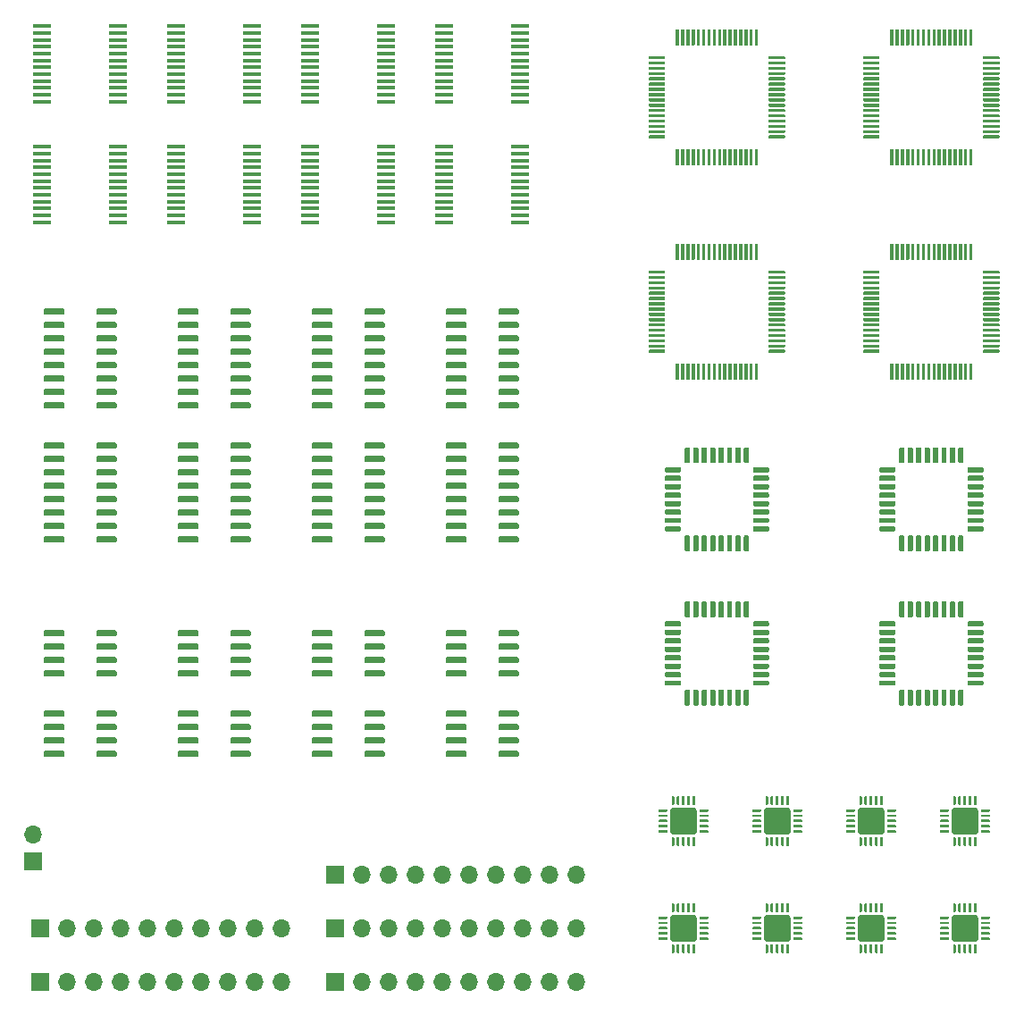
<source format=gbr>
G04 #@! TF.GenerationSoftware,KiCad,Pcbnew,(5.1.5)-3*
G04 #@! TF.CreationDate,2020-12-04T11:44:08+01:00*
G04 #@! TF.ProjectId,SolderPractice,536f6c64-6572-4507-9261-63746963652e,rev?*
G04 #@! TF.SameCoordinates,Original*
G04 #@! TF.FileFunction,Copper,L2,Bot*
G04 #@! TF.FilePolarity,Positive*
%FSLAX46Y46*%
G04 Gerber Fmt 4.6, Leading zero omitted, Abs format (unit mm)*
G04 Created by KiCad (PCBNEW (5.1.5)-3) date 2020-12-04 11:44:08*
%MOMM*%
%LPD*%
G04 APERTURE LIST*
%ADD10C,0.100000*%
%ADD11R,1.750000X0.450000*%
%ADD12O,1.700000X1.700000*%
%ADD13R,1.700000X1.700000*%
G04 APERTURE END LIST*
G04 #@! TA.AperFunction,SMDPad,CuDef*
D10*
G36*
X471947351Y-117295361D02*
G01*
X471954632Y-117296441D01*
X471961771Y-117298229D01*
X471968701Y-117300709D01*
X471975355Y-117303856D01*
X471981668Y-117307640D01*
X471987579Y-117312024D01*
X471993033Y-117316967D01*
X471997976Y-117322421D01*
X472002360Y-117328332D01*
X472006144Y-117334645D01*
X472009291Y-117341299D01*
X472011771Y-117348229D01*
X472013559Y-117355368D01*
X472014639Y-117362649D01*
X472015000Y-117370000D01*
X472015000Y-118770000D01*
X472014639Y-118777351D01*
X472013559Y-118784632D01*
X472011771Y-118791771D01*
X472009291Y-118798701D01*
X472006144Y-118805355D01*
X472002360Y-118811668D01*
X471997976Y-118817579D01*
X471993033Y-118823033D01*
X471987579Y-118827976D01*
X471981668Y-118832360D01*
X471975355Y-118836144D01*
X471968701Y-118839291D01*
X471961771Y-118841771D01*
X471954632Y-118843559D01*
X471947351Y-118844639D01*
X471940000Y-118845000D01*
X471790000Y-118845000D01*
X471782649Y-118844639D01*
X471775368Y-118843559D01*
X471768229Y-118841771D01*
X471761299Y-118839291D01*
X471754645Y-118836144D01*
X471748332Y-118832360D01*
X471742421Y-118827976D01*
X471736967Y-118823033D01*
X471732024Y-118817579D01*
X471727640Y-118811668D01*
X471723856Y-118805355D01*
X471720709Y-118798701D01*
X471718229Y-118791771D01*
X471716441Y-118784632D01*
X471715361Y-118777351D01*
X471715000Y-118770000D01*
X471715000Y-117370000D01*
X471715361Y-117362649D01*
X471716441Y-117355368D01*
X471718229Y-117348229D01*
X471720709Y-117341299D01*
X471723856Y-117334645D01*
X471727640Y-117328332D01*
X471732024Y-117322421D01*
X471736967Y-117316967D01*
X471742421Y-117312024D01*
X471748332Y-117307640D01*
X471754645Y-117303856D01*
X471761299Y-117300709D01*
X471768229Y-117298229D01*
X471775368Y-117296441D01*
X471782649Y-117295361D01*
X471790000Y-117295000D01*
X471940000Y-117295000D01*
X471947351Y-117295361D01*
G37*
G04 #@! TD.AperFunction*
G04 #@! TA.AperFunction,SMDPad,CuDef*
G36*
X472447351Y-117295361D02*
G01*
X472454632Y-117296441D01*
X472461771Y-117298229D01*
X472468701Y-117300709D01*
X472475355Y-117303856D01*
X472481668Y-117307640D01*
X472487579Y-117312024D01*
X472493033Y-117316967D01*
X472497976Y-117322421D01*
X472502360Y-117328332D01*
X472506144Y-117334645D01*
X472509291Y-117341299D01*
X472511771Y-117348229D01*
X472513559Y-117355368D01*
X472514639Y-117362649D01*
X472515000Y-117370000D01*
X472515000Y-118770000D01*
X472514639Y-118777351D01*
X472513559Y-118784632D01*
X472511771Y-118791771D01*
X472509291Y-118798701D01*
X472506144Y-118805355D01*
X472502360Y-118811668D01*
X472497976Y-118817579D01*
X472493033Y-118823033D01*
X472487579Y-118827976D01*
X472481668Y-118832360D01*
X472475355Y-118836144D01*
X472468701Y-118839291D01*
X472461771Y-118841771D01*
X472454632Y-118843559D01*
X472447351Y-118844639D01*
X472440000Y-118845000D01*
X472290000Y-118845000D01*
X472282649Y-118844639D01*
X472275368Y-118843559D01*
X472268229Y-118841771D01*
X472261299Y-118839291D01*
X472254645Y-118836144D01*
X472248332Y-118832360D01*
X472242421Y-118827976D01*
X472236967Y-118823033D01*
X472232024Y-118817579D01*
X472227640Y-118811668D01*
X472223856Y-118805355D01*
X472220709Y-118798701D01*
X472218229Y-118791771D01*
X472216441Y-118784632D01*
X472215361Y-118777351D01*
X472215000Y-118770000D01*
X472215000Y-117370000D01*
X472215361Y-117362649D01*
X472216441Y-117355368D01*
X472218229Y-117348229D01*
X472220709Y-117341299D01*
X472223856Y-117334645D01*
X472227640Y-117328332D01*
X472232024Y-117322421D01*
X472236967Y-117316967D01*
X472242421Y-117312024D01*
X472248332Y-117307640D01*
X472254645Y-117303856D01*
X472261299Y-117300709D01*
X472268229Y-117298229D01*
X472275368Y-117296441D01*
X472282649Y-117295361D01*
X472290000Y-117295000D01*
X472440000Y-117295000D01*
X472447351Y-117295361D01*
G37*
G04 #@! TD.AperFunction*
G04 #@! TA.AperFunction,SMDPad,CuDef*
G36*
X472947351Y-117295361D02*
G01*
X472954632Y-117296441D01*
X472961771Y-117298229D01*
X472968701Y-117300709D01*
X472975355Y-117303856D01*
X472981668Y-117307640D01*
X472987579Y-117312024D01*
X472993033Y-117316967D01*
X472997976Y-117322421D01*
X473002360Y-117328332D01*
X473006144Y-117334645D01*
X473009291Y-117341299D01*
X473011771Y-117348229D01*
X473013559Y-117355368D01*
X473014639Y-117362649D01*
X473015000Y-117370000D01*
X473015000Y-118770000D01*
X473014639Y-118777351D01*
X473013559Y-118784632D01*
X473011771Y-118791771D01*
X473009291Y-118798701D01*
X473006144Y-118805355D01*
X473002360Y-118811668D01*
X472997976Y-118817579D01*
X472993033Y-118823033D01*
X472987579Y-118827976D01*
X472981668Y-118832360D01*
X472975355Y-118836144D01*
X472968701Y-118839291D01*
X472961771Y-118841771D01*
X472954632Y-118843559D01*
X472947351Y-118844639D01*
X472940000Y-118845000D01*
X472790000Y-118845000D01*
X472782649Y-118844639D01*
X472775368Y-118843559D01*
X472768229Y-118841771D01*
X472761299Y-118839291D01*
X472754645Y-118836144D01*
X472748332Y-118832360D01*
X472742421Y-118827976D01*
X472736967Y-118823033D01*
X472732024Y-118817579D01*
X472727640Y-118811668D01*
X472723856Y-118805355D01*
X472720709Y-118798701D01*
X472718229Y-118791771D01*
X472716441Y-118784632D01*
X472715361Y-118777351D01*
X472715000Y-118770000D01*
X472715000Y-117370000D01*
X472715361Y-117362649D01*
X472716441Y-117355368D01*
X472718229Y-117348229D01*
X472720709Y-117341299D01*
X472723856Y-117334645D01*
X472727640Y-117328332D01*
X472732024Y-117322421D01*
X472736967Y-117316967D01*
X472742421Y-117312024D01*
X472748332Y-117307640D01*
X472754645Y-117303856D01*
X472761299Y-117300709D01*
X472768229Y-117298229D01*
X472775368Y-117296441D01*
X472782649Y-117295361D01*
X472790000Y-117295000D01*
X472940000Y-117295000D01*
X472947351Y-117295361D01*
G37*
G04 #@! TD.AperFunction*
G04 #@! TA.AperFunction,SMDPad,CuDef*
G36*
X473447351Y-117295361D02*
G01*
X473454632Y-117296441D01*
X473461771Y-117298229D01*
X473468701Y-117300709D01*
X473475355Y-117303856D01*
X473481668Y-117307640D01*
X473487579Y-117312024D01*
X473493033Y-117316967D01*
X473497976Y-117322421D01*
X473502360Y-117328332D01*
X473506144Y-117334645D01*
X473509291Y-117341299D01*
X473511771Y-117348229D01*
X473513559Y-117355368D01*
X473514639Y-117362649D01*
X473515000Y-117370000D01*
X473515000Y-118770000D01*
X473514639Y-118777351D01*
X473513559Y-118784632D01*
X473511771Y-118791771D01*
X473509291Y-118798701D01*
X473506144Y-118805355D01*
X473502360Y-118811668D01*
X473497976Y-118817579D01*
X473493033Y-118823033D01*
X473487579Y-118827976D01*
X473481668Y-118832360D01*
X473475355Y-118836144D01*
X473468701Y-118839291D01*
X473461771Y-118841771D01*
X473454632Y-118843559D01*
X473447351Y-118844639D01*
X473440000Y-118845000D01*
X473290000Y-118845000D01*
X473282649Y-118844639D01*
X473275368Y-118843559D01*
X473268229Y-118841771D01*
X473261299Y-118839291D01*
X473254645Y-118836144D01*
X473248332Y-118832360D01*
X473242421Y-118827976D01*
X473236967Y-118823033D01*
X473232024Y-118817579D01*
X473227640Y-118811668D01*
X473223856Y-118805355D01*
X473220709Y-118798701D01*
X473218229Y-118791771D01*
X473216441Y-118784632D01*
X473215361Y-118777351D01*
X473215000Y-118770000D01*
X473215000Y-117370000D01*
X473215361Y-117362649D01*
X473216441Y-117355368D01*
X473218229Y-117348229D01*
X473220709Y-117341299D01*
X473223856Y-117334645D01*
X473227640Y-117328332D01*
X473232024Y-117322421D01*
X473236967Y-117316967D01*
X473242421Y-117312024D01*
X473248332Y-117307640D01*
X473254645Y-117303856D01*
X473261299Y-117300709D01*
X473268229Y-117298229D01*
X473275368Y-117296441D01*
X473282649Y-117295361D01*
X473290000Y-117295000D01*
X473440000Y-117295000D01*
X473447351Y-117295361D01*
G37*
G04 #@! TD.AperFunction*
G04 #@! TA.AperFunction,SMDPad,CuDef*
G36*
X473947351Y-117295361D02*
G01*
X473954632Y-117296441D01*
X473961771Y-117298229D01*
X473968701Y-117300709D01*
X473975355Y-117303856D01*
X473981668Y-117307640D01*
X473987579Y-117312024D01*
X473993033Y-117316967D01*
X473997976Y-117322421D01*
X474002360Y-117328332D01*
X474006144Y-117334645D01*
X474009291Y-117341299D01*
X474011771Y-117348229D01*
X474013559Y-117355368D01*
X474014639Y-117362649D01*
X474015000Y-117370000D01*
X474015000Y-118770000D01*
X474014639Y-118777351D01*
X474013559Y-118784632D01*
X474011771Y-118791771D01*
X474009291Y-118798701D01*
X474006144Y-118805355D01*
X474002360Y-118811668D01*
X473997976Y-118817579D01*
X473993033Y-118823033D01*
X473987579Y-118827976D01*
X473981668Y-118832360D01*
X473975355Y-118836144D01*
X473968701Y-118839291D01*
X473961771Y-118841771D01*
X473954632Y-118843559D01*
X473947351Y-118844639D01*
X473940000Y-118845000D01*
X473790000Y-118845000D01*
X473782649Y-118844639D01*
X473775368Y-118843559D01*
X473768229Y-118841771D01*
X473761299Y-118839291D01*
X473754645Y-118836144D01*
X473748332Y-118832360D01*
X473742421Y-118827976D01*
X473736967Y-118823033D01*
X473732024Y-118817579D01*
X473727640Y-118811668D01*
X473723856Y-118805355D01*
X473720709Y-118798701D01*
X473718229Y-118791771D01*
X473716441Y-118784632D01*
X473715361Y-118777351D01*
X473715000Y-118770000D01*
X473715000Y-117370000D01*
X473715361Y-117362649D01*
X473716441Y-117355368D01*
X473718229Y-117348229D01*
X473720709Y-117341299D01*
X473723856Y-117334645D01*
X473727640Y-117328332D01*
X473732024Y-117322421D01*
X473736967Y-117316967D01*
X473742421Y-117312024D01*
X473748332Y-117307640D01*
X473754645Y-117303856D01*
X473761299Y-117300709D01*
X473768229Y-117298229D01*
X473775368Y-117296441D01*
X473782649Y-117295361D01*
X473790000Y-117295000D01*
X473940000Y-117295000D01*
X473947351Y-117295361D01*
G37*
G04 #@! TD.AperFunction*
G04 #@! TA.AperFunction,SMDPad,CuDef*
G36*
X474447351Y-117295361D02*
G01*
X474454632Y-117296441D01*
X474461771Y-117298229D01*
X474468701Y-117300709D01*
X474475355Y-117303856D01*
X474481668Y-117307640D01*
X474487579Y-117312024D01*
X474493033Y-117316967D01*
X474497976Y-117322421D01*
X474502360Y-117328332D01*
X474506144Y-117334645D01*
X474509291Y-117341299D01*
X474511771Y-117348229D01*
X474513559Y-117355368D01*
X474514639Y-117362649D01*
X474515000Y-117370000D01*
X474515000Y-118770000D01*
X474514639Y-118777351D01*
X474513559Y-118784632D01*
X474511771Y-118791771D01*
X474509291Y-118798701D01*
X474506144Y-118805355D01*
X474502360Y-118811668D01*
X474497976Y-118817579D01*
X474493033Y-118823033D01*
X474487579Y-118827976D01*
X474481668Y-118832360D01*
X474475355Y-118836144D01*
X474468701Y-118839291D01*
X474461771Y-118841771D01*
X474454632Y-118843559D01*
X474447351Y-118844639D01*
X474440000Y-118845000D01*
X474290000Y-118845000D01*
X474282649Y-118844639D01*
X474275368Y-118843559D01*
X474268229Y-118841771D01*
X474261299Y-118839291D01*
X474254645Y-118836144D01*
X474248332Y-118832360D01*
X474242421Y-118827976D01*
X474236967Y-118823033D01*
X474232024Y-118817579D01*
X474227640Y-118811668D01*
X474223856Y-118805355D01*
X474220709Y-118798701D01*
X474218229Y-118791771D01*
X474216441Y-118784632D01*
X474215361Y-118777351D01*
X474215000Y-118770000D01*
X474215000Y-117370000D01*
X474215361Y-117362649D01*
X474216441Y-117355368D01*
X474218229Y-117348229D01*
X474220709Y-117341299D01*
X474223856Y-117334645D01*
X474227640Y-117328332D01*
X474232024Y-117322421D01*
X474236967Y-117316967D01*
X474242421Y-117312024D01*
X474248332Y-117307640D01*
X474254645Y-117303856D01*
X474261299Y-117300709D01*
X474268229Y-117298229D01*
X474275368Y-117296441D01*
X474282649Y-117295361D01*
X474290000Y-117295000D01*
X474440000Y-117295000D01*
X474447351Y-117295361D01*
G37*
G04 #@! TD.AperFunction*
G04 #@! TA.AperFunction,SMDPad,CuDef*
G36*
X474947351Y-117295361D02*
G01*
X474954632Y-117296441D01*
X474961771Y-117298229D01*
X474968701Y-117300709D01*
X474975355Y-117303856D01*
X474981668Y-117307640D01*
X474987579Y-117312024D01*
X474993033Y-117316967D01*
X474997976Y-117322421D01*
X475002360Y-117328332D01*
X475006144Y-117334645D01*
X475009291Y-117341299D01*
X475011771Y-117348229D01*
X475013559Y-117355368D01*
X475014639Y-117362649D01*
X475015000Y-117370000D01*
X475015000Y-118770000D01*
X475014639Y-118777351D01*
X475013559Y-118784632D01*
X475011771Y-118791771D01*
X475009291Y-118798701D01*
X475006144Y-118805355D01*
X475002360Y-118811668D01*
X474997976Y-118817579D01*
X474993033Y-118823033D01*
X474987579Y-118827976D01*
X474981668Y-118832360D01*
X474975355Y-118836144D01*
X474968701Y-118839291D01*
X474961771Y-118841771D01*
X474954632Y-118843559D01*
X474947351Y-118844639D01*
X474940000Y-118845000D01*
X474790000Y-118845000D01*
X474782649Y-118844639D01*
X474775368Y-118843559D01*
X474768229Y-118841771D01*
X474761299Y-118839291D01*
X474754645Y-118836144D01*
X474748332Y-118832360D01*
X474742421Y-118827976D01*
X474736967Y-118823033D01*
X474732024Y-118817579D01*
X474727640Y-118811668D01*
X474723856Y-118805355D01*
X474720709Y-118798701D01*
X474718229Y-118791771D01*
X474716441Y-118784632D01*
X474715361Y-118777351D01*
X474715000Y-118770000D01*
X474715000Y-117370000D01*
X474715361Y-117362649D01*
X474716441Y-117355368D01*
X474718229Y-117348229D01*
X474720709Y-117341299D01*
X474723856Y-117334645D01*
X474727640Y-117328332D01*
X474732024Y-117322421D01*
X474736967Y-117316967D01*
X474742421Y-117312024D01*
X474748332Y-117307640D01*
X474754645Y-117303856D01*
X474761299Y-117300709D01*
X474768229Y-117298229D01*
X474775368Y-117296441D01*
X474782649Y-117295361D01*
X474790000Y-117295000D01*
X474940000Y-117295000D01*
X474947351Y-117295361D01*
G37*
G04 #@! TD.AperFunction*
G04 #@! TA.AperFunction,SMDPad,CuDef*
G36*
X475447351Y-117295361D02*
G01*
X475454632Y-117296441D01*
X475461771Y-117298229D01*
X475468701Y-117300709D01*
X475475355Y-117303856D01*
X475481668Y-117307640D01*
X475487579Y-117312024D01*
X475493033Y-117316967D01*
X475497976Y-117322421D01*
X475502360Y-117328332D01*
X475506144Y-117334645D01*
X475509291Y-117341299D01*
X475511771Y-117348229D01*
X475513559Y-117355368D01*
X475514639Y-117362649D01*
X475515000Y-117370000D01*
X475515000Y-118770000D01*
X475514639Y-118777351D01*
X475513559Y-118784632D01*
X475511771Y-118791771D01*
X475509291Y-118798701D01*
X475506144Y-118805355D01*
X475502360Y-118811668D01*
X475497976Y-118817579D01*
X475493033Y-118823033D01*
X475487579Y-118827976D01*
X475481668Y-118832360D01*
X475475355Y-118836144D01*
X475468701Y-118839291D01*
X475461771Y-118841771D01*
X475454632Y-118843559D01*
X475447351Y-118844639D01*
X475440000Y-118845000D01*
X475290000Y-118845000D01*
X475282649Y-118844639D01*
X475275368Y-118843559D01*
X475268229Y-118841771D01*
X475261299Y-118839291D01*
X475254645Y-118836144D01*
X475248332Y-118832360D01*
X475242421Y-118827976D01*
X475236967Y-118823033D01*
X475232024Y-118817579D01*
X475227640Y-118811668D01*
X475223856Y-118805355D01*
X475220709Y-118798701D01*
X475218229Y-118791771D01*
X475216441Y-118784632D01*
X475215361Y-118777351D01*
X475215000Y-118770000D01*
X475215000Y-117370000D01*
X475215361Y-117362649D01*
X475216441Y-117355368D01*
X475218229Y-117348229D01*
X475220709Y-117341299D01*
X475223856Y-117334645D01*
X475227640Y-117328332D01*
X475232024Y-117322421D01*
X475236967Y-117316967D01*
X475242421Y-117312024D01*
X475248332Y-117307640D01*
X475254645Y-117303856D01*
X475261299Y-117300709D01*
X475268229Y-117298229D01*
X475275368Y-117296441D01*
X475282649Y-117295361D01*
X475290000Y-117295000D01*
X475440000Y-117295000D01*
X475447351Y-117295361D01*
G37*
G04 #@! TD.AperFunction*
G04 #@! TA.AperFunction,SMDPad,CuDef*
G36*
X475947351Y-117295361D02*
G01*
X475954632Y-117296441D01*
X475961771Y-117298229D01*
X475968701Y-117300709D01*
X475975355Y-117303856D01*
X475981668Y-117307640D01*
X475987579Y-117312024D01*
X475993033Y-117316967D01*
X475997976Y-117322421D01*
X476002360Y-117328332D01*
X476006144Y-117334645D01*
X476009291Y-117341299D01*
X476011771Y-117348229D01*
X476013559Y-117355368D01*
X476014639Y-117362649D01*
X476015000Y-117370000D01*
X476015000Y-118770000D01*
X476014639Y-118777351D01*
X476013559Y-118784632D01*
X476011771Y-118791771D01*
X476009291Y-118798701D01*
X476006144Y-118805355D01*
X476002360Y-118811668D01*
X475997976Y-118817579D01*
X475993033Y-118823033D01*
X475987579Y-118827976D01*
X475981668Y-118832360D01*
X475975355Y-118836144D01*
X475968701Y-118839291D01*
X475961771Y-118841771D01*
X475954632Y-118843559D01*
X475947351Y-118844639D01*
X475940000Y-118845000D01*
X475790000Y-118845000D01*
X475782649Y-118844639D01*
X475775368Y-118843559D01*
X475768229Y-118841771D01*
X475761299Y-118839291D01*
X475754645Y-118836144D01*
X475748332Y-118832360D01*
X475742421Y-118827976D01*
X475736967Y-118823033D01*
X475732024Y-118817579D01*
X475727640Y-118811668D01*
X475723856Y-118805355D01*
X475720709Y-118798701D01*
X475718229Y-118791771D01*
X475716441Y-118784632D01*
X475715361Y-118777351D01*
X475715000Y-118770000D01*
X475715000Y-117370000D01*
X475715361Y-117362649D01*
X475716441Y-117355368D01*
X475718229Y-117348229D01*
X475720709Y-117341299D01*
X475723856Y-117334645D01*
X475727640Y-117328332D01*
X475732024Y-117322421D01*
X475736967Y-117316967D01*
X475742421Y-117312024D01*
X475748332Y-117307640D01*
X475754645Y-117303856D01*
X475761299Y-117300709D01*
X475768229Y-117298229D01*
X475775368Y-117296441D01*
X475782649Y-117295361D01*
X475790000Y-117295000D01*
X475940000Y-117295000D01*
X475947351Y-117295361D01*
G37*
G04 #@! TD.AperFunction*
G04 #@! TA.AperFunction,SMDPad,CuDef*
G36*
X476447351Y-117295361D02*
G01*
X476454632Y-117296441D01*
X476461771Y-117298229D01*
X476468701Y-117300709D01*
X476475355Y-117303856D01*
X476481668Y-117307640D01*
X476487579Y-117312024D01*
X476493033Y-117316967D01*
X476497976Y-117322421D01*
X476502360Y-117328332D01*
X476506144Y-117334645D01*
X476509291Y-117341299D01*
X476511771Y-117348229D01*
X476513559Y-117355368D01*
X476514639Y-117362649D01*
X476515000Y-117370000D01*
X476515000Y-118770000D01*
X476514639Y-118777351D01*
X476513559Y-118784632D01*
X476511771Y-118791771D01*
X476509291Y-118798701D01*
X476506144Y-118805355D01*
X476502360Y-118811668D01*
X476497976Y-118817579D01*
X476493033Y-118823033D01*
X476487579Y-118827976D01*
X476481668Y-118832360D01*
X476475355Y-118836144D01*
X476468701Y-118839291D01*
X476461771Y-118841771D01*
X476454632Y-118843559D01*
X476447351Y-118844639D01*
X476440000Y-118845000D01*
X476290000Y-118845000D01*
X476282649Y-118844639D01*
X476275368Y-118843559D01*
X476268229Y-118841771D01*
X476261299Y-118839291D01*
X476254645Y-118836144D01*
X476248332Y-118832360D01*
X476242421Y-118827976D01*
X476236967Y-118823033D01*
X476232024Y-118817579D01*
X476227640Y-118811668D01*
X476223856Y-118805355D01*
X476220709Y-118798701D01*
X476218229Y-118791771D01*
X476216441Y-118784632D01*
X476215361Y-118777351D01*
X476215000Y-118770000D01*
X476215000Y-117370000D01*
X476215361Y-117362649D01*
X476216441Y-117355368D01*
X476218229Y-117348229D01*
X476220709Y-117341299D01*
X476223856Y-117334645D01*
X476227640Y-117328332D01*
X476232024Y-117322421D01*
X476236967Y-117316967D01*
X476242421Y-117312024D01*
X476248332Y-117307640D01*
X476254645Y-117303856D01*
X476261299Y-117300709D01*
X476268229Y-117298229D01*
X476275368Y-117296441D01*
X476282649Y-117295361D01*
X476290000Y-117295000D01*
X476440000Y-117295000D01*
X476447351Y-117295361D01*
G37*
G04 #@! TD.AperFunction*
G04 #@! TA.AperFunction,SMDPad,CuDef*
G36*
X476947351Y-117295361D02*
G01*
X476954632Y-117296441D01*
X476961771Y-117298229D01*
X476968701Y-117300709D01*
X476975355Y-117303856D01*
X476981668Y-117307640D01*
X476987579Y-117312024D01*
X476993033Y-117316967D01*
X476997976Y-117322421D01*
X477002360Y-117328332D01*
X477006144Y-117334645D01*
X477009291Y-117341299D01*
X477011771Y-117348229D01*
X477013559Y-117355368D01*
X477014639Y-117362649D01*
X477015000Y-117370000D01*
X477015000Y-118770000D01*
X477014639Y-118777351D01*
X477013559Y-118784632D01*
X477011771Y-118791771D01*
X477009291Y-118798701D01*
X477006144Y-118805355D01*
X477002360Y-118811668D01*
X476997976Y-118817579D01*
X476993033Y-118823033D01*
X476987579Y-118827976D01*
X476981668Y-118832360D01*
X476975355Y-118836144D01*
X476968701Y-118839291D01*
X476961771Y-118841771D01*
X476954632Y-118843559D01*
X476947351Y-118844639D01*
X476940000Y-118845000D01*
X476790000Y-118845000D01*
X476782649Y-118844639D01*
X476775368Y-118843559D01*
X476768229Y-118841771D01*
X476761299Y-118839291D01*
X476754645Y-118836144D01*
X476748332Y-118832360D01*
X476742421Y-118827976D01*
X476736967Y-118823033D01*
X476732024Y-118817579D01*
X476727640Y-118811668D01*
X476723856Y-118805355D01*
X476720709Y-118798701D01*
X476718229Y-118791771D01*
X476716441Y-118784632D01*
X476715361Y-118777351D01*
X476715000Y-118770000D01*
X476715000Y-117370000D01*
X476715361Y-117362649D01*
X476716441Y-117355368D01*
X476718229Y-117348229D01*
X476720709Y-117341299D01*
X476723856Y-117334645D01*
X476727640Y-117328332D01*
X476732024Y-117322421D01*
X476736967Y-117316967D01*
X476742421Y-117312024D01*
X476748332Y-117307640D01*
X476754645Y-117303856D01*
X476761299Y-117300709D01*
X476768229Y-117298229D01*
X476775368Y-117296441D01*
X476782649Y-117295361D01*
X476790000Y-117295000D01*
X476940000Y-117295000D01*
X476947351Y-117295361D01*
G37*
G04 #@! TD.AperFunction*
G04 #@! TA.AperFunction,SMDPad,CuDef*
G36*
X477447351Y-117295361D02*
G01*
X477454632Y-117296441D01*
X477461771Y-117298229D01*
X477468701Y-117300709D01*
X477475355Y-117303856D01*
X477481668Y-117307640D01*
X477487579Y-117312024D01*
X477493033Y-117316967D01*
X477497976Y-117322421D01*
X477502360Y-117328332D01*
X477506144Y-117334645D01*
X477509291Y-117341299D01*
X477511771Y-117348229D01*
X477513559Y-117355368D01*
X477514639Y-117362649D01*
X477515000Y-117370000D01*
X477515000Y-118770000D01*
X477514639Y-118777351D01*
X477513559Y-118784632D01*
X477511771Y-118791771D01*
X477509291Y-118798701D01*
X477506144Y-118805355D01*
X477502360Y-118811668D01*
X477497976Y-118817579D01*
X477493033Y-118823033D01*
X477487579Y-118827976D01*
X477481668Y-118832360D01*
X477475355Y-118836144D01*
X477468701Y-118839291D01*
X477461771Y-118841771D01*
X477454632Y-118843559D01*
X477447351Y-118844639D01*
X477440000Y-118845000D01*
X477290000Y-118845000D01*
X477282649Y-118844639D01*
X477275368Y-118843559D01*
X477268229Y-118841771D01*
X477261299Y-118839291D01*
X477254645Y-118836144D01*
X477248332Y-118832360D01*
X477242421Y-118827976D01*
X477236967Y-118823033D01*
X477232024Y-118817579D01*
X477227640Y-118811668D01*
X477223856Y-118805355D01*
X477220709Y-118798701D01*
X477218229Y-118791771D01*
X477216441Y-118784632D01*
X477215361Y-118777351D01*
X477215000Y-118770000D01*
X477215000Y-117370000D01*
X477215361Y-117362649D01*
X477216441Y-117355368D01*
X477218229Y-117348229D01*
X477220709Y-117341299D01*
X477223856Y-117334645D01*
X477227640Y-117328332D01*
X477232024Y-117322421D01*
X477236967Y-117316967D01*
X477242421Y-117312024D01*
X477248332Y-117307640D01*
X477254645Y-117303856D01*
X477261299Y-117300709D01*
X477268229Y-117298229D01*
X477275368Y-117296441D01*
X477282649Y-117295361D01*
X477290000Y-117295000D01*
X477440000Y-117295000D01*
X477447351Y-117295361D01*
G37*
G04 #@! TD.AperFunction*
G04 #@! TA.AperFunction,SMDPad,CuDef*
G36*
X477947351Y-117295361D02*
G01*
X477954632Y-117296441D01*
X477961771Y-117298229D01*
X477968701Y-117300709D01*
X477975355Y-117303856D01*
X477981668Y-117307640D01*
X477987579Y-117312024D01*
X477993033Y-117316967D01*
X477997976Y-117322421D01*
X478002360Y-117328332D01*
X478006144Y-117334645D01*
X478009291Y-117341299D01*
X478011771Y-117348229D01*
X478013559Y-117355368D01*
X478014639Y-117362649D01*
X478015000Y-117370000D01*
X478015000Y-118770000D01*
X478014639Y-118777351D01*
X478013559Y-118784632D01*
X478011771Y-118791771D01*
X478009291Y-118798701D01*
X478006144Y-118805355D01*
X478002360Y-118811668D01*
X477997976Y-118817579D01*
X477993033Y-118823033D01*
X477987579Y-118827976D01*
X477981668Y-118832360D01*
X477975355Y-118836144D01*
X477968701Y-118839291D01*
X477961771Y-118841771D01*
X477954632Y-118843559D01*
X477947351Y-118844639D01*
X477940000Y-118845000D01*
X477790000Y-118845000D01*
X477782649Y-118844639D01*
X477775368Y-118843559D01*
X477768229Y-118841771D01*
X477761299Y-118839291D01*
X477754645Y-118836144D01*
X477748332Y-118832360D01*
X477742421Y-118827976D01*
X477736967Y-118823033D01*
X477732024Y-118817579D01*
X477727640Y-118811668D01*
X477723856Y-118805355D01*
X477720709Y-118798701D01*
X477718229Y-118791771D01*
X477716441Y-118784632D01*
X477715361Y-118777351D01*
X477715000Y-118770000D01*
X477715000Y-117370000D01*
X477715361Y-117362649D01*
X477716441Y-117355368D01*
X477718229Y-117348229D01*
X477720709Y-117341299D01*
X477723856Y-117334645D01*
X477727640Y-117328332D01*
X477732024Y-117322421D01*
X477736967Y-117316967D01*
X477742421Y-117312024D01*
X477748332Y-117307640D01*
X477754645Y-117303856D01*
X477761299Y-117300709D01*
X477768229Y-117298229D01*
X477775368Y-117296441D01*
X477782649Y-117295361D01*
X477790000Y-117295000D01*
X477940000Y-117295000D01*
X477947351Y-117295361D01*
G37*
G04 #@! TD.AperFunction*
G04 #@! TA.AperFunction,SMDPad,CuDef*
G36*
X478447351Y-117295361D02*
G01*
X478454632Y-117296441D01*
X478461771Y-117298229D01*
X478468701Y-117300709D01*
X478475355Y-117303856D01*
X478481668Y-117307640D01*
X478487579Y-117312024D01*
X478493033Y-117316967D01*
X478497976Y-117322421D01*
X478502360Y-117328332D01*
X478506144Y-117334645D01*
X478509291Y-117341299D01*
X478511771Y-117348229D01*
X478513559Y-117355368D01*
X478514639Y-117362649D01*
X478515000Y-117370000D01*
X478515000Y-118770000D01*
X478514639Y-118777351D01*
X478513559Y-118784632D01*
X478511771Y-118791771D01*
X478509291Y-118798701D01*
X478506144Y-118805355D01*
X478502360Y-118811668D01*
X478497976Y-118817579D01*
X478493033Y-118823033D01*
X478487579Y-118827976D01*
X478481668Y-118832360D01*
X478475355Y-118836144D01*
X478468701Y-118839291D01*
X478461771Y-118841771D01*
X478454632Y-118843559D01*
X478447351Y-118844639D01*
X478440000Y-118845000D01*
X478290000Y-118845000D01*
X478282649Y-118844639D01*
X478275368Y-118843559D01*
X478268229Y-118841771D01*
X478261299Y-118839291D01*
X478254645Y-118836144D01*
X478248332Y-118832360D01*
X478242421Y-118827976D01*
X478236967Y-118823033D01*
X478232024Y-118817579D01*
X478227640Y-118811668D01*
X478223856Y-118805355D01*
X478220709Y-118798701D01*
X478218229Y-118791771D01*
X478216441Y-118784632D01*
X478215361Y-118777351D01*
X478215000Y-118770000D01*
X478215000Y-117370000D01*
X478215361Y-117362649D01*
X478216441Y-117355368D01*
X478218229Y-117348229D01*
X478220709Y-117341299D01*
X478223856Y-117334645D01*
X478227640Y-117328332D01*
X478232024Y-117322421D01*
X478236967Y-117316967D01*
X478242421Y-117312024D01*
X478248332Y-117307640D01*
X478254645Y-117303856D01*
X478261299Y-117300709D01*
X478268229Y-117298229D01*
X478275368Y-117296441D01*
X478282649Y-117295361D01*
X478290000Y-117295000D01*
X478440000Y-117295000D01*
X478447351Y-117295361D01*
G37*
G04 #@! TD.AperFunction*
G04 #@! TA.AperFunction,SMDPad,CuDef*
G36*
X478947351Y-117295361D02*
G01*
X478954632Y-117296441D01*
X478961771Y-117298229D01*
X478968701Y-117300709D01*
X478975355Y-117303856D01*
X478981668Y-117307640D01*
X478987579Y-117312024D01*
X478993033Y-117316967D01*
X478997976Y-117322421D01*
X479002360Y-117328332D01*
X479006144Y-117334645D01*
X479009291Y-117341299D01*
X479011771Y-117348229D01*
X479013559Y-117355368D01*
X479014639Y-117362649D01*
X479015000Y-117370000D01*
X479015000Y-118770000D01*
X479014639Y-118777351D01*
X479013559Y-118784632D01*
X479011771Y-118791771D01*
X479009291Y-118798701D01*
X479006144Y-118805355D01*
X479002360Y-118811668D01*
X478997976Y-118817579D01*
X478993033Y-118823033D01*
X478987579Y-118827976D01*
X478981668Y-118832360D01*
X478975355Y-118836144D01*
X478968701Y-118839291D01*
X478961771Y-118841771D01*
X478954632Y-118843559D01*
X478947351Y-118844639D01*
X478940000Y-118845000D01*
X478790000Y-118845000D01*
X478782649Y-118844639D01*
X478775368Y-118843559D01*
X478768229Y-118841771D01*
X478761299Y-118839291D01*
X478754645Y-118836144D01*
X478748332Y-118832360D01*
X478742421Y-118827976D01*
X478736967Y-118823033D01*
X478732024Y-118817579D01*
X478727640Y-118811668D01*
X478723856Y-118805355D01*
X478720709Y-118798701D01*
X478718229Y-118791771D01*
X478716441Y-118784632D01*
X478715361Y-118777351D01*
X478715000Y-118770000D01*
X478715000Y-117370000D01*
X478715361Y-117362649D01*
X478716441Y-117355368D01*
X478718229Y-117348229D01*
X478720709Y-117341299D01*
X478723856Y-117334645D01*
X478727640Y-117328332D01*
X478732024Y-117322421D01*
X478736967Y-117316967D01*
X478742421Y-117312024D01*
X478748332Y-117307640D01*
X478754645Y-117303856D01*
X478761299Y-117300709D01*
X478768229Y-117298229D01*
X478775368Y-117296441D01*
X478782649Y-117295361D01*
X478790000Y-117295000D01*
X478940000Y-117295000D01*
X478947351Y-117295361D01*
G37*
G04 #@! TD.AperFunction*
G04 #@! TA.AperFunction,SMDPad,CuDef*
G36*
X479447351Y-117295361D02*
G01*
X479454632Y-117296441D01*
X479461771Y-117298229D01*
X479468701Y-117300709D01*
X479475355Y-117303856D01*
X479481668Y-117307640D01*
X479487579Y-117312024D01*
X479493033Y-117316967D01*
X479497976Y-117322421D01*
X479502360Y-117328332D01*
X479506144Y-117334645D01*
X479509291Y-117341299D01*
X479511771Y-117348229D01*
X479513559Y-117355368D01*
X479514639Y-117362649D01*
X479515000Y-117370000D01*
X479515000Y-118770000D01*
X479514639Y-118777351D01*
X479513559Y-118784632D01*
X479511771Y-118791771D01*
X479509291Y-118798701D01*
X479506144Y-118805355D01*
X479502360Y-118811668D01*
X479497976Y-118817579D01*
X479493033Y-118823033D01*
X479487579Y-118827976D01*
X479481668Y-118832360D01*
X479475355Y-118836144D01*
X479468701Y-118839291D01*
X479461771Y-118841771D01*
X479454632Y-118843559D01*
X479447351Y-118844639D01*
X479440000Y-118845000D01*
X479290000Y-118845000D01*
X479282649Y-118844639D01*
X479275368Y-118843559D01*
X479268229Y-118841771D01*
X479261299Y-118839291D01*
X479254645Y-118836144D01*
X479248332Y-118832360D01*
X479242421Y-118827976D01*
X479236967Y-118823033D01*
X479232024Y-118817579D01*
X479227640Y-118811668D01*
X479223856Y-118805355D01*
X479220709Y-118798701D01*
X479218229Y-118791771D01*
X479216441Y-118784632D01*
X479215361Y-118777351D01*
X479215000Y-118770000D01*
X479215000Y-117370000D01*
X479215361Y-117362649D01*
X479216441Y-117355368D01*
X479218229Y-117348229D01*
X479220709Y-117341299D01*
X479223856Y-117334645D01*
X479227640Y-117328332D01*
X479232024Y-117322421D01*
X479236967Y-117316967D01*
X479242421Y-117312024D01*
X479248332Y-117307640D01*
X479254645Y-117303856D01*
X479261299Y-117300709D01*
X479268229Y-117298229D01*
X479275368Y-117296441D01*
X479282649Y-117295361D01*
X479290000Y-117295000D01*
X479440000Y-117295000D01*
X479447351Y-117295361D01*
G37*
G04 #@! TD.AperFunction*
G04 #@! TA.AperFunction,SMDPad,CuDef*
G36*
X481997351Y-115995361D02*
G01*
X482004632Y-115996441D01*
X482011771Y-115998229D01*
X482018701Y-116000709D01*
X482025355Y-116003856D01*
X482031668Y-116007640D01*
X482037579Y-116012024D01*
X482043033Y-116016967D01*
X482047976Y-116022421D01*
X482052360Y-116028332D01*
X482056144Y-116034645D01*
X482059291Y-116041299D01*
X482061771Y-116048229D01*
X482063559Y-116055368D01*
X482064639Y-116062649D01*
X482065000Y-116070000D01*
X482065000Y-116220000D01*
X482064639Y-116227351D01*
X482063559Y-116234632D01*
X482061771Y-116241771D01*
X482059291Y-116248701D01*
X482056144Y-116255355D01*
X482052360Y-116261668D01*
X482047976Y-116267579D01*
X482043033Y-116273033D01*
X482037579Y-116277976D01*
X482031668Y-116282360D01*
X482025355Y-116286144D01*
X482018701Y-116289291D01*
X482011771Y-116291771D01*
X482004632Y-116293559D01*
X481997351Y-116294639D01*
X481990000Y-116295000D01*
X480590000Y-116295000D01*
X480582649Y-116294639D01*
X480575368Y-116293559D01*
X480568229Y-116291771D01*
X480561299Y-116289291D01*
X480554645Y-116286144D01*
X480548332Y-116282360D01*
X480542421Y-116277976D01*
X480536967Y-116273033D01*
X480532024Y-116267579D01*
X480527640Y-116261668D01*
X480523856Y-116255355D01*
X480520709Y-116248701D01*
X480518229Y-116241771D01*
X480516441Y-116234632D01*
X480515361Y-116227351D01*
X480515000Y-116220000D01*
X480515000Y-116070000D01*
X480515361Y-116062649D01*
X480516441Y-116055368D01*
X480518229Y-116048229D01*
X480520709Y-116041299D01*
X480523856Y-116034645D01*
X480527640Y-116028332D01*
X480532024Y-116022421D01*
X480536967Y-116016967D01*
X480542421Y-116012024D01*
X480548332Y-116007640D01*
X480554645Y-116003856D01*
X480561299Y-116000709D01*
X480568229Y-115998229D01*
X480575368Y-115996441D01*
X480582649Y-115995361D01*
X480590000Y-115995000D01*
X481990000Y-115995000D01*
X481997351Y-115995361D01*
G37*
G04 #@! TD.AperFunction*
G04 #@! TA.AperFunction,SMDPad,CuDef*
G36*
X481997351Y-115495361D02*
G01*
X482004632Y-115496441D01*
X482011771Y-115498229D01*
X482018701Y-115500709D01*
X482025355Y-115503856D01*
X482031668Y-115507640D01*
X482037579Y-115512024D01*
X482043033Y-115516967D01*
X482047976Y-115522421D01*
X482052360Y-115528332D01*
X482056144Y-115534645D01*
X482059291Y-115541299D01*
X482061771Y-115548229D01*
X482063559Y-115555368D01*
X482064639Y-115562649D01*
X482065000Y-115570000D01*
X482065000Y-115720000D01*
X482064639Y-115727351D01*
X482063559Y-115734632D01*
X482061771Y-115741771D01*
X482059291Y-115748701D01*
X482056144Y-115755355D01*
X482052360Y-115761668D01*
X482047976Y-115767579D01*
X482043033Y-115773033D01*
X482037579Y-115777976D01*
X482031668Y-115782360D01*
X482025355Y-115786144D01*
X482018701Y-115789291D01*
X482011771Y-115791771D01*
X482004632Y-115793559D01*
X481997351Y-115794639D01*
X481990000Y-115795000D01*
X480590000Y-115795000D01*
X480582649Y-115794639D01*
X480575368Y-115793559D01*
X480568229Y-115791771D01*
X480561299Y-115789291D01*
X480554645Y-115786144D01*
X480548332Y-115782360D01*
X480542421Y-115777976D01*
X480536967Y-115773033D01*
X480532024Y-115767579D01*
X480527640Y-115761668D01*
X480523856Y-115755355D01*
X480520709Y-115748701D01*
X480518229Y-115741771D01*
X480516441Y-115734632D01*
X480515361Y-115727351D01*
X480515000Y-115720000D01*
X480515000Y-115570000D01*
X480515361Y-115562649D01*
X480516441Y-115555368D01*
X480518229Y-115548229D01*
X480520709Y-115541299D01*
X480523856Y-115534645D01*
X480527640Y-115528332D01*
X480532024Y-115522421D01*
X480536967Y-115516967D01*
X480542421Y-115512024D01*
X480548332Y-115507640D01*
X480554645Y-115503856D01*
X480561299Y-115500709D01*
X480568229Y-115498229D01*
X480575368Y-115496441D01*
X480582649Y-115495361D01*
X480590000Y-115495000D01*
X481990000Y-115495000D01*
X481997351Y-115495361D01*
G37*
G04 #@! TD.AperFunction*
G04 #@! TA.AperFunction,SMDPad,CuDef*
G36*
X481997351Y-114995361D02*
G01*
X482004632Y-114996441D01*
X482011771Y-114998229D01*
X482018701Y-115000709D01*
X482025355Y-115003856D01*
X482031668Y-115007640D01*
X482037579Y-115012024D01*
X482043033Y-115016967D01*
X482047976Y-115022421D01*
X482052360Y-115028332D01*
X482056144Y-115034645D01*
X482059291Y-115041299D01*
X482061771Y-115048229D01*
X482063559Y-115055368D01*
X482064639Y-115062649D01*
X482065000Y-115070000D01*
X482065000Y-115220000D01*
X482064639Y-115227351D01*
X482063559Y-115234632D01*
X482061771Y-115241771D01*
X482059291Y-115248701D01*
X482056144Y-115255355D01*
X482052360Y-115261668D01*
X482047976Y-115267579D01*
X482043033Y-115273033D01*
X482037579Y-115277976D01*
X482031668Y-115282360D01*
X482025355Y-115286144D01*
X482018701Y-115289291D01*
X482011771Y-115291771D01*
X482004632Y-115293559D01*
X481997351Y-115294639D01*
X481990000Y-115295000D01*
X480590000Y-115295000D01*
X480582649Y-115294639D01*
X480575368Y-115293559D01*
X480568229Y-115291771D01*
X480561299Y-115289291D01*
X480554645Y-115286144D01*
X480548332Y-115282360D01*
X480542421Y-115277976D01*
X480536967Y-115273033D01*
X480532024Y-115267579D01*
X480527640Y-115261668D01*
X480523856Y-115255355D01*
X480520709Y-115248701D01*
X480518229Y-115241771D01*
X480516441Y-115234632D01*
X480515361Y-115227351D01*
X480515000Y-115220000D01*
X480515000Y-115070000D01*
X480515361Y-115062649D01*
X480516441Y-115055368D01*
X480518229Y-115048229D01*
X480520709Y-115041299D01*
X480523856Y-115034645D01*
X480527640Y-115028332D01*
X480532024Y-115022421D01*
X480536967Y-115016967D01*
X480542421Y-115012024D01*
X480548332Y-115007640D01*
X480554645Y-115003856D01*
X480561299Y-115000709D01*
X480568229Y-114998229D01*
X480575368Y-114996441D01*
X480582649Y-114995361D01*
X480590000Y-114995000D01*
X481990000Y-114995000D01*
X481997351Y-114995361D01*
G37*
G04 #@! TD.AperFunction*
G04 #@! TA.AperFunction,SMDPad,CuDef*
G36*
X481997351Y-114495361D02*
G01*
X482004632Y-114496441D01*
X482011771Y-114498229D01*
X482018701Y-114500709D01*
X482025355Y-114503856D01*
X482031668Y-114507640D01*
X482037579Y-114512024D01*
X482043033Y-114516967D01*
X482047976Y-114522421D01*
X482052360Y-114528332D01*
X482056144Y-114534645D01*
X482059291Y-114541299D01*
X482061771Y-114548229D01*
X482063559Y-114555368D01*
X482064639Y-114562649D01*
X482065000Y-114570000D01*
X482065000Y-114720000D01*
X482064639Y-114727351D01*
X482063559Y-114734632D01*
X482061771Y-114741771D01*
X482059291Y-114748701D01*
X482056144Y-114755355D01*
X482052360Y-114761668D01*
X482047976Y-114767579D01*
X482043033Y-114773033D01*
X482037579Y-114777976D01*
X482031668Y-114782360D01*
X482025355Y-114786144D01*
X482018701Y-114789291D01*
X482011771Y-114791771D01*
X482004632Y-114793559D01*
X481997351Y-114794639D01*
X481990000Y-114795000D01*
X480590000Y-114795000D01*
X480582649Y-114794639D01*
X480575368Y-114793559D01*
X480568229Y-114791771D01*
X480561299Y-114789291D01*
X480554645Y-114786144D01*
X480548332Y-114782360D01*
X480542421Y-114777976D01*
X480536967Y-114773033D01*
X480532024Y-114767579D01*
X480527640Y-114761668D01*
X480523856Y-114755355D01*
X480520709Y-114748701D01*
X480518229Y-114741771D01*
X480516441Y-114734632D01*
X480515361Y-114727351D01*
X480515000Y-114720000D01*
X480515000Y-114570000D01*
X480515361Y-114562649D01*
X480516441Y-114555368D01*
X480518229Y-114548229D01*
X480520709Y-114541299D01*
X480523856Y-114534645D01*
X480527640Y-114528332D01*
X480532024Y-114522421D01*
X480536967Y-114516967D01*
X480542421Y-114512024D01*
X480548332Y-114507640D01*
X480554645Y-114503856D01*
X480561299Y-114500709D01*
X480568229Y-114498229D01*
X480575368Y-114496441D01*
X480582649Y-114495361D01*
X480590000Y-114495000D01*
X481990000Y-114495000D01*
X481997351Y-114495361D01*
G37*
G04 #@! TD.AperFunction*
G04 #@! TA.AperFunction,SMDPad,CuDef*
G36*
X481997351Y-113995361D02*
G01*
X482004632Y-113996441D01*
X482011771Y-113998229D01*
X482018701Y-114000709D01*
X482025355Y-114003856D01*
X482031668Y-114007640D01*
X482037579Y-114012024D01*
X482043033Y-114016967D01*
X482047976Y-114022421D01*
X482052360Y-114028332D01*
X482056144Y-114034645D01*
X482059291Y-114041299D01*
X482061771Y-114048229D01*
X482063559Y-114055368D01*
X482064639Y-114062649D01*
X482065000Y-114070000D01*
X482065000Y-114220000D01*
X482064639Y-114227351D01*
X482063559Y-114234632D01*
X482061771Y-114241771D01*
X482059291Y-114248701D01*
X482056144Y-114255355D01*
X482052360Y-114261668D01*
X482047976Y-114267579D01*
X482043033Y-114273033D01*
X482037579Y-114277976D01*
X482031668Y-114282360D01*
X482025355Y-114286144D01*
X482018701Y-114289291D01*
X482011771Y-114291771D01*
X482004632Y-114293559D01*
X481997351Y-114294639D01*
X481990000Y-114295000D01*
X480590000Y-114295000D01*
X480582649Y-114294639D01*
X480575368Y-114293559D01*
X480568229Y-114291771D01*
X480561299Y-114289291D01*
X480554645Y-114286144D01*
X480548332Y-114282360D01*
X480542421Y-114277976D01*
X480536967Y-114273033D01*
X480532024Y-114267579D01*
X480527640Y-114261668D01*
X480523856Y-114255355D01*
X480520709Y-114248701D01*
X480518229Y-114241771D01*
X480516441Y-114234632D01*
X480515361Y-114227351D01*
X480515000Y-114220000D01*
X480515000Y-114070000D01*
X480515361Y-114062649D01*
X480516441Y-114055368D01*
X480518229Y-114048229D01*
X480520709Y-114041299D01*
X480523856Y-114034645D01*
X480527640Y-114028332D01*
X480532024Y-114022421D01*
X480536967Y-114016967D01*
X480542421Y-114012024D01*
X480548332Y-114007640D01*
X480554645Y-114003856D01*
X480561299Y-114000709D01*
X480568229Y-113998229D01*
X480575368Y-113996441D01*
X480582649Y-113995361D01*
X480590000Y-113995000D01*
X481990000Y-113995000D01*
X481997351Y-113995361D01*
G37*
G04 #@! TD.AperFunction*
G04 #@! TA.AperFunction,SMDPad,CuDef*
G36*
X481997351Y-113495361D02*
G01*
X482004632Y-113496441D01*
X482011771Y-113498229D01*
X482018701Y-113500709D01*
X482025355Y-113503856D01*
X482031668Y-113507640D01*
X482037579Y-113512024D01*
X482043033Y-113516967D01*
X482047976Y-113522421D01*
X482052360Y-113528332D01*
X482056144Y-113534645D01*
X482059291Y-113541299D01*
X482061771Y-113548229D01*
X482063559Y-113555368D01*
X482064639Y-113562649D01*
X482065000Y-113570000D01*
X482065000Y-113720000D01*
X482064639Y-113727351D01*
X482063559Y-113734632D01*
X482061771Y-113741771D01*
X482059291Y-113748701D01*
X482056144Y-113755355D01*
X482052360Y-113761668D01*
X482047976Y-113767579D01*
X482043033Y-113773033D01*
X482037579Y-113777976D01*
X482031668Y-113782360D01*
X482025355Y-113786144D01*
X482018701Y-113789291D01*
X482011771Y-113791771D01*
X482004632Y-113793559D01*
X481997351Y-113794639D01*
X481990000Y-113795000D01*
X480590000Y-113795000D01*
X480582649Y-113794639D01*
X480575368Y-113793559D01*
X480568229Y-113791771D01*
X480561299Y-113789291D01*
X480554645Y-113786144D01*
X480548332Y-113782360D01*
X480542421Y-113777976D01*
X480536967Y-113773033D01*
X480532024Y-113767579D01*
X480527640Y-113761668D01*
X480523856Y-113755355D01*
X480520709Y-113748701D01*
X480518229Y-113741771D01*
X480516441Y-113734632D01*
X480515361Y-113727351D01*
X480515000Y-113720000D01*
X480515000Y-113570000D01*
X480515361Y-113562649D01*
X480516441Y-113555368D01*
X480518229Y-113548229D01*
X480520709Y-113541299D01*
X480523856Y-113534645D01*
X480527640Y-113528332D01*
X480532024Y-113522421D01*
X480536967Y-113516967D01*
X480542421Y-113512024D01*
X480548332Y-113507640D01*
X480554645Y-113503856D01*
X480561299Y-113500709D01*
X480568229Y-113498229D01*
X480575368Y-113496441D01*
X480582649Y-113495361D01*
X480590000Y-113495000D01*
X481990000Y-113495000D01*
X481997351Y-113495361D01*
G37*
G04 #@! TD.AperFunction*
G04 #@! TA.AperFunction,SMDPad,CuDef*
G36*
X481997351Y-112995361D02*
G01*
X482004632Y-112996441D01*
X482011771Y-112998229D01*
X482018701Y-113000709D01*
X482025355Y-113003856D01*
X482031668Y-113007640D01*
X482037579Y-113012024D01*
X482043033Y-113016967D01*
X482047976Y-113022421D01*
X482052360Y-113028332D01*
X482056144Y-113034645D01*
X482059291Y-113041299D01*
X482061771Y-113048229D01*
X482063559Y-113055368D01*
X482064639Y-113062649D01*
X482065000Y-113070000D01*
X482065000Y-113220000D01*
X482064639Y-113227351D01*
X482063559Y-113234632D01*
X482061771Y-113241771D01*
X482059291Y-113248701D01*
X482056144Y-113255355D01*
X482052360Y-113261668D01*
X482047976Y-113267579D01*
X482043033Y-113273033D01*
X482037579Y-113277976D01*
X482031668Y-113282360D01*
X482025355Y-113286144D01*
X482018701Y-113289291D01*
X482011771Y-113291771D01*
X482004632Y-113293559D01*
X481997351Y-113294639D01*
X481990000Y-113295000D01*
X480590000Y-113295000D01*
X480582649Y-113294639D01*
X480575368Y-113293559D01*
X480568229Y-113291771D01*
X480561299Y-113289291D01*
X480554645Y-113286144D01*
X480548332Y-113282360D01*
X480542421Y-113277976D01*
X480536967Y-113273033D01*
X480532024Y-113267579D01*
X480527640Y-113261668D01*
X480523856Y-113255355D01*
X480520709Y-113248701D01*
X480518229Y-113241771D01*
X480516441Y-113234632D01*
X480515361Y-113227351D01*
X480515000Y-113220000D01*
X480515000Y-113070000D01*
X480515361Y-113062649D01*
X480516441Y-113055368D01*
X480518229Y-113048229D01*
X480520709Y-113041299D01*
X480523856Y-113034645D01*
X480527640Y-113028332D01*
X480532024Y-113022421D01*
X480536967Y-113016967D01*
X480542421Y-113012024D01*
X480548332Y-113007640D01*
X480554645Y-113003856D01*
X480561299Y-113000709D01*
X480568229Y-112998229D01*
X480575368Y-112996441D01*
X480582649Y-112995361D01*
X480590000Y-112995000D01*
X481990000Y-112995000D01*
X481997351Y-112995361D01*
G37*
G04 #@! TD.AperFunction*
G04 #@! TA.AperFunction,SMDPad,CuDef*
G36*
X481997351Y-112495361D02*
G01*
X482004632Y-112496441D01*
X482011771Y-112498229D01*
X482018701Y-112500709D01*
X482025355Y-112503856D01*
X482031668Y-112507640D01*
X482037579Y-112512024D01*
X482043033Y-112516967D01*
X482047976Y-112522421D01*
X482052360Y-112528332D01*
X482056144Y-112534645D01*
X482059291Y-112541299D01*
X482061771Y-112548229D01*
X482063559Y-112555368D01*
X482064639Y-112562649D01*
X482065000Y-112570000D01*
X482065000Y-112720000D01*
X482064639Y-112727351D01*
X482063559Y-112734632D01*
X482061771Y-112741771D01*
X482059291Y-112748701D01*
X482056144Y-112755355D01*
X482052360Y-112761668D01*
X482047976Y-112767579D01*
X482043033Y-112773033D01*
X482037579Y-112777976D01*
X482031668Y-112782360D01*
X482025355Y-112786144D01*
X482018701Y-112789291D01*
X482011771Y-112791771D01*
X482004632Y-112793559D01*
X481997351Y-112794639D01*
X481990000Y-112795000D01*
X480590000Y-112795000D01*
X480582649Y-112794639D01*
X480575368Y-112793559D01*
X480568229Y-112791771D01*
X480561299Y-112789291D01*
X480554645Y-112786144D01*
X480548332Y-112782360D01*
X480542421Y-112777976D01*
X480536967Y-112773033D01*
X480532024Y-112767579D01*
X480527640Y-112761668D01*
X480523856Y-112755355D01*
X480520709Y-112748701D01*
X480518229Y-112741771D01*
X480516441Y-112734632D01*
X480515361Y-112727351D01*
X480515000Y-112720000D01*
X480515000Y-112570000D01*
X480515361Y-112562649D01*
X480516441Y-112555368D01*
X480518229Y-112548229D01*
X480520709Y-112541299D01*
X480523856Y-112534645D01*
X480527640Y-112528332D01*
X480532024Y-112522421D01*
X480536967Y-112516967D01*
X480542421Y-112512024D01*
X480548332Y-112507640D01*
X480554645Y-112503856D01*
X480561299Y-112500709D01*
X480568229Y-112498229D01*
X480575368Y-112496441D01*
X480582649Y-112495361D01*
X480590000Y-112495000D01*
X481990000Y-112495000D01*
X481997351Y-112495361D01*
G37*
G04 #@! TD.AperFunction*
G04 #@! TA.AperFunction,SMDPad,CuDef*
G36*
X481997351Y-111995361D02*
G01*
X482004632Y-111996441D01*
X482011771Y-111998229D01*
X482018701Y-112000709D01*
X482025355Y-112003856D01*
X482031668Y-112007640D01*
X482037579Y-112012024D01*
X482043033Y-112016967D01*
X482047976Y-112022421D01*
X482052360Y-112028332D01*
X482056144Y-112034645D01*
X482059291Y-112041299D01*
X482061771Y-112048229D01*
X482063559Y-112055368D01*
X482064639Y-112062649D01*
X482065000Y-112070000D01*
X482065000Y-112220000D01*
X482064639Y-112227351D01*
X482063559Y-112234632D01*
X482061771Y-112241771D01*
X482059291Y-112248701D01*
X482056144Y-112255355D01*
X482052360Y-112261668D01*
X482047976Y-112267579D01*
X482043033Y-112273033D01*
X482037579Y-112277976D01*
X482031668Y-112282360D01*
X482025355Y-112286144D01*
X482018701Y-112289291D01*
X482011771Y-112291771D01*
X482004632Y-112293559D01*
X481997351Y-112294639D01*
X481990000Y-112295000D01*
X480590000Y-112295000D01*
X480582649Y-112294639D01*
X480575368Y-112293559D01*
X480568229Y-112291771D01*
X480561299Y-112289291D01*
X480554645Y-112286144D01*
X480548332Y-112282360D01*
X480542421Y-112277976D01*
X480536967Y-112273033D01*
X480532024Y-112267579D01*
X480527640Y-112261668D01*
X480523856Y-112255355D01*
X480520709Y-112248701D01*
X480518229Y-112241771D01*
X480516441Y-112234632D01*
X480515361Y-112227351D01*
X480515000Y-112220000D01*
X480515000Y-112070000D01*
X480515361Y-112062649D01*
X480516441Y-112055368D01*
X480518229Y-112048229D01*
X480520709Y-112041299D01*
X480523856Y-112034645D01*
X480527640Y-112028332D01*
X480532024Y-112022421D01*
X480536967Y-112016967D01*
X480542421Y-112012024D01*
X480548332Y-112007640D01*
X480554645Y-112003856D01*
X480561299Y-112000709D01*
X480568229Y-111998229D01*
X480575368Y-111996441D01*
X480582649Y-111995361D01*
X480590000Y-111995000D01*
X481990000Y-111995000D01*
X481997351Y-111995361D01*
G37*
G04 #@! TD.AperFunction*
G04 #@! TA.AperFunction,SMDPad,CuDef*
G36*
X481997351Y-111495361D02*
G01*
X482004632Y-111496441D01*
X482011771Y-111498229D01*
X482018701Y-111500709D01*
X482025355Y-111503856D01*
X482031668Y-111507640D01*
X482037579Y-111512024D01*
X482043033Y-111516967D01*
X482047976Y-111522421D01*
X482052360Y-111528332D01*
X482056144Y-111534645D01*
X482059291Y-111541299D01*
X482061771Y-111548229D01*
X482063559Y-111555368D01*
X482064639Y-111562649D01*
X482065000Y-111570000D01*
X482065000Y-111720000D01*
X482064639Y-111727351D01*
X482063559Y-111734632D01*
X482061771Y-111741771D01*
X482059291Y-111748701D01*
X482056144Y-111755355D01*
X482052360Y-111761668D01*
X482047976Y-111767579D01*
X482043033Y-111773033D01*
X482037579Y-111777976D01*
X482031668Y-111782360D01*
X482025355Y-111786144D01*
X482018701Y-111789291D01*
X482011771Y-111791771D01*
X482004632Y-111793559D01*
X481997351Y-111794639D01*
X481990000Y-111795000D01*
X480590000Y-111795000D01*
X480582649Y-111794639D01*
X480575368Y-111793559D01*
X480568229Y-111791771D01*
X480561299Y-111789291D01*
X480554645Y-111786144D01*
X480548332Y-111782360D01*
X480542421Y-111777976D01*
X480536967Y-111773033D01*
X480532024Y-111767579D01*
X480527640Y-111761668D01*
X480523856Y-111755355D01*
X480520709Y-111748701D01*
X480518229Y-111741771D01*
X480516441Y-111734632D01*
X480515361Y-111727351D01*
X480515000Y-111720000D01*
X480515000Y-111570000D01*
X480515361Y-111562649D01*
X480516441Y-111555368D01*
X480518229Y-111548229D01*
X480520709Y-111541299D01*
X480523856Y-111534645D01*
X480527640Y-111528332D01*
X480532024Y-111522421D01*
X480536967Y-111516967D01*
X480542421Y-111512024D01*
X480548332Y-111507640D01*
X480554645Y-111503856D01*
X480561299Y-111500709D01*
X480568229Y-111498229D01*
X480575368Y-111496441D01*
X480582649Y-111495361D01*
X480590000Y-111495000D01*
X481990000Y-111495000D01*
X481997351Y-111495361D01*
G37*
G04 #@! TD.AperFunction*
G04 #@! TA.AperFunction,SMDPad,CuDef*
G36*
X481997351Y-110995361D02*
G01*
X482004632Y-110996441D01*
X482011771Y-110998229D01*
X482018701Y-111000709D01*
X482025355Y-111003856D01*
X482031668Y-111007640D01*
X482037579Y-111012024D01*
X482043033Y-111016967D01*
X482047976Y-111022421D01*
X482052360Y-111028332D01*
X482056144Y-111034645D01*
X482059291Y-111041299D01*
X482061771Y-111048229D01*
X482063559Y-111055368D01*
X482064639Y-111062649D01*
X482065000Y-111070000D01*
X482065000Y-111220000D01*
X482064639Y-111227351D01*
X482063559Y-111234632D01*
X482061771Y-111241771D01*
X482059291Y-111248701D01*
X482056144Y-111255355D01*
X482052360Y-111261668D01*
X482047976Y-111267579D01*
X482043033Y-111273033D01*
X482037579Y-111277976D01*
X482031668Y-111282360D01*
X482025355Y-111286144D01*
X482018701Y-111289291D01*
X482011771Y-111291771D01*
X482004632Y-111293559D01*
X481997351Y-111294639D01*
X481990000Y-111295000D01*
X480590000Y-111295000D01*
X480582649Y-111294639D01*
X480575368Y-111293559D01*
X480568229Y-111291771D01*
X480561299Y-111289291D01*
X480554645Y-111286144D01*
X480548332Y-111282360D01*
X480542421Y-111277976D01*
X480536967Y-111273033D01*
X480532024Y-111267579D01*
X480527640Y-111261668D01*
X480523856Y-111255355D01*
X480520709Y-111248701D01*
X480518229Y-111241771D01*
X480516441Y-111234632D01*
X480515361Y-111227351D01*
X480515000Y-111220000D01*
X480515000Y-111070000D01*
X480515361Y-111062649D01*
X480516441Y-111055368D01*
X480518229Y-111048229D01*
X480520709Y-111041299D01*
X480523856Y-111034645D01*
X480527640Y-111028332D01*
X480532024Y-111022421D01*
X480536967Y-111016967D01*
X480542421Y-111012024D01*
X480548332Y-111007640D01*
X480554645Y-111003856D01*
X480561299Y-111000709D01*
X480568229Y-110998229D01*
X480575368Y-110996441D01*
X480582649Y-110995361D01*
X480590000Y-110995000D01*
X481990000Y-110995000D01*
X481997351Y-110995361D01*
G37*
G04 #@! TD.AperFunction*
G04 #@! TA.AperFunction,SMDPad,CuDef*
G36*
X481997351Y-110495361D02*
G01*
X482004632Y-110496441D01*
X482011771Y-110498229D01*
X482018701Y-110500709D01*
X482025355Y-110503856D01*
X482031668Y-110507640D01*
X482037579Y-110512024D01*
X482043033Y-110516967D01*
X482047976Y-110522421D01*
X482052360Y-110528332D01*
X482056144Y-110534645D01*
X482059291Y-110541299D01*
X482061771Y-110548229D01*
X482063559Y-110555368D01*
X482064639Y-110562649D01*
X482065000Y-110570000D01*
X482065000Y-110720000D01*
X482064639Y-110727351D01*
X482063559Y-110734632D01*
X482061771Y-110741771D01*
X482059291Y-110748701D01*
X482056144Y-110755355D01*
X482052360Y-110761668D01*
X482047976Y-110767579D01*
X482043033Y-110773033D01*
X482037579Y-110777976D01*
X482031668Y-110782360D01*
X482025355Y-110786144D01*
X482018701Y-110789291D01*
X482011771Y-110791771D01*
X482004632Y-110793559D01*
X481997351Y-110794639D01*
X481990000Y-110795000D01*
X480590000Y-110795000D01*
X480582649Y-110794639D01*
X480575368Y-110793559D01*
X480568229Y-110791771D01*
X480561299Y-110789291D01*
X480554645Y-110786144D01*
X480548332Y-110782360D01*
X480542421Y-110777976D01*
X480536967Y-110773033D01*
X480532024Y-110767579D01*
X480527640Y-110761668D01*
X480523856Y-110755355D01*
X480520709Y-110748701D01*
X480518229Y-110741771D01*
X480516441Y-110734632D01*
X480515361Y-110727351D01*
X480515000Y-110720000D01*
X480515000Y-110570000D01*
X480515361Y-110562649D01*
X480516441Y-110555368D01*
X480518229Y-110548229D01*
X480520709Y-110541299D01*
X480523856Y-110534645D01*
X480527640Y-110528332D01*
X480532024Y-110522421D01*
X480536967Y-110516967D01*
X480542421Y-110512024D01*
X480548332Y-110507640D01*
X480554645Y-110503856D01*
X480561299Y-110500709D01*
X480568229Y-110498229D01*
X480575368Y-110496441D01*
X480582649Y-110495361D01*
X480590000Y-110495000D01*
X481990000Y-110495000D01*
X481997351Y-110495361D01*
G37*
G04 #@! TD.AperFunction*
G04 #@! TA.AperFunction,SMDPad,CuDef*
G36*
X481997351Y-109995361D02*
G01*
X482004632Y-109996441D01*
X482011771Y-109998229D01*
X482018701Y-110000709D01*
X482025355Y-110003856D01*
X482031668Y-110007640D01*
X482037579Y-110012024D01*
X482043033Y-110016967D01*
X482047976Y-110022421D01*
X482052360Y-110028332D01*
X482056144Y-110034645D01*
X482059291Y-110041299D01*
X482061771Y-110048229D01*
X482063559Y-110055368D01*
X482064639Y-110062649D01*
X482065000Y-110070000D01*
X482065000Y-110220000D01*
X482064639Y-110227351D01*
X482063559Y-110234632D01*
X482061771Y-110241771D01*
X482059291Y-110248701D01*
X482056144Y-110255355D01*
X482052360Y-110261668D01*
X482047976Y-110267579D01*
X482043033Y-110273033D01*
X482037579Y-110277976D01*
X482031668Y-110282360D01*
X482025355Y-110286144D01*
X482018701Y-110289291D01*
X482011771Y-110291771D01*
X482004632Y-110293559D01*
X481997351Y-110294639D01*
X481990000Y-110295000D01*
X480590000Y-110295000D01*
X480582649Y-110294639D01*
X480575368Y-110293559D01*
X480568229Y-110291771D01*
X480561299Y-110289291D01*
X480554645Y-110286144D01*
X480548332Y-110282360D01*
X480542421Y-110277976D01*
X480536967Y-110273033D01*
X480532024Y-110267579D01*
X480527640Y-110261668D01*
X480523856Y-110255355D01*
X480520709Y-110248701D01*
X480518229Y-110241771D01*
X480516441Y-110234632D01*
X480515361Y-110227351D01*
X480515000Y-110220000D01*
X480515000Y-110070000D01*
X480515361Y-110062649D01*
X480516441Y-110055368D01*
X480518229Y-110048229D01*
X480520709Y-110041299D01*
X480523856Y-110034645D01*
X480527640Y-110028332D01*
X480532024Y-110022421D01*
X480536967Y-110016967D01*
X480542421Y-110012024D01*
X480548332Y-110007640D01*
X480554645Y-110003856D01*
X480561299Y-110000709D01*
X480568229Y-109998229D01*
X480575368Y-109996441D01*
X480582649Y-109995361D01*
X480590000Y-109995000D01*
X481990000Y-109995000D01*
X481997351Y-109995361D01*
G37*
G04 #@! TD.AperFunction*
G04 #@! TA.AperFunction,SMDPad,CuDef*
G36*
X481997351Y-109495361D02*
G01*
X482004632Y-109496441D01*
X482011771Y-109498229D01*
X482018701Y-109500709D01*
X482025355Y-109503856D01*
X482031668Y-109507640D01*
X482037579Y-109512024D01*
X482043033Y-109516967D01*
X482047976Y-109522421D01*
X482052360Y-109528332D01*
X482056144Y-109534645D01*
X482059291Y-109541299D01*
X482061771Y-109548229D01*
X482063559Y-109555368D01*
X482064639Y-109562649D01*
X482065000Y-109570000D01*
X482065000Y-109720000D01*
X482064639Y-109727351D01*
X482063559Y-109734632D01*
X482061771Y-109741771D01*
X482059291Y-109748701D01*
X482056144Y-109755355D01*
X482052360Y-109761668D01*
X482047976Y-109767579D01*
X482043033Y-109773033D01*
X482037579Y-109777976D01*
X482031668Y-109782360D01*
X482025355Y-109786144D01*
X482018701Y-109789291D01*
X482011771Y-109791771D01*
X482004632Y-109793559D01*
X481997351Y-109794639D01*
X481990000Y-109795000D01*
X480590000Y-109795000D01*
X480582649Y-109794639D01*
X480575368Y-109793559D01*
X480568229Y-109791771D01*
X480561299Y-109789291D01*
X480554645Y-109786144D01*
X480548332Y-109782360D01*
X480542421Y-109777976D01*
X480536967Y-109773033D01*
X480532024Y-109767579D01*
X480527640Y-109761668D01*
X480523856Y-109755355D01*
X480520709Y-109748701D01*
X480518229Y-109741771D01*
X480516441Y-109734632D01*
X480515361Y-109727351D01*
X480515000Y-109720000D01*
X480515000Y-109570000D01*
X480515361Y-109562649D01*
X480516441Y-109555368D01*
X480518229Y-109548229D01*
X480520709Y-109541299D01*
X480523856Y-109534645D01*
X480527640Y-109528332D01*
X480532024Y-109522421D01*
X480536967Y-109516967D01*
X480542421Y-109512024D01*
X480548332Y-109507640D01*
X480554645Y-109503856D01*
X480561299Y-109500709D01*
X480568229Y-109498229D01*
X480575368Y-109496441D01*
X480582649Y-109495361D01*
X480590000Y-109495000D01*
X481990000Y-109495000D01*
X481997351Y-109495361D01*
G37*
G04 #@! TD.AperFunction*
G04 #@! TA.AperFunction,SMDPad,CuDef*
G36*
X481997351Y-108995361D02*
G01*
X482004632Y-108996441D01*
X482011771Y-108998229D01*
X482018701Y-109000709D01*
X482025355Y-109003856D01*
X482031668Y-109007640D01*
X482037579Y-109012024D01*
X482043033Y-109016967D01*
X482047976Y-109022421D01*
X482052360Y-109028332D01*
X482056144Y-109034645D01*
X482059291Y-109041299D01*
X482061771Y-109048229D01*
X482063559Y-109055368D01*
X482064639Y-109062649D01*
X482065000Y-109070000D01*
X482065000Y-109220000D01*
X482064639Y-109227351D01*
X482063559Y-109234632D01*
X482061771Y-109241771D01*
X482059291Y-109248701D01*
X482056144Y-109255355D01*
X482052360Y-109261668D01*
X482047976Y-109267579D01*
X482043033Y-109273033D01*
X482037579Y-109277976D01*
X482031668Y-109282360D01*
X482025355Y-109286144D01*
X482018701Y-109289291D01*
X482011771Y-109291771D01*
X482004632Y-109293559D01*
X481997351Y-109294639D01*
X481990000Y-109295000D01*
X480590000Y-109295000D01*
X480582649Y-109294639D01*
X480575368Y-109293559D01*
X480568229Y-109291771D01*
X480561299Y-109289291D01*
X480554645Y-109286144D01*
X480548332Y-109282360D01*
X480542421Y-109277976D01*
X480536967Y-109273033D01*
X480532024Y-109267579D01*
X480527640Y-109261668D01*
X480523856Y-109255355D01*
X480520709Y-109248701D01*
X480518229Y-109241771D01*
X480516441Y-109234632D01*
X480515361Y-109227351D01*
X480515000Y-109220000D01*
X480515000Y-109070000D01*
X480515361Y-109062649D01*
X480516441Y-109055368D01*
X480518229Y-109048229D01*
X480520709Y-109041299D01*
X480523856Y-109034645D01*
X480527640Y-109028332D01*
X480532024Y-109022421D01*
X480536967Y-109016967D01*
X480542421Y-109012024D01*
X480548332Y-109007640D01*
X480554645Y-109003856D01*
X480561299Y-109000709D01*
X480568229Y-108998229D01*
X480575368Y-108996441D01*
X480582649Y-108995361D01*
X480590000Y-108995000D01*
X481990000Y-108995000D01*
X481997351Y-108995361D01*
G37*
G04 #@! TD.AperFunction*
G04 #@! TA.AperFunction,SMDPad,CuDef*
G36*
X481997351Y-108495361D02*
G01*
X482004632Y-108496441D01*
X482011771Y-108498229D01*
X482018701Y-108500709D01*
X482025355Y-108503856D01*
X482031668Y-108507640D01*
X482037579Y-108512024D01*
X482043033Y-108516967D01*
X482047976Y-108522421D01*
X482052360Y-108528332D01*
X482056144Y-108534645D01*
X482059291Y-108541299D01*
X482061771Y-108548229D01*
X482063559Y-108555368D01*
X482064639Y-108562649D01*
X482065000Y-108570000D01*
X482065000Y-108720000D01*
X482064639Y-108727351D01*
X482063559Y-108734632D01*
X482061771Y-108741771D01*
X482059291Y-108748701D01*
X482056144Y-108755355D01*
X482052360Y-108761668D01*
X482047976Y-108767579D01*
X482043033Y-108773033D01*
X482037579Y-108777976D01*
X482031668Y-108782360D01*
X482025355Y-108786144D01*
X482018701Y-108789291D01*
X482011771Y-108791771D01*
X482004632Y-108793559D01*
X481997351Y-108794639D01*
X481990000Y-108795000D01*
X480590000Y-108795000D01*
X480582649Y-108794639D01*
X480575368Y-108793559D01*
X480568229Y-108791771D01*
X480561299Y-108789291D01*
X480554645Y-108786144D01*
X480548332Y-108782360D01*
X480542421Y-108777976D01*
X480536967Y-108773033D01*
X480532024Y-108767579D01*
X480527640Y-108761668D01*
X480523856Y-108755355D01*
X480520709Y-108748701D01*
X480518229Y-108741771D01*
X480516441Y-108734632D01*
X480515361Y-108727351D01*
X480515000Y-108720000D01*
X480515000Y-108570000D01*
X480515361Y-108562649D01*
X480516441Y-108555368D01*
X480518229Y-108548229D01*
X480520709Y-108541299D01*
X480523856Y-108534645D01*
X480527640Y-108528332D01*
X480532024Y-108522421D01*
X480536967Y-108516967D01*
X480542421Y-108512024D01*
X480548332Y-108507640D01*
X480554645Y-108503856D01*
X480561299Y-108500709D01*
X480568229Y-108498229D01*
X480575368Y-108496441D01*
X480582649Y-108495361D01*
X480590000Y-108495000D01*
X481990000Y-108495000D01*
X481997351Y-108495361D01*
G37*
G04 #@! TD.AperFunction*
G04 #@! TA.AperFunction,SMDPad,CuDef*
G36*
X479447351Y-105945361D02*
G01*
X479454632Y-105946441D01*
X479461771Y-105948229D01*
X479468701Y-105950709D01*
X479475355Y-105953856D01*
X479481668Y-105957640D01*
X479487579Y-105962024D01*
X479493033Y-105966967D01*
X479497976Y-105972421D01*
X479502360Y-105978332D01*
X479506144Y-105984645D01*
X479509291Y-105991299D01*
X479511771Y-105998229D01*
X479513559Y-106005368D01*
X479514639Y-106012649D01*
X479515000Y-106020000D01*
X479515000Y-107420000D01*
X479514639Y-107427351D01*
X479513559Y-107434632D01*
X479511771Y-107441771D01*
X479509291Y-107448701D01*
X479506144Y-107455355D01*
X479502360Y-107461668D01*
X479497976Y-107467579D01*
X479493033Y-107473033D01*
X479487579Y-107477976D01*
X479481668Y-107482360D01*
X479475355Y-107486144D01*
X479468701Y-107489291D01*
X479461771Y-107491771D01*
X479454632Y-107493559D01*
X479447351Y-107494639D01*
X479440000Y-107495000D01*
X479290000Y-107495000D01*
X479282649Y-107494639D01*
X479275368Y-107493559D01*
X479268229Y-107491771D01*
X479261299Y-107489291D01*
X479254645Y-107486144D01*
X479248332Y-107482360D01*
X479242421Y-107477976D01*
X479236967Y-107473033D01*
X479232024Y-107467579D01*
X479227640Y-107461668D01*
X479223856Y-107455355D01*
X479220709Y-107448701D01*
X479218229Y-107441771D01*
X479216441Y-107434632D01*
X479215361Y-107427351D01*
X479215000Y-107420000D01*
X479215000Y-106020000D01*
X479215361Y-106012649D01*
X479216441Y-106005368D01*
X479218229Y-105998229D01*
X479220709Y-105991299D01*
X479223856Y-105984645D01*
X479227640Y-105978332D01*
X479232024Y-105972421D01*
X479236967Y-105966967D01*
X479242421Y-105962024D01*
X479248332Y-105957640D01*
X479254645Y-105953856D01*
X479261299Y-105950709D01*
X479268229Y-105948229D01*
X479275368Y-105946441D01*
X479282649Y-105945361D01*
X479290000Y-105945000D01*
X479440000Y-105945000D01*
X479447351Y-105945361D01*
G37*
G04 #@! TD.AperFunction*
G04 #@! TA.AperFunction,SMDPad,CuDef*
G36*
X478947351Y-105945361D02*
G01*
X478954632Y-105946441D01*
X478961771Y-105948229D01*
X478968701Y-105950709D01*
X478975355Y-105953856D01*
X478981668Y-105957640D01*
X478987579Y-105962024D01*
X478993033Y-105966967D01*
X478997976Y-105972421D01*
X479002360Y-105978332D01*
X479006144Y-105984645D01*
X479009291Y-105991299D01*
X479011771Y-105998229D01*
X479013559Y-106005368D01*
X479014639Y-106012649D01*
X479015000Y-106020000D01*
X479015000Y-107420000D01*
X479014639Y-107427351D01*
X479013559Y-107434632D01*
X479011771Y-107441771D01*
X479009291Y-107448701D01*
X479006144Y-107455355D01*
X479002360Y-107461668D01*
X478997976Y-107467579D01*
X478993033Y-107473033D01*
X478987579Y-107477976D01*
X478981668Y-107482360D01*
X478975355Y-107486144D01*
X478968701Y-107489291D01*
X478961771Y-107491771D01*
X478954632Y-107493559D01*
X478947351Y-107494639D01*
X478940000Y-107495000D01*
X478790000Y-107495000D01*
X478782649Y-107494639D01*
X478775368Y-107493559D01*
X478768229Y-107491771D01*
X478761299Y-107489291D01*
X478754645Y-107486144D01*
X478748332Y-107482360D01*
X478742421Y-107477976D01*
X478736967Y-107473033D01*
X478732024Y-107467579D01*
X478727640Y-107461668D01*
X478723856Y-107455355D01*
X478720709Y-107448701D01*
X478718229Y-107441771D01*
X478716441Y-107434632D01*
X478715361Y-107427351D01*
X478715000Y-107420000D01*
X478715000Y-106020000D01*
X478715361Y-106012649D01*
X478716441Y-106005368D01*
X478718229Y-105998229D01*
X478720709Y-105991299D01*
X478723856Y-105984645D01*
X478727640Y-105978332D01*
X478732024Y-105972421D01*
X478736967Y-105966967D01*
X478742421Y-105962024D01*
X478748332Y-105957640D01*
X478754645Y-105953856D01*
X478761299Y-105950709D01*
X478768229Y-105948229D01*
X478775368Y-105946441D01*
X478782649Y-105945361D01*
X478790000Y-105945000D01*
X478940000Y-105945000D01*
X478947351Y-105945361D01*
G37*
G04 #@! TD.AperFunction*
G04 #@! TA.AperFunction,SMDPad,CuDef*
G36*
X478447351Y-105945361D02*
G01*
X478454632Y-105946441D01*
X478461771Y-105948229D01*
X478468701Y-105950709D01*
X478475355Y-105953856D01*
X478481668Y-105957640D01*
X478487579Y-105962024D01*
X478493033Y-105966967D01*
X478497976Y-105972421D01*
X478502360Y-105978332D01*
X478506144Y-105984645D01*
X478509291Y-105991299D01*
X478511771Y-105998229D01*
X478513559Y-106005368D01*
X478514639Y-106012649D01*
X478515000Y-106020000D01*
X478515000Y-107420000D01*
X478514639Y-107427351D01*
X478513559Y-107434632D01*
X478511771Y-107441771D01*
X478509291Y-107448701D01*
X478506144Y-107455355D01*
X478502360Y-107461668D01*
X478497976Y-107467579D01*
X478493033Y-107473033D01*
X478487579Y-107477976D01*
X478481668Y-107482360D01*
X478475355Y-107486144D01*
X478468701Y-107489291D01*
X478461771Y-107491771D01*
X478454632Y-107493559D01*
X478447351Y-107494639D01*
X478440000Y-107495000D01*
X478290000Y-107495000D01*
X478282649Y-107494639D01*
X478275368Y-107493559D01*
X478268229Y-107491771D01*
X478261299Y-107489291D01*
X478254645Y-107486144D01*
X478248332Y-107482360D01*
X478242421Y-107477976D01*
X478236967Y-107473033D01*
X478232024Y-107467579D01*
X478227640Y-107461668D01*
X478223856Y-107455355D01*
X478220709Y-107448701D01*
X478218229Y-107441771D01*
X478216441Y-107434632D01*
X478215361Y-107427351D01*
X478215000Y-107420000D01*
X478215000Y-106020000D01*
X478215361Y-106012649D01*
X478216441Y-106005368D01*
X478218229Y-105998229D01*
X478220709Y-105991299D01*
X478223856Y-105984645D01*
X478227640Y-105978332D01*
X478232024Y-105972421D01*
X478236967Y-105966967D01*
X478242421Y-105962024D01*
X478248332Y-105957640D01*
X478254645Y-105953856D01*
X478261299Y-105950709D01*
X478268229Y-105948229D01*
X478275368Y-105946441D01*
X478282649Y-105945361D01*
X478290000Y-105945000D01*
X478440000Y-105945000D01*
X478447351Y-105945361D01*
G37*
G04 #@! TD.AperFunction*
G04 #@! TA.AperFunction,SMDPad,CuDef*
G36*
X477947351Y-105945361D02*
G01*
X477954632Y-105946441D01*
X477961771Y-105948229D01*
X477968701Y-105950709D01*
X477975355Y-105953856D01*
X477981668Y-105957640D01*
X477987579Y-105962024D01*
X477993033Y-105966967D01*
X477997976Y-105972421D01*
X478002360Y-105978332D01*
X478006144Y-105984645D01*
X478009291Y-105991299D01*
X478011771Y-105998229D01*
X478013559Y-106005368D01*
X478014639Y-106012649D01*
X478015000Y-106020000D01*
X478015000Y-107420000D01*
X478014639Y-107427351D01*
X478013559Y-107434632D01*
X478011771Y-107441771D01*
X478009291Y-107448701D01*
X478006144Y-107455355D01*
X478002360Y-107461668D01*
X477997976Y-107467579D01*
X477993033Y-107473033D01*
X477987579Y-107477976D01*
X477981668Y-107482360D01*
X477975355Y-107486144D01*
X477968701Y-107489291D01*
X477961771Y-107491771D01*
X477954632Y-107493559D01*
X477947351Y-107494639D01*
X477940000Y-107495000D01*
X477790000Y-107495000D01*
X477782649Y-107494639D01*
X477775368Y-107493559D01*
X477768229Y-107491771D01*
X477761299Y-107489291D01*
X477754645Y-107486144D01*
X477748332Y-107482360D01*
X477742421Y-107477976D01*
X477736967Y-107473033D01*
X477732024Y-107467579D01*
X477727640Y-107461668D01*
X477723856Y-107455355D01*
X477720709Y-107448701D01*
X477718229Y-107441771D01*
X477716441Y-107434632D01*
X477715361Y-107427351D01*
X477715000Y-107420000D01*
X477715000Y-106020000D01*
X477715361Y-106012649D01*
X477716441Y-106005368D01*
X477718229Y-105998229D01*
X477720709Y-105991299D01*
X477723856Y-105984645D01*
X477727640Y-105978332D01*
X477732024Y-105972421D01*
X477736967Y-105966967D01*
X477742421Y-105962024D01*
X477748332Y-105957640D01*
X477754645Y-105953856D01*
X477761299Y-105950709D01*
X477768229Y-105948229D01*
X477775368Y-105946441D01*
X477782649Y-105945361D01*
X477790000Y-105945000D01*
X477940000Y-105945000D01*
X477947351Y-105945361D01*
G37*
G04 #@! TD.AperFunction*
G04 #@! TA.AperFunction,SMDPad,CuDef*
G36*
X477447351Y-105945361D02*
G01*
X477454632Y-105946441D01*
X477461771Y-105948229D01*
X477468701Y-105950709D01*
X477475355Y-105953856D01*
X477481668Y-105957640D01*
X477487579Y-105962024D01*
X477493033Y-105966967D01*
X477497976Y-105972421D01*
X477502360Y-105978332D01*
X477506144Y-105984645D01*
X477509291Y-105991299D01*
X477511771Y-105998229D01*
X477513559Y-106005368D01*
X477514639Y-106012649D01*
X477515000Y-106020000D01*
X477515000Y-107420000D01*
X477514639Y-107427351D01*
X477513559Y-107434632D01*
X477511771Y-107441771D01*
X477509291Y-107448701D01*
X477506144Y-107455355D01*
X477502360Y-107461668D01*
X477497976Y-107467579D01*
X477493033Y-107473033D01*
X477487579Y-107477976D01*
X477481668Y-107482360D01*
X477475355Y-107486144D01*
X477468701Y-107489291D01*
X477461771Y-107491771D01*
X477454632Y-107493559D01*
X477447351Y-107494639D01*
X477440000Y-107495000D01*
X477290000Y-107495000D01*
X477282649Y-107494639D01*
X477275368Y-107493559D01*
X477268229Y-107491771D01*
X477261299Y-107489291D01*
X477254645Y-107486144D01*
X477248332Y-107482360D01*
X477242421Y-107477976D01*
X477236967Y-107473033D01*
X477232024Y-107467579D01*
X477227640Y-107461668D01*
X477223856Y-107455355D01*
X477220709Y-107448701D01*
X477218229Y-107441771D01*
X477216441Y-107434632D01*
X477215361Y-107427351D01*
X477215000Y-107420000D01*
X477215000Y-106020000D01*
X477215361Y-106012649D01*
X477216441Y-106005368D01*
X477218229Y-105998229D01*
X477220709Y-105991299D01*
X477223856Y-105984645D01*
X477227640Y-105978332D01*
X477232024Y-105972421D01*
X477236967Y-105966967D01*
X477242421Y-105962024D01*
X477248332Y-105957640D01*
X477254645Y-105953856D01*
X477261299Y-105950709D01*
X477268229Y-105948229D01*
X477275368Y-105946441D01*
X477282649Y-105945361D01*
X477290000Y-105945000D01*
X477440000Y-105945000D01*
X477447351Y-105945361D01*
G37*
G04 #@! TD.AperFunction*
G04 #@! TA.AperFunction,SMDPad,CuDef*
G36*
X476947351Y-105945361D02*
G01*
X476954632Y-105946441D01*
X476961771Y-105948229D01*
X476968701Y-105950709D01*
X476975355Y-105953856D01*
X476981668Y-105957640D01*
X476987579Y-105962024D01*
X476993033Y-105966967D01*
X476997976Y-105972421D01*
X477002360Y-105978332D01*
X477006144Y-105984645D01*
X477009291Y-105991299D01*
X477011771Y-105998229D01*
X477013559Y-106005368D01*
X477014639Y-106012649D01*
X477015000Y-106020000D01*
X477015000Y-107420000D01*
X477014639Y-107427351D01*
X477013559Y-107434632D01*
X477011771Y-107441771D01*
X477009291Y-107448701D01*
X477006144Y-107455355D01*
X477002360Y-107461668D01*
X476997976Y-107467579D01*
X476993033Y-107473033D01*
X476987579Y-107477976D01*
X476981668Y-107482360D01*
X476975355Y-107486144D01*
X476968701Y-107489291D01*
X476961771Y-107491771D01*
X476954632Y-107493559D01*
X476947351Y-107494639D01*
X476940000Y-107495000D01*
X476790000Y-107495000D01*
X476782649Y-107494639D01*
X476775368Y-107493559D01*
X476768229Y-107491771D01*
X476761299Y-107489291D01*
X476754645Y-107486144D01*
X476748332Y-107482360D01*
X476742421Y-107477976D01*
X476736967Y-107473033D01*
X476732024Y-107467579D01*
X476727640Y-107461668D01*
X476723856Y-107455355D01*
X476720709Y-107448701D01*
X476718229Y-107441771D01*
X476716441Y-107434632D01*
X476715361Y-107427351D01*
X476715000Y-107420000D01*
X476715000Y-106020000D01*
X476715361Y-106012649D01*
X476716441Y-106005368D01*
X476718229Y-105998229D01*
X476720709Y-105991299D01*
X476723856Y-105984645D01*
X476727640Y-105978332D01*
X476732024Y-105972421D01*
X476736967Y-105966967D01*
X476742421Y-105962024D01*
X476748332Y-105957640D01*
X476754645Y-105953856D01*
X476761299Y-105950709D01*
X476768229Y-105948229D01*
X476775368Y-105946441D01*
X476782649Y-105945361D01*
X476790000Y-105945000D01*
X476940000Y-105945000D01*
X476947351Y-105945361D01*
G37*
G04 #@! TD.AperFunction*
G04 #@! TA.AperFunction,SMDPad,CuDef*
G36*
X476447351Y-105945361D02*
G01*
X476454632Y-105946441D01*
X476461771Y-105948229D01*
X476468701Y-105950709D01*
X476475355Y-105953856D01*
X476481668Y-105957640D01*
X476487579Y-105962024D01*
X476493033Y-105966967D01*
X476497976Y-105972421D01*
X476502360Y-105978332D01*
X476506144Y-105984645D01*
X476509291Y-105991299D01*
X476511771Y-105998229D01*
X476513559Y-106005368D01*
X476514639Y-106012649D01*
X476515000Y-106020000D01*
X476515000Y-107420000D01*
X476514639Y-107427351D01*
X476513559Y-107434632D01*
X476511771Y-107441771D01*
X476509291Y-107448701D01*
X476506144Y-107455355D01*
X476502360Y-107461668D01*
X476497976Y-107467579D01*
X476493033Y-107473033D01*
X476487579Y-107477976D01*
X476481668Y-107482360D01*
X476475355Y-107486144D01*
X476468701Y-107489291D01*
X476461771Y-107491771D01*
X476454632Y-107493559D01*
X476447351Y-107494639D01*
X476440000Y-107495000D01*
X476290000Y-107495000D01*
X476282649Y-107494639D01*
X476275368Y-107493559D01*
X476268229Y-107491771D01*
X476261299Y-107489291D01*
X476254645Y-107486144D01*
X476248332Y-107482360D01*
X476242421Y-107477976D01*
X476236967Y-107473033D01*
X476232024Y-107467579D01*
X476227640Y-107461668D01*
X476223856Y-107455355D01*
X476220709Y-107448701D01*
X476218229Y-107441771D01*
X476216441Y-107434632D01*
X476215361Y-107427351D01*
X476215000Y-107420000D01*
X476215000Y-106020000D01*
X476215361Y-106012649D01*
X476216441Y-106005368D01*
X476218229Y-105998229D01*
X476220709Y-105991299D01*
X476223856Y-105984645D01*
X476227640Y-105978332D01*
X476232024Y-105972421D01*
X476236967Y-105966967D01*
X476242421Y-105962024D01*
X476248332Y-105957640D01*
X476254645Y-105953856D01*
X476261299Y-105950709D01*
X476268229Y-105948229D01*
X476275368Y-105946441D01*
X476282649Y-105945361D01*
X476290000Y-105945000D01*
X476440000Y-105945000D01*
X476447351Y-105945361D01*
G37*
G04 #@! TD.AperFunction*
G04 #@! TA.AperFunction,SMDPad,CuDef*
G36*
X475947351Y-105945361D02*
G01*
X475954632Y-105946441D01*
X475961771Y-105948229D01*
X475968701Y-105950709D01*
X475975355Y-105953856D01*
X475981668Y-105957640D01*
X475987579Y-105962024D01*
X475993033Y-105966967D01*
X475997976Y-105972421D01*
X476002360Y-105978332D01*
X476006144Y-105984645D01*
X476009291Y-105991299D01*
X476011771Y-105998229D01*
X476013559Y-106005368D01*
X476014639Y-106012649D01*
X476015000Y-106020000D01*
X476015000Y-107420000D01*
X476014639Y-107427351D01*
X476013559Y-107434632D01*
X476011771Y-107441771D01*
X476009291Y-107448701D01*
X476006144Y-107455355D01*
X476002360Y-107461668D01*
X475997976Y-107467579D01*
X475993033Y-107473033D01*
X475987579Y-107477976D01*
X475981668Y-107482360D01*
X475975355Y-107486144D01*
X475968701Y-107489291D01*
X475961771Y-107491771D01*
X475954632Y-107493559D01*
X475947351Y-107494639D01*
X475940000Y-107495000D01*
X475790000Y-107495000D01*
X475782649Y-107494639D01*
X475775368Y-107493559D01*
X475768229Y-107491771D01*
X475761299Y-107489291D01*
X475754645Y-107486144D01*
X475748332Y-107482360D01*
X475742421Y-107477976D01*
X475736967Y-107473033D01*
X475732024Y-107467579D01*
X475727640Y-107461668D01*
X475723856Y-107455355D01*
X475720709Y-107448701D01*
X475718229Y-107441771D01*
X475716441Y-107434632D01*
X475715361Y-107427351D01*
X475715000Y-107420000D01*
X475715000Y-106020000D01*
X475715361Y-106012649D01*
X475716441Y-106005368D01*
X475718229Y-105998229D01*
X475720709Y-105991299D01*
X475723856Y-105984645D01*
X475727640Y-105978332D01*
X475732024Y-105972421D01*
X475736967Y-105966967D01*
X475742421Y-105962024D01*
X475748332Y-105957640D01*
X475754645Y-105953856D01*
X475761299Y-105950709D01*
X475768229Y-105948229D01*
X475775368Y-105946441D01*
X475782649Y-105945361D01*
X475790000Y-105945000D01*
X475940000Y-105945000D01*
X475947351Y-105945361D01*
G37*
G04 #@! TD.AperFunction*
G04 #@! TA.AperFunction,SMDPad,CuDef*
G36*
X475447351Y-105945361D02*
G01*
X475454632Y-105946441D01*
X475461771Y-105948229D01*
X475468701Y-105950709D01*
X475475355Y-105953856D01*
X475481668Y-105957640D01*
X475487579Y-105962024D01*
X475493033Y-105966967D01*
X475497976Y-105972421D01*
X475502360Y-105978332D01*
X475506144Y-105984645D01*
X475509291Y-105991299D01*
X475511771Y-105998229D01*
X475513559Y-106005368D01*
X475514639Y-106012649D01*
X475515000Y-106020000D01*
X475515000Y-107420000D01*
X475514639Y-107427351D01*
X475513559Y-107434632D01*
X475511771Y-107441771D01*
X475509291Y-107448701D01*
X475506144Y-107455355D01*
X475502360Y-107461668D01*
X475497976Y-107467579D01*
X475493033Y-107473033D01*
X475487579Y-107477976D01*
X475481668Y-107482360D01*
X475475355Y-107486144D01*
X475468701Y-107489291D01*
X475461771Y-107491771D01*
X475454632Y-107493559D01*
X475447351Y-107494639D01*
X475440000Y-107495000D01*
X475290000Y-107495000D01*
X475282649Y-107494639D01*
X475275368Y-107493559D01*
X475268229Y-107491771D01*
X475261299Y-107489291D01*
X475254645Y-107486144D01*
X475248332Y-107482360D01*
X475242421Y-107477976D01*
X475236967Y-107473033D01*
X475232024Y-107467579D01*
X475227640Y-107461668D01*
X475223856Y-107455355D01*
X475220709Y-107448701D01*
X475218229Y-107441771D01*
X475216441Y-107434632D01*
X475215361Y-107427351D01*
X475215000Y-107420000D01*
X475215000Y-106020000D01*
X475215361Y-106012649D01*
X475216441Y-106005368D01*
X475218229Y-105998229D01*
X475220709Y-105991299D01*
X475223856Y-105984645D01*
X475227640Y-105978332D01*
X475232024Y-105972421D01*
X475236967Y-105966967D01*
X475242421Y-105962024D01*
X475248332Y-105957640D01*
X475254645Y-105953856D01*
X475261299Y-105950709D01*
X475268229Y-105948229D01*
X475275368Y-105946441D01*
X475282649Y-105945361D01*
X475290000Y-105945000D01*
X475440000Y-105945000D01*
X475447351Y-105945361D01*
G37*
G04 #@! TD.AperFunction*
G04 #@! TA.AperFunction,SMDPad,CuDef*
G36*
X474947351Y-105945361D02*
G01*
X474954632Y-105946441D01*
X474961771Y-105948229D01*
X474968701Y-105950709D01*
X474975355Y-105953856D01*
X474981668Y-105957640D01*
X474987579Y-105962024D01*
X474993033Y-105966967D01*
X474997976Y-105972421D01*
X475002360Y-105978332D01*
X475006144Y-105984645D01*
X475009291Y-105991299D01*
X475011771Y-105998229D01*
X475013559Y-106005368D01*
X475014639Y-106012649D01*
X475015000Y-106020000D01*
X475015000Y-107420000D01*
X475014639Y-107427351D01*
X475013559Y-107434632D01*
X475011771Y-107441771D01*
X475009291Y-107448701D01*
X475006144Y-107455355D01*
X475002360Y-107461668D01*
X474997976Y-107467579D01*
X474993033Y-107473033D01*
X474987579Y-107477976D01*
X474981668Y-107482360D01*
X474975355Y-107486144D01*
X474968701Y-107489291D01*
X474961771Y-107491771D01*
X474954632Y-107493559D01*
X474947351Y-107494639D01*
X474940000Y-107495000D01*
X474790000Y-107495000D01*
X474782649Y-107494639D01*
X474775368Y-107493559D01*
X474768229Y-107491771D01*
X474761299Y-107489291D01*
X474754645Y-107486144D01*
X474748332Y-107482360D01*
X474742421Y-107477976D01*
X474736967Y-107473033D01*
X474732024Y-107467579D01*
X474727640Y-107461668D01*
X474723856Y-107455355D01*
X474720709Y-107448701D01*
X474718229Y-107441771D01*
X474716441Y-107434632D01*
X474715361Y-107427351D01*
X474715000Y-107420000D01*
X474715000Y-106020000D01*
X474715361Y-106012649D01*
X474716441Y-106005368D01*
X474718229Y-105998229D01*
X474720709Y-105991299D01*
X474723856Y-105984645D01*
X474727640Y-105978332D01*
X474732024Y-105972421D01*
X474736967Y-105966967D01*
X474742421Y-105962024D01*
X474748332Y-105957640D01*
X474754645Y-105953856D01*
X474761299Y-105950709D01*
X474768229Y-105948229D01*
X474775368Y-105946441D01*
X474782649Y-105945361D01*
X474790000Y-105945000D01*
X474940000Y-105945000D01*
X474947351Y-105945361D01*
G37*
G04 #@! TD.AperFunction*
G04 #@! TA.AperFunction,SMDPad,CuDef*
G36*
X474447351Y-105945361D02*
G01*
X474454632Y-105946441D01*
X474461771Y-105948229D01*
X474468701Y-105950709D01*
X474475355Y-105953856D01*
X474481668Y-105957640D01*
X474487579Y-105962024D01*
X474493033Y-105966967D01*
X474497976Y-105972421D01*
X474502360Y-105978332D01*
X474506144Y-105984645D01*
X474509291Y-105991299D01*
X474511771Y-105998229D01*
X474513559Y-106005368D01*
X474514639Y-106012649D01*
X474515000Y-106020000D01*
X474515000Y-107420000D01*
X474514639Y-107427351D01*
X474513559Y-107434632D01*
X474511771Y-107441771D01*
X474509291Y-107448701D01*
X474506144Y-107455355D01*
X474502360Y-107461668D01*
X474497976Y-107467579D01*
X474493033Y-107473033D01*
X474487579Y-107477976D01*
X474481668Y-107482360D01*
X474475355Y-107486144D01*
X474468701Y-107489291D01*
X474461771Y-107491771D01*
X474454632Y-107493559D01*
X474447351Y-107494639D01*
X474440000Y-107495000D01*
X474290000Y-107495000D01*
X474282649Y-107494639D01*
X474275368Y-107493559D01*
X474268229Y-107491771D01*
X474261299Y-107489291D01*
X474254645Y-107486144D01*
X474248332Y-107482360D01*
X474242421Y-107477976D01*
X474236967Y-107473033D01*
X474232024Y-107467579D01*
X474227640Y-107461668D01*
X474223856Y-107455355D01*
X474220709Y-107448701D01*
X474218229Y-107441771D01*
X474216441Y-107434632D01*
X474215361Y-107427351D01*
X474215000Y-107420000D01*
X474215000Y-106020000D01*
X474215361Y-106012649D01*
X474216441Y-106005368D01*
X474218229Y-105998229D01*
X474220709Y-105991299D01*
X474223856Y-105984645D01*
X474227640Y-105978332D01*
X474232024Y-105972421D01*
X474236967Y-105966967D01*
X474242421Y-105962024D01*
X474248332Y-105957640D01*
X474254645Y-105953856D01*
X474261299Y-105950709D01*
X474268229Y-105948229D01*
X474275368Y-105946441D01*
X474282649Y-105945361D01*
X474290000Y-105945000D01*
X474440000Y-105945000D01*
X474447351Y-105945361D01*
G37*
G04 #@! TD.AperFunction*
G04 #@! TA.AperFunction,SMDPad,CuDef*
G36*
X473947351Y-105945361D02*
G01*
X473954632Y-105946441D01*
X473961771Y-105948229D01*
X473968701Y-105950709D01*
X473975355Y-105953856D01*
X473981668Y-105957640D01*
X473987579Y-105962024D01*
X473993033Y-105966967D01*
X473997976Y-105972421D01*
X474002360Y-105978332D01*
X474006144Y-105984645D01*
X474009291Y-105991299D01*
X474011771Y-105998229D01*
X474013559Y-106005368D01*
X474014639Y-106012649D01*
X474015000Y-106020000D01*
X474015000Y-107420000D01*
X474014639Y-107427351D01*
X474013559Y-107434632D01*
X474011771Y-107441771D01*
X474009291Y-107448701D01*
X474006144Y-107455355D01*
X474002360Y-107461668D01*
X473997976Y-107467579D01*
X473993033Y-107473033D01*
X473987579Y-107477976D01*
X473981668Y-107482360D01*
X473975355Y-107486144D01*
X473968701Y-107489291D01*
X473961771Y-107491771D01*
X473954632Y-107493559D01*
X473947351Y-107494639D01*
X473940000Y-107495000D01*
X473790000Y-107495000D01*
X473782649Y-107494639D01*
X473775368Y-107493559D01*
X473768229Y-107491771D01*
X473761299Y-107489291D01*
X473754645Y-107486144D01*
X473748332Y-107482360D01*
X473742421Y-107477976D01*
X473736967Y-107473033D01*
X473732024Y-107467579D01*
X473727640Y-107461668D01*
X473723856Y-107455355D01*
X473720709Y-107448701D01*
X473718229Y-107441771D01*
X473716441Y-107434632D01*
X473715361Y-107427351D01*
X473715000Y-107420000D01*
X473715000Y-106020000D01*
X473715361Y-106012649D01*
X473716441Y-106005368D01*
X473718229Y-105998229D01*
X473720709Y-105991299D01*
X473723856Y-105984645D01*
X473727640Y-105978332D01*
X473732024Y-105972421D01*
X473736967Y-105966967D01*
X473742421Y-105962024D01*
X473748332Y-105957640D01*
X473754645Y-105953856D01*
X473761299Y-105950709D01*
X473768229Y-105948229D01*
X473775368Y-105946441D01*
X473782649Y-105945361D01*
X473790000Y-105945000D01*
X473940000Y-105945000D01*
X473947351Y-105945361D01*
G37*
G04 #@! TD.AperFunction*
G04 #@! TA.AperFunction,SMDPad,CuDef*
G36*
X473447351Y-105945361D02*
G01*
X473454632Y-105946441D01*
X473461771Y-105948229D01*
X473468701Y-105950709D01*
X473475355Y-105953856D01*
X473481668Y-105957640D01*
X473487579Y-105962024D01*
X473493033Y-105966967D01*
X473497976Y-105972421D01*
X473502360Y-105978332D01*
X473506144Y-105984645D01*
X473509291Y-105991299D01*
X473511771Y-105998229D01*
X473513559Y-106005368D01*
X473514639Y-106012649D01*
X473515000Y-106020000D01*
X473515000Y-107420000D01*
X473514639Y-107427351D01*
X473513559Y-107434632D01*
X473511771Y-107441771D01*
X473509291Y-107448701D01*
X473506144Y-107455355D01*
X473502360Y-107461668D01*
X473497976Y-107467579D01*
X473493033Y-107473033D01*
X473487579Y-107477976D01*
X473481668Y-107482360D01*
X473475355Y-107486144D01*
X473468701Y-107489291D01*
X473461771Y-107491771D01*
X473454632Y-107493559D01*
X473447351Y-107494639D01*
X473440000Y-107495000D01*
X473290000Y-107495000D01*
X473282649Y-107494639D01*
X473275368Y-107493559D01*
X473268229Y-107491771D01*
X473261299Y-107489291D01*
X473254645Y-107486144D01*
X473248332Y-107482360D01*
X473242421Y-107477976D01*
X473236967Y-107473033D01*
X473232024Y-107467579D01*
X473227640Y-107461668D01*
X473223856Y-107455355D01*
X473220709Y-107448701D01*
X473218229Y-107441771D01*
X473216441Y-107434632D01*
X473215361Y-107427351D01*
X473215000Y-107420000D01*
X473215000Y-106020000D01*
X473215361Y-106012649D01*
X473216441Y-106005368D01*
X473218229Y-105998229D01*
X473220709Y-105991299D01*
X473223856Y-105984645D01*
X473227640Y-105978332D01*
X473232024Y-105972421D01*
X473236967Y-105966967D01*
X473242421Y-105962024D01*
X473248332Y-105957640D01*
X473254645Y-105953856D01*
X473261299Y-105950709D01*
X473268229Y-105948229D01*
X473275368Y-105946441D01*
X473282649Y-105945361D01*
X473290000Y-105945000D01*
X473440000Y-105945000D01*
X473447351Y-105945361D01*
G37*
G04 #@! TD.AperFunction*
G04 #@! TA.AperFunction,SMDPad,CuDef*
G36*
X472947351Y-105945361D02*
G01*
X472954632Y-105946441D01*
X472961771Y-105948229D01*
X472968701Y-105950709D01*
X472975355Y-105953856D01*
X472981668Y-105957640D01*
X472987579Y-105962024D01*
X472993033Y-105966967D01*
X472997976Y-105972421D01*
X473002360Y-105978332D01*
X473006144Y-105984645D01*
X473009291Y-105991299D01*
X473011771Y-105998229D01*
X473013559Y-106005368D01*
X473014639Y-106012649D01*
X473015000Y-106020000D01*
X473015000Y-107420000D01*
X473014639Y-107427351D01*
X473013559Y-107434632D01*
X473011771Y-107441771D01*
X473009291Y-107448701D01*
X473006144Y-107455355D01*
X473002360Y-107461668D01*
X472997976Y-107467579D01*
X472993033Y-107473033D01*
X472987579Y-107477976D01*
X472981668Y-107482360D01*
X472975355Y-107486144D01*
X472968701Y-107489291D01*
X472961771Y-107491771D01*
X472954632Y-107493559D01*
X472947351Y-107494639D01*
X472940000Y-107495000D01*
X472790000Y-107495000D01*
X472782649Y-107494639D01*
X472775368Y-107493559D01*
X472768229Y-107491771D01*
X472761299Y-107489291D01*
X472754645Y-107486144D01*
X472748332Y-107482360D01*
X472742421Y-107477976D01*
X472736967Y-107473033D01*
X472732024Y-107467579D01*
X472727640Y-107461668D01*
X472723856Y-107455355D01*
X472720709Y-107448701D01*
X472718229Y-107441771D01*
X472716441Y-107434632D01*
X472715361Y-107427351D01*
X472715000Y-107420000D01*
X472715000Y-106020000D01*
X472715361Y-106012649D01*
X472716441Y-106005368D01*
X472718229Y-105998229D01*
X472720709Y-105991299D01*
X472723856Y-105984645D01*
X472727640Y-105978332D01*
X472732024Y-105972421D01*
X472736967Y-105966967D01*
X472742421Y-105962024D01*
X472748332Y-105957640D01*
X472754645Y-105953856D01*
X472761299Y-105950709D01*
X472768229Y-105948229D01*
X472775368Y-105946441D01*
X472782649Y-105945361D01*
X472790000Y-105945000D01*
X472940000Y-105945000D01*
X472947351Y-105945361D01*
G37*
G04 #@! TD.AperFunction*
G04 #@! TA.AperFunction,SMDPad,CuDef*
G36*
X472447351Y-105945361D02*
G01*
X472454632Y-105946441D01*
X472461771Y-105948229D01*
X472468701Y-105950709D01*
X472475355Y-105953856D01*
X472481668Y-105957640D01*
X472487579Y-105962024D01*
X472493033Y-105966967D01*
X472497976Y-105972421D01*
X472502360Y-105978332D01*
X472506144Y-105984645D01*
X472509291Y-105991299D01*
X472511771Y-105998229D01*
X472513559Y-106005368D01*
X472514639Y-106012649D01*
X472515000Y-106020000D01*
X472515000Y-107420000D01*
X472514639Y-107427351D01*
X472513559Y-107434632D01*
X472511771Y-107441771D01*
X472509291Y-107448701D01*
X472506144Y-107455355D01*
X472502360Y-107461668D01*
X472497976Y-107467579D01*
X472493033Y-107473033D01*
X472487579Y-107477976D01*
X472481668Y-107482360D01*
X472475355Y-107486144D01*
X472468701Y-107489291D01*
X472461771Y-107491771D01*
X472454632Y-107493559D01*
X472447351Y-107494639D01*
X472440000Y-107495000D01*
X472290000Y-107495000D01*
X472282649Y-107494639D01*
X472275368Y-107493559D01*
X472268229Y-107491771D01*
X472261299Y-107489291D01*
X472254645Y-107486144D01*
X472248332Y-107482360D01*
X472242421Y-107477976D01*
X472236967Y-107473033D01*
X472232024Y-107467579D01*
X472227640Y-107461668D01*
X472223856Y-107455355D01*
X472220709Y-107448701D01*
X472218229Y-107441771D01*
X472216441Y-107434632D01*
X472215361Y-107427351D01*
X472215000Y-107420000D01*
X472215000Y-106020000D01*
X472215361Y-106012649D01*
X472216441Y-106005368D01*
X472218229Y-105998229D01*
X472220709Y-105991299D01*
X472223856Y-105984645D01*
X472227640Y-105978332D01*
X472232024Y-105972421D01*
X472236967Y-105966967D01*
X472242421Y-105962024D01*
X472248332Y-105957640D01*
X472254645Y-105953856D01*
X472261299Y-105950709D01*
X472268229Y-105948229D01*
X472275368Y-105946441D01*
X472282649Y-105945361D01*
X472290000Y-105945000D01*
X472440000Y-105945000D01*
X472447351Y-105945361D01*
G37*
G04 #@! TD.AperFunction*
G04 #@! TA.AperFunction,SMDPad,CuDef*
G36*
X471947351Y-105945361D02*
G01*
X471954632Y-105946441D01*
X471961771Y-105948229D01*
X471968701Y-105950709D01*
X471975355Y-105953856D01*
X471981668Y-105957640D01*
X471987579Y-105962024D01*
X471993033Y-105966967D01*
X471997976Y-105972421D01*
X472002360Y-105978332D01*
X472006144Y-105984645D01*
X472009291Y-105991299D01*
X472011771Y-105998229D01*
X472013559Y-106005368D01*
X472014639Y-106012649D01*
X472015000Y-106020000D01*
X472015000Y-107420000D01*
X472014639Y-107427351D01*
X472013559Y-107434632D01*
X472011771Y-107441771D01*
X472009291Y-107448701D01*
X472006144Y-107455355D01*
X472002360Y-107461668D01*
X471997976Y-107467579D01*
X471993033Y-107473033D01*
X471987579Y-107477976D01*
X471981668Y-107482360D01*
X471975355Y-107486144D01*
X471968701Y-107489291D01*
X471961771Y-107491771D01*
X471954632Y-107493559D01*
X471947351Y-107494639D01*
X471940000Y-107495000D01*
X471790000Y-107495000D01*
X471782649Y-107494639D01*
X471775368Y-107493559D01*
X471768229Y-107491771D01*
X471761299Y-107489291D01*
X471754645Y-107486144D01*
X471748332Y-107482360D01*
X471742421Y-107477976D01*
X471736967Y-107473033D01*
X471732024Y-107467579D01*
X471727640Y-107461668D01*
X471723856Y-107455355D01*
X471720709Y-107448701D01*
X471718229Y-107441771D01*
X471716441Y-107434632D01*
X471715361Y-107427351D01*
X471715000Y-107420000D01*
X471715000Y-106020000D01*
X471715361Y-106012649D01*
X471716441Y-106005368D01*
X471718229Y-105998229D01*
X471720709Y-105991299D01*
X471723856Y-105984645D01*
X471727640Y-105978332D01*
X471732024Y-105972421D01*
X471736967Y-105966967D01*
X471742421Y-105962024D01*
X471748332Y-105957640D01*
X471754645Y-105953856D01*
X471761299Y-105950709D01*
X471768229Y-105948229D01*
X471775368Y-105946441D01*
X471782649Y-105945361D01*
X471790000Y-105945000D01*
X471940000Y-105945000D01*
X471947351Y-105945361D01*
G37*
G04 #@! TD.AperFunction*
G04 #@! TA.AperFunction,SMDPad,CuDef*
G36*
X470647351Y-108495361D02*
G01*
X470654632Y-108496441D01*
X470661771Y-108498229D01*
X470668701Y-108500709D01*
X470675355Y-108503856D01*
X470681668Y-108507640D01*
X470687579Y-108512024D01*
X470693033Y-108516967D01*
X470697976Y-108522421D01*
X470702360Y-108528332D01*
X470706144Y-108534645D01*
X470709291Y-108541299D01*
X470711771Y-108548229D01*
X470713559Y-108555368D01*
X470714639Y-108562649D01*
X470715000Y-108570000D01*
X470715000Y-108720000D01*
X470714639Y-108727351D01*
X470713559Y-108734632D01*
X470711771Y-108741771D01*
X470709291Y-108748701D01*
X470706144Y-108755355D01*
X470702360Y-108761668D01*
X470697976Y-108767579D01*
X470693033Y-108773033D01*
X470687579Y-108777976D01*
X470681668Y-108782360D01*
X470675355Y-108786144D01*
X470668701Y-108789291D01*
X470661771Y-108791771D01*
X470654632Y-108793559D01*
X470647351Y-108794639D01*
X470640000Y-108795000D01*
X469240000Y-108795000D01*
X469232649Y-108794639D01*
X469225368Y-108793559D01*
X469218229Y-108791771D01*
X469211299Y-108789291D01*
X469204645Y-108786144D01*
X469198332Y-108782360D01*
X469192421Y-108777976D01*
X469186967Y-108773033D01*
X469182024Y-108767579D01*
X469177640Y-108761668D01*
X469173856Y-108755355D01*
X469170709Y-108748701D01*
X469168229Y-108741771D01*
X469166441Y-108734632D01*
X469165361Y-108727351D01*
X469165000Y-108720000D01*
X469165000Y-108570000D01*
X469165361Y-108562649D01*
X469166441Y-108555368D01*
X469168229Y-108548229D01*
X469170709Y-108541299D01*
X469173856Y-108534645D01*
X469177640Y-108528332D01*
X469182024Y-108522421D01*
X469186967Y-108516967D01*
X469192421Y-108512024D01*
X469198332Y-108507640D01*
X469204645Y-108503856D01*
X469211299Y-108500709D01*
X469218229Y-108498229D01*
X469225368Y-108496441D01*
X469232649Y-108495361D01*
X469240000Y-108495000D01*
X470640000Y-108495000D01*
X470647351Y-108495361D01*
G37*
G04 #@! TD.AperFunction*
G04 #@! TA.AperFunction,SMDPad,CuDef*
G36*
X470647351Y-108995361D02*
G01*
X470654632Y-108996441D01*
X470661771Y-108998229D01*
X470668701Y-109000709D01*
X470675355Y-109003856D01*
X470681668Y-109007640D01*
X470687579Y-109012024D01*
X470693033Y-109016967D01*
X470697976Y-109022421D01*
X470702360Y-109028332D01*
X470706144Y-109034645D01*
X470709291Y-109041299D01*
X470711771Y-109048229D01*
X470713559Y-109055368D01*
X470714639Y-109062649D01*
X470715000Y-109070000D01*
X470715000Y-109220000D01*
X470714639Y-109227351D01*
X470713559Y-109234632D01*
X470711771Y-109241771D01*
X470709291Y-109248701D01*
X470706144Y-109255355D01*
X470702360Y-109261668D01*
X470697976Y-109267579D01*
X470693033Y-109273033D01*
X470687579Y-109277976D01*
X470681668Y-109282360D01*
X470675355Y-109286144D01*
X470668701Y-109289291D01*
X470661771Y-109291771D01*
X470654632Y-109293559D01*
X470647351Y-109294639D01*
X470640000Y-109295000D01*
X469240000Y-109295000D01*
X469232649Y-109294639D01*
X469225368Y-109293559D01*
X469218229Y-109291771D01*
X469211299Y-109289291D01*
X469204645Y-109286144D01*
X469198332Y-109282360D01*
X469192421Y-109277976D01*
X469186967Y-109273033D01*
X469182024Y-109267579D01*
X469177640Y-109261668D01*
X469173856Y-109255355D01*
X469170709Y-109248701D01*
X469168229Y-109241771D01*
X469166441Y-109234632D01*
X469165361Y-109227351D01*
X469165000Y-109220000D01*
X469165000Y-109070000D01*
X469165361Y-109062649D01*
X469166441Y-109055368D01*
X469168229Y-109048229D01*
X469170709Y-109041299D01*
X469173856Y-109034645D01*
X469177640Y-109028332D01*
X469182024Y-109022421D01*
X469186967Y-109016967D01*
X469192421Y-109012024D01*
X469198332Y-109007640D01*
X469204645Y-109003856D01*
X469211299Y-109000709D01*
X469218229Y-108998229D01*
X469225368Y-108996441D01*
X469232649Y-108995361D01*
X469240000Y-108995000D01*
X470640000Y-108995000D01*
X470647351Y-108995361D01*
G37*
G04 #@! TD.AperFunction*
G04 #@! TA.AperFunction,SMDPad,CuDef*
G36*
X470647351Y-109495361D02*
G01*
X470654632Y-109496441D01*
X470661771Y-109498229D01*
X470668701Y-109500709D01*
X470675355Y-109503856D01*
X470681668Y-109507640D01*
X470687579Y-109512024D01*
X470693033Y-109516967D01*
X470697976Y-109522421D01*
X470702360Y-109528332D01*
X470706144Y-109534645D01*
X470709291Y-109541299D01*
X470711771Y-109548229D01*
X470713559Y-109555368D01*
X470714639Y-109562649D01*
X470715000Y-109570000D01*
X470715000Y-109720000D01*
X470714639Y-109727351D01*
X470713559Y-109734632D01*
X470711771Y-109741771D01*
X470709291Y-109748701D01*
X470706144Y-109755355D01*
X470702360Y-109761668D01*
X470697976Y-109767579D01*
X470693033Y-109773033D01*
X470687579Y-109777976D01*
X470681668Y-109782360D01*
X470675355Y-109786144D01*
X470668701Y-109789291D01*
X470661771Y-109791771D01*
X470654632Y-109793559D01*
X470647351Y-109794639D01*
X470640000Y-109795000D01*
X469240000Y-109795000D01*
X469232649Y-109794639D01*
X469225368Y-109793559D01*
X469218229Y-109791771D01*
X469211299Y-109789291D01*
X469204645Y-109786144D01*
X469198332Y-109782360D01*
X469192421Y-109777976D01*
X469186967Y-109773033D01*
X469182024Y-109767579D01*
X469177640Y-109761668D01*
X469173856Y-109755355D01*
X469170709Y-109748701D01*
X469168229Y-109741771D01*
X469166441Y-109734632D01*
X469165361Y-109727351D01*
X469165000Y-109720000D01*
X469165000Y-109570000D01*
X469165361Y-109562649D01*
X469166441Y-109555368D01*
X469168229Y-109548229D01*
X469170709Y-109541299D01*
X469173856Y-109534645D01*
X469177640Y-109528332D01*
X469182024Y-109522421D01*
X469186967Y-109516967D01*
X469192421Y-109512024D01*
X469198332Y-109507640D01*
X469204645Y-109503856D01*
X469211299Y-109500709D01*
X469218229Y-109498229D01*
X469225368Y-109496441D01*
X469232649Y-109495361D01*
X469240000Y-109495000D01*
X470640000Y-109495000D01*
X470647351Y-109495361D01*
G37*
G04 #@! TD.AperFunction*
G04 #@! TA.AperFunction,SMDPad,CuDef*
G36*
X470647351Y-109995361D02*
G01*
X470654632Y-109996441D01*
X470661771Y-109998229D01*
X470668701Y-110000709D01*
X470675355Y-110003856D01*
X470681668Y-110007640D01*
X470687579Y-110012024D01*
X470693033Y-110016967D01*
X470697976Y-110022421D01*
X470702360Y-110028332D01*
X470706144Y-110034645D01*
X470709291Y-110041299D01*
X470711771Y-110048229D01*
X470713559Y-110055368D01*
X470714639Y-110062649D01*
X470715000Y-110070000D01*
X470715000Y-110220000D01*
X470714639Y-110227351D01*
X470713559Y-110234632D01*
X470711771Y-110241771D01*
X470709291Y-110248701D01*
X470706144Y-110255355D01*
X470702360Y-110261668D01*
X470697976Y-110267579D01*
X470693033Y-110273033D01*
X470687579Y-110277976D01*
X470681668Y-110282360D01*
X470675355Y-110286144D01*
X470668701Y-110289291D01*
X470661771Y-110291771D01*
X470654632Y-110293559D01*
X470647351Y-110294639D01*
X470640000Y-110295000D01*
X469240000Y-110295000D01*
X469232649Y-110294639D01*
X469225368Y-110293559D01*
X469218229Y-110291771D01*
X469211299Y-110289291D01*
X469204645Y-110286144D01*
X469198332Y-110282360D01*
X469192421Y-110277976D01*
X469186967Y-110273033D01*
X469182024Y-110267579D01*
X469177640Y-110261668D01*
X469173856Y-110255355D01*
X469170709Y-110248701D01*
X469168229Y-110241771D01*
X469166441Y-110234632D01*
X469165361Y-110227351D01*
X469165000Y-110220000D01*
X469165000Y-110070000D01*
X469165361Y-110062649D01*
X469166441Y-110055368D01*
X469168229Y-110048229D01*
X469170709Y-110041299D01*
X469173856Y-110034645D01*
X469177640Y-110028332D01*
X469182024Y-110022421D01*
X469186967Y-110016967D01*
X469192421Y-110012024D01*
X469198332Y-110007640D01*
X469204645Y-110003856D01*
X469211299Y-110000709D01*
X469218229Y-109998229D01*
X469225368Y-109996441D01*
X469232649Y-109995361D01*
X469240000Y-109995000D01*
X470640000Y-109995000D01*
X470647351Y-109995361D01*
G37*
G04 #@! TD.AperFunction*
G04 #@! TA.AperFunction,SMDPad,CuDef*
G36*
X470647351Y-110495361D02*
G01*
X470654632Y-110496441D01*
X470661771Y-110498229D01*
X470668701Y-110500709D01*
X470675355Y-110503856D01*
X470681668Y-110507640D01*
X470687579Y-110512024D01*
X470693033Y-110516967D01*
X470697976Y-110522421D01*
X470702360Y-110528332D01*
X470706144Y-110534645D01*
X470709291Y-110541299D01*
X470711771Y-110548229D01*
X470713559Y-110555368D01*
X470714639Y-110562649D01*
X470715000Y-110570000D01*
X470715000Y-110720000D01*
X470714639Y-110727351D01*
X470713559Y-110734632D01*
X470711771Y-110741771D01*
X470709291Y-110748701D01*
X470706144Y-110755355D01*
X470702360Y-110761668D01*
X470697976Y-110767579D01*
X470693033Y-110773033D01*
X470687579Y-110777976D01*
X470681668Y-110782360D01*
X470675355Y-110786144D01*
X470668701Y-110789291D01*
X470661771Y-110791771D01*
X470654632Y-110793559D01*
X470647351Y-110794639D01*
X470640000Y-110795000D01*
X469240000Y-110795000D01*
X469232649Y-110794639D01*
X469225368Y-110793559D01*
X469218229Y-110791771D01*
X469211299Y-110789291D01*
X469204645Y-110786144D01*
X469198332Y-110782360D01*
X469192421Y-110777976D01*
X469186967Y-110773033D01*
X469182024Y-110767579D01*
X469177640Y-110761668D01*
X469173856Y-110755355D01*
X469170709Y-110748701D01*
X469168229Y-110741771D01*
X469166441Y-110734632D01*
X469165361Y-110727351D01*
X469165000Y-110720000D01*
X469165000Y-110570000D01*
X469165361Y-110562649D01*
X469166441Y-110555368D01*
X469168229Y-110548229D01*
X469170709Y-110541299D01*
X469173856Y-110534645D01*
X469177640Y-110528332D01*
X469182024Y-110522421D01*
X469186967Y-110516967D01*
X469192421Y-110512024D01*
X469198332Y-110507640D01*
X469204645Y-110503856D01*
X469211299Y-110500709D01*
X469218229Y-110498229D01*
X469225368Y-110496441D01*
X469232649Y-110495361D01*
X469240000Y-110495000D01*
X470640000Y-110495000D01*
X470647351Y-110495361D01*
G37*
G04 #@! TD.AperFunction*
G04 #@! TA.AperFunction,SMDPad,CuDef*
G36*
X470647351Y-110995361D02*
G01*
X470654632Y-110996441D01*
X470661771Y-110998229D01*
X470668701Y-111000709D01*
X470675355Y-111003856D01*
X470681668Y-111007640D01*
X470687579Y-111012024D01*
X470693033Y-111016967D01*
X470697976Y-111022421D01*
X470702360Y-111028332D01*
X470706144Y-111034645D01*
X470709291Y-111041299D01*
X470711771Y-111048229D01*
X470713559Y-111055368D01*
X470714639Y-111062649D01*
X470715000Y-111070000D01*
X470715000Y-111220000D01*
X470714639Y-111227351D01*
X470713559Y-111234632D01*
X470711771Y-111241771D01*
X470709291Y-111248701D01*
X470706144Y-111255355D01*
X470702360Y-111261668D01*
X470697976Y-111267579D01*
X470693033Y-111273033D01*
X470687579Y-111277976D01*
X470681668Y-111282360D01*
X470675355Y-111286144D01*
X470668701Y-111289291D01*
X470661771Y-111291771D01*
X470654632Y-111293559D01*
X470647351Y-111294639D01*
X470640000Y-111295000D01*
X469240000Y-111295000D01*
X469232649Y-111294639D01*
X469225368Y-111293559D01*
X469218229Y-111291771D01*
X469211299Y-111289291D01*
X469204645Y-111286144D01*
X469198332Y-111282360D01*
X469192421Y-111277976D01*
X469186967Y-111273033D01*
X469182024Y-111267579D01*
X469177640Y-111261668D01*
X469173856Y-111255355D01*
X469170709Y-111248701D01*
X469168229Y-111241771D01*
X469166441Y-111234632D01*
X469165361Y-111227351D01*
X469165000Y-111220000D01*
X469165000Y-111070000D01*
X469165361Y-111062649D01*
X469166441Y-111055368D01*
X469168229Y-111048229D01*
X469170709Y-111041299D01*
X469173856Y-111034645D01*
X469177640Y-111028332D01*
X469182024Y-111022421D01*
X469186967Y-111016967D01*
X469192421Y-111012024D01*
X469198332Y-111007640D01*
X469204645Y-111003856D01*
X469211299Y-111000709D01*
X469218229Y-110998229D01*
X469225368Y-110996441D01*
X469232649Y-110995361D01*
X469240000Y-110995000D01*
X470640000Y-110995000D01*
X470647351Y-110995361D01*
G37*
G04 #@! TD.AperFunction*
G04 #@! TA.AperFunction,SMDPad,CuDef*
G36*
X470647351Y-111495361D02*
G01*
X470654632Y-111496441D01*
X470661771Y-111498229D01*
X470668701Y-111500709D01*
X470675355Y-111503856D01*
X470681668Y-111507640D01*
X470687579Y-111512024D01*
X470693033Y-111516967D01*
X470697976Y-111522421D01*
X470702360Y-111528332D01*
X470706144Y-111534645D01*
X470709291Y-111541299D01*
X470711771Y-111548229D01*
X470713559Y-111555368D01*
X470714639Y-111562649D01*
X470715000Y-111570000D01*
X470715000Y-111720000D01*
X470714639Y-111727351D01*
X470713559Y-111734632D01*
X470711771Y-111741771D01*
X470709291Y-111748701D01*
X470706144Y-111755355D01*
X470702360Y-111761668D01*
X470697976Y-111767579D01*
X470693033Y-111773033D01*
X470687579Y-111777976D01*
X470681668Y-111782360D01*
X470675355Y-111786144D01*
X470668701Y-111789291D01*
X470661771Y-111791771D01*
X470654632Y-111793559D01*
X470647351Y-111794639D01*
X470640000Y-111795000D01*
X469240000Y-111795000D01*
X469232649Y-111794639D01*
X469225368Y-111793559D01*
X469218229Y-111791771D01*
X469211299Y-111789291D01*
X469204645Y-111786144D01*
X469198332Y-111782360D01*
X469192421Y-111777976D01*
X469186967Y-111773033D01*
X469182024Y-111767579D01*
X469177640Y-111761668D01*
X469173856Y-111755355D01*
X469170709Y-111748701D01*
X469168229Y-111741771D01*
X469166441Y-111734632D01*
X469165361Y-111727351D01*
X469165000Y-111720000D01*
X469165000Y-111570000D01*
X469165361Y-111562649D01*
X469166441Y-111555368D01*
X469168229Y-111548229D01*
X469170709Y-111541299D01*
X469173856Y-111534645D01*
X469177640Y-111528332D01*
X469182024Y-111522421D01*
X469186967Y-111516967D01*
X469192421Y-111512024D01*
X469198332Y-111507640D01*
X469204645Y-111503856D01*
X469211299Y-111500709D01*
X469218229Y-111498229D01*
X469225368Y-111496441D01*
X469232649Y-111495361D01*
X469240000Y-111495000D01*
X470640000Y-111495000D01*
X470647351Y-111495361D01*
G37*
G04 #@! TD.AperFunction*
G04 #@! TA.AperFunction,SMDPad,CuDef*
G36*
X470647351Y-111995361D02*
G01*
X470654632Y-111996441D01*
X470661771Y-111998229D01*
X470668701Y-112000709D01*
X470675355Y-112003856D01*
X470681668Y-112007640D01*
X470687579Y-112012024D01*
X470693033Y-112016967D01*
X470697976Y-112022421D01*
X470702360Y-112028332D01*
X470706144Y-112034645D01*
X470709291Y-112041299D01*
X470711771Y-112048229D01*
X470713559Y-112055368D01*
X470714639Y-112062649D01*
X470715000Y-112070000D01*
X470715000Y-112220000D01*
X470714639Y-112227351D01*
X470713559Y-112234632D01*
X470711771Y-112241771D01*
X470709291Y-112248701D01*
X470706144Y-112255355D01*
X470702360Y-112261668D01*
X470697976Y-112267579D01*
X470693033Y-112273033D01*
X470687579Y-112277976D01*
X470681668Y-112282360D01*
X470675355Y-112286144D01*
X470668701Y-112289291D01*
X470661771Y-112291771D01*
X470654632Y-112293559D01*
X470647351Y-112294639D01*
X470640000Y-112295000D01*
X469240000Y-112295000D01*
X469232649Y-112294639D01*
X469225368Y-112293559D01*
X469218229Y-112291771D01*
X469211299Y-112289291D01*
X469204645Y-112286144D01*
X469198332Y-112282360D01*
X469192421Y-112277976D01*
X469186967Y-112273033D01*
X469182024Y-112267579D01*
X469177640Y-112261668D01*
X469173856Y-112255355D01*
X469170709Y-112248701D01*
X469168229Y-112241771D01*
X469166441Y-112234632D01*
X469165361Y-112227351D01*
X469165000Y-112220000D01*
X469165000Y-112070000D01*
X469165361Y-112062649D01*
X469166441Y-112055368D01*
X469168229Y-112048229D01*
X469170709Y-112041299D01*
X469173856Y-112034645D01*
X469177640Y-112028332D01*
X469182024Y-112022421D01*
X469186967Y-112016967D01*
X469192421Y-112012024D01*
X469198332Y-112007640D01*
X469204645Y-112003856D01*
X469211299Y-112000709D01*
X469218229Y-111998229D01*
X469225368Y-111996441D01*
X469232649Y-111995361D01*
X469240000Y-111995000D01*
X470640000Y-111995000D01*
X470647351Y-111995361D01*
G37*
G04 #@! TD.AperFunction*
G04 #@! TA.AperFunction,SMDPad,CuDef*
G36*
X470647351Y-112495361D02*
G01*
X470654632Y-112496441D01*
X470661771Y-112498229D01*
X470668701Y-112500709D01*
X470675355Y-112503856D01*
X470681668Y-112507640D01*
X470687579Y-112512024D01*
X470693033Y-112516967D01*
X470697976Y-112522421D01*
X470702360Y-112528332D01*
X470706144Y-112534645D01*
X470709291Y-112541299D01*
X470711771Y-112548229D01*
X470713559Y-112555368D01*
X470714639Y-112562649D01*
X470715000Y-112570000D01*
X470715000Y-112720000D01*
X470714639Y-112727351D01*
X470713559Y-112734632D01*
X470711771Y-112741771D01*
X470709291Y-112748701D01*
X470706144Y-112755355D01*
X470702360Y-112761668D01*
X470697976Y-112767579D01*
X470693033Y-112773033D01*
X470687579Y-112777976D01*
X470681668Y-112782360D01*
X470675355Y-112786144D01*
X470668701Y-112789291D01*
X470661771Y-112791771D01*
X470654632Y-112793559D01*
X470647351Y-112794639D01*
X470640000Y-112795000D01*
X469240000Y-112795000D01*
X469232649Y-112794639D01*
X469225368Y-112793559D01*
X469218229Y-112791771D01*
X469211299Y-112789291D01*
X469204645Y-112786144D01*
X469198332Y-112782360D01*
X469192421Y-112777976D01*
X469186967Y-112773033D01*
X469182024Y-112767579D01*
X469177640Y-112761668D01*
X469173856Y-112755355D01*
X469170709Y-112748701D01*
X469168229Y-112741771D01*
X469166441Y-112734632D01*
X469165361Y-112727351D01*
X469165000Y-112720000D01*
X469165000Y-112570000D01*
X469165361Y-112562649D01*
X469166441Y-112555368D01*
X469168229Y-112548229D01*
X469170709Y-112541299D01*
X469173856Y-112534645D01*
X469177640Y-112528332D01*
X469182024Y-112522421D01*
X469186967Y-112516967D01*
X469192421Y-112512024D01*
X469198332Y-112507640D01*
X469204645Y-112503856D01*
X469211299Y-112500709D01*
X469218229Y-112498229D01*
X469225368Y-112496441D01*
X469232649Y-112495361D01*
X469240000Y-112495000D01*
X470640000Y-112495000D01*
X470647351Y-112495361D01*
G37*
G04 #@! TD.AperFunction*
G04 #@! TA.AperFunction,SMDPad,CuDef*
G36*
X470647351Y-112995361D02*
G01*
X470654632Y-112996441D01*
X470661771Y-112998229D01*
X470668701Y-113000709D01*
X470675355Y-113003856D01*
X470681668Y-113007640D01*
X470687579Y-113012024D01*
X470693033Y-113016967D01*
X470697976Y-113022421D01*
X470702360Y-113028332D01*
X470706144Y-113034645D01*
X470709291Y-113041299D01*
X470711771Y-113048229D01*
X470713559Y-113055368D01*
X470714639Y-113062649D01*
X470715000Y-113070000D01*
X470715000Y-113220000D01*
X470714639Y-113227351D01*
X470713559Y-113234632D01*
X470711771Y-113241771D01*
X470709291Y-113248701D01*
X470706144Y-113255355D01*
X470702360Y-113261668D01*
X470697976Y-113267579D01*
X470693033Y-113273033D01*
X470687579Y-113277976D01*
X470681668Y-113282360D01*
X470675355Y-113286144D01*
X470668701Y-113289291D01*
X470661771Y-113291771D01*
X470654632Y-113293559D01*
X470647351Y-113294639D01*
X470640000Y-113295000D01*
X469240000Y-113295000D01*
X469232649Y-113294639D01*
X469225368Y-113293559D01*
X469218229Y-113291771D01*
X469211299Y-113289291D01*
X469204645Y-113286144D01*
X469198332Y-113282360D01*
X469192421Y-113277976D01*
X469186967Y-113273033D01*
X469182024Y-113267579D01*
X469177640Y-113261668D01*
X469173856Y-113255355D01*
X469170709Y-113248701D01*
X469168229Y-113241771D01*
X469166441Y-113234632D01*
X469165361Y-113227351D01*
X469165000Y-113220000D01*
X469165000Y-113070000D01*
X469165361Y-113062649D01*
X469166441Y-113055368D01*
X469168229Y-113048229D01*
X469170709Y-113041299D01*
X469173856Y-113034645D01*
X469177640Y-113028332D01*
X469182024Y-113022421D01*
X469186967Y-113016967D01*
X469192421Y-113012024D01*
X469198332Y-113007640D01*
X469204645Y-113003856D01*
X469211299Y-113000709D01*
X469218229Y-112998229D01*
X469225368Y-112996441D01*
X469232649Y-112995361D01*
X469240000Y-112995000D01*
X470640000Y-112995000D01*
X470647351Y-112995361D01*
G37*
G04 #@! TD.AperFunction*
G04 #@! TA.AperFunction,SMDPad,CuDef*
G36*
X470647351Y-113495361D02*
G01*
X470654632Y-113496441D01*
X470661771Y-113498229D01*
X470668701Y-113500709D01*
X470675355Y-113503856D01*
X470681668Y-113507640D01*
X470687579Y-113512024D01*
X470693033Y-113516967D01*
X470697976Y-113522421D01*
X470702360Y-113528332D01*
X470706144Y-113534645D01*
X470709291Y-113541299D01*
X470711771Y-113548229D01*
X470713559Y-113555368D01*
X470714639Y-113562649D01*
X470715000Y-113570000D01*
X470715000Y-113720000D01*
X470714639Y-113727351D01*
X470713559Y-113734632D01*
X470711771Y-113741771D01*
X470709291Y-113748701D01*
X470706144Y-113755355D01*
X470702360Y-113761668D01*
X470697976Y-113767579D01*
X470693033Y-113773033D01*
X470687579Y-113777976D01*
X470681668Y-113782360D01*
X470675355Y-113786144D01*
X470668701Y-113789291D01*
X470661771Y-113791771D01*
X470654632Y-113793559D01*
X470647351Y-113794639D01*
X470640000Y-113795000D01*
X469240000Y-113795000D01*
X469232649Y-113794639D01*
X469225368Y-113793559D01*
X469218229Y-113791771D01*
X469211299Y-113789291D01*
X469204645Y-113786144D01*
X469198332Y-113782360D01*
X469192421Y-113777976D01*
X469186967Y-113773033D01*
X469182024Y-113767579D01*
X469177640Y-113761668D01*
X469173856Y-113755355D01*
X469170709Y-113748701D01*
X469168229Y-113741771D01*
X469166441Y-113734632D01*
X469165361Y-113727351D01*
X469165000Y-113720000D01*
X469165000Y-113570000D01*
X469165361Y-113562649D01*
X469166441Y-113555368D01*
X469168229Y-113548229D01*
X469170709Y-113541299D01*
X469173856Y-113534645D01*
X469177640Y-113528332D01*
X469182024Y-113522421D01*
X469186967Y-113516967D01*
X469192421Y-113512024D01*
X469198332Y-113507640D01*
X469204645Y-113503856D01*
X469211299Y-113500709D01*
X469218229Y-113498229D01*
X469225368Y-113496441D01*
X469232649Y-113495361D01*
X469240000Y-113495000D01*
X470640000Y-113495000D01*
X470647351Y-113495361D01*
G37*
G04 #@! TD.AperFunction*
G04 #@! TA.AperFunction,SMDPad,CuDef*
G36*
X470647351Y-113995361D02*
G01*
X470654632Y-113996441D01*
X470661771Y-113998229D01*
X470668701Y-114000709D01*
X470675355Y-114003856D01*
X470681668Y-114007640D01*
X470687579Y-114012024D01*
X470693033Y-114016967D01*
X470697976Y-114022421D01*
X470702360Y-114028332D01*
X470706144Y-114034645D01*
X470709291Y-114041299D01*
X470711771Y-114048229D01*
X470713559Y-114055368D01*
X470714639Y-114062649D01*
X470715000Y-114070000D01*
X470715000Y-114220000D01*
X470714639Y-114227351D01*
X470713559Y-114234632D01*
X470711771Y-114241771D01*
X470709291Y-114248701D01*
X470706144Y-114255355D01*
X470702360Y-114261668D01*
X470697976Y-114267579D01*
X470693033Y-114273033D01*
X470687579Y-114277976D01*
X470681668Y-114282360D01*
X470675355Y-114286144D01*
X470668701Y-114289291D01*
X470661771Y-114291771D01*
X470654632Y-114293559D01*
X470647351Y-114294639D01*
X470640000Y-114295000D01*
X469240000Y-114295000D01*
X469232649Y-114294639D01*
X469225368Y-114293559D01*
X469218229Y-114291771D01*
X469211299Y-114289291D01*
X469204645Y-114286144D01*
X469198332Y-114282360D01*
X469192421Y-114277976D01*
X469186967Y-114273033D01*
X469182024Y-114267579D01*
X469177640Y-114261668D01*
X469173856Y-114255355D01*
X469170709Y-114248701D01*
X469168229Y-114241771D01*
X469166441Y-114234632D01*
X469165361Y-114227351D01*
X469165000Y-114220000D01*
X469165000Y-114070000D01*
X469165361Y-114062649D01*
X469166441Y-114055368D01*
X469168229Y-114048229D01*
X469170709Y-114041299D01*
X469173856Y-114034645D01*
X469177640Y-114028332D01*
X469182024Y-114022421D01*
X469186967Y-114016967D01*
X469192421Y-114012024D01*
X469198332Y-114007640D01*
X469204645Y-114003856D01*
X469211299Y-114000709D01*
X469218229Y-113998229D01*
X469225368Y-113996441D01*
X469232649Y-113995361D01*
X469240000Y-113995000D01*
X470640000Y-113995000D01*
X470647351Y-113995361D01*
G37*
G04 #@! TD.AperFunction*
G04 #@! TA.AperFunction,SMDPad,CuDef*
G36*
X470647351Y-114495361D02*
G01*
X470654632Y-114496441D01*
X470661771Y-114498229D01*
X470668701Y-114500709D01*
X470675355Y-114503856D01*
X470681668Y-114507640D01*
X470687579Y-114512024D01*
X470693033Y-114516967D01*
X470697976Y-114522421D01*
X470702360Y-114528332D01*
X470706144Y-114534645D01*
X470709291Y-114541299D01*
X470711771Y-114548229D01*
X470713559Y-114555368D01*
X470714639Y-114562649D01*
X470715000Y-114570000D01*
X470715000Y-114720000D01*
X470714639Y-114727351D01*
X470713559Y-114734632D01*
X470711771Y-114741771D01*
X470709291Y-114748701D01*
X470706144Y-114755355D01*
X470702360Y-114761668D01*
X470697976Y-114767579D01*
X470693033Y-114773033D01*
X470687579Y-114777976D01*
X470681668Y-114782360D01*
X470675355Y-114786144D01*
X470668701Y-114789291D01*
X470661771Y-114791771D01*
X470654632Y-114793559D01*
X470647351Y-114794639D01*
X470640000Y-114795000D01*
X469240000Y-114795000D01*
X469232649Y-114794639D01*
X469225368Y-114793559D01*
X469218229Y-114791771D01*
X469211299Y-114789291D01*
X469204645Y-114786144D01*
X469198332Y-114782360D01*
X469192421Y-114777976D01*
X469186967Y-114773033D01*
X469182024Y-114767579D01*
X469177640Y-114761668D01*
X469173856Y-114755355D01*
X469170709Y-114748701D01*
X469168229Y-114741771D01*
X469166441Y-114734632D01*
X469165361Y-114727351D01*
X469165000Y-114720000D01*
X469165000Y-114570000D01*
X469165361Y-114562649D01*
X469166441Y-114555368D01*
X469168229Y-114548229D01*
X469170709Y-114541299D01*
X469173856Y-114534645D01*
X469177640Y-114528332D01*
X469182024Y-114522421D01*
X469186967Y-114516967D01*
X469192421Y-114512024D01*
X469198332Y-114507640D01*
X469204645Y-114503856D01*
X469211299Y-114500709D01*
X469218229Y-114498229D01*
X469225368Y-114496441D01*
X469232649Y-114495361D01*
X469240000Y-114495000D01*
X470640000Y-114495000D01*
X470647351Y-114495361D01*
G37*
G04 #@! TD.AperFunction*
G04 #@! TA.AperFunction,SMDPad,CuDef*
G36*
X470647351Y-114995361D02*
G01*
X470654632Y-114996441D01*
X470661771Y-114998229D01*
X470668701Y-115000709D01*
X470675355Y-115003856D01*
X470681668Y-115007640D01*
X470687579Y-115012024D01*
X470693033Y-115016967D01*
X470697976Y-115022421D01*
X470702360Y-115028332D01*
X470706144Y-115034645D01*
X470709291Y-115041299D01*
X470711771Y-115048229D01*
X470713559Y-115055368D01*
X470714639Y-115062649D01*
X470715000Y-115070000D01*
X470715000Y-115220000D01*
X470714639Y-115227351D01*
X470713559Y-115234632D01*
X470711771Y-115241771D01*
X470709291Y-115248701D01*
X470706144Y-115255355D01*
X470702360Y-115261668D01*
X470697976Y-115267579D01*
X470693033Y-115273033D01*
X470687579Y-115277976D01*
X470681668Y-115282360D01*
X470675355Y-115286144D01*
X470668701Y-115289291D01*
X470661771Y-115291771D01*
X470654632Y-115293559D01*
X470647351Y-115294639D01*
X470640000Y-115295000D01*
X469240000Y-115295000D01*
X469232649Y-115294639D01*
X469225368Y-115293559D01*
X469218229Y-115291771D01*
X469211299Y-115289291D01*
X469204645Y-115286144D01*
X469198332Y-115282360D01*
X469192421Y-115277976D01*
X469186967Y-115273033D01*
X469182024Y-115267579D01*
X469177640Y-115261668D01*
X469173856Y-115255355D01*
X469170709Y-115248701D01*
X469168229Y-115241771D01*
X469166441Y-115234632D01*
X469165361Y-115227351D01*
X469165000Y-115220000D01*
X469165000Y-115070000D01*
X469165361Y-115062649D01*
X469166441Y-115055368D01*
X469168229Y-115048229D01*
X469170709Y-115041299D01*
X469173856Y-115034645D01*
X469177640Y-115028332D01*
X469182024Y-115022421D01*
X469186967Y-115016967D01*
X469192421Y-115012024D01*
X469198332Y-115007640D01*
X469204645Y-115003856D01*
X469211299Y-115000709D01*
X469218229Y-114998229D01*
X469225368Y-114996441D01*
X469232649Y-114995361D01*
X469240000Y-114995000D01*
X470640000Y-114995000D01*
X470647351Y-114995361D01*
G37*
G04 #@! TD.AperFunction*
G04 #@! TA.AperFunction,SMDPad,CuDef*
G36*
X470647351Y-115495361D02*
G01*
X470654632Y-115496441D01*
X470661771Y-115498229D01*
X470668701Y-115500709D01*
X470675355Y-115503856D01*
X470681668Y-115507640D01*
X470687579Y-115512024D01*
X470693033Y-115516967D01*
X470697976Y-115522421D01*
X470702360Y-115528332D01*
X470706144Y-115534645D01*
X470709291Y-115541299D01*
X470711771Y-115548229D01*
X470713559Y-115555368D01*
X470714639Y-115562649D01*
X470715000Y-115570000D01*
X470715000Y-115720000D01*
X470714639Y-115727351D01*
X470713559Y-115734632D01*
X470711771Y-115741771D01*
X470709291Y-115748701D01*
X470706144Y-115755355D01*
X470702360Y-115761668D01*
X470697976Y-115767579D01*
X470693033Y-115773033D01*
X470687579Y-115777976D01*
X470681668Y-115782360D01*
X470675355Y-115786144D01*
X470668701Y-115789291D01*
X470661771Y-115791771D01*
X470654632Y-115793559D01*
X470647351Y-115794639D01*
X470640000Y-115795000D01*
X469240000Y-115795000D01*
X469232649Y-115794639D01*
X469225368Y-115793559D01*
X469218229Y-115791771D01*
X469211299Y-115789291D01*
X469204645Y-115786144D01*
X469198332Y-115782360D01*
X469192421Y-115777976D01*
X469186967Y-115773033D01*
X469182024Y-115767579D01*
X469177640Y-115761668D01*
X469173856Y-115755355D01*
X469170709Y-115748701D01*
X469168229Y-115741771D01*
X469166441Y-115734632D01*
X469165361Y-115727351D01*
X469165000Y-115720000D01*
X469165000Y-115570000D01*
X469165361Y-115562649D01*
X469166441Y-115555368D01*
X469168229Y-115548229D01*
X469170709Y-115541299D01*
X469173856Y-115534645D01*
X469177640Y-115528332D01*
X469182024Y-115522421D01*
X469186967Y-115516967D01*
X469192421Y-115512024D01*
X469198332Y-115507640D01*
X469204645Y-115503856D01*
X469211299Y-115500709D01*
X469218229Y-115498229D01*
X469225368Y-115496441D01*
X469232649Y-115495361D01*
X469240000Y-115495000D01*
X470640000Y-115495000D01*
X470647351Y-115495361D01*
G37*
G04 #@! TD.AperFunction*
G04 #@! TA.AperFunction,SMDPad,CuDef*
G36*
X470647351Y-115995361D02*
G01*
X470654632Y-115996441D01*
X470661771Y-115998229D01*
X470668701Y-116000709D01*
X470675355Y-116003856D01*
X470681668Y-116007640D01*
X470687579Y-116012024D01*
X470693033Y-116016967D01*
X470697976Y-116022421D01*
X470702360Y-116028332D01*
X470706144Y-116034645D01*
X470709291Y-116041299D01*
X470711771Y-116048229D01*
X470713559Y-116055368D01*
X470714639Y-116062649D01*
X470715000Y-116070000D01*
X470715000Y-116220000D01*
X470714639Y-116227351D01*
X470713559Y-116234632D01*
X470711771Y-116241771D01*
X470709291Y-116248701D01*
X470706144Y-116255355D01*
X470702360Y-116261668D01*
X470697976Y-116267579D01*
X470693033Y-116273033D01*
X470687579Y-116277976D01*
X470681668Y-116282360D01*
X470675355Y-116286144D01*
X470668701Y-116289291D01*
X470661771Y-116291771D01*
X470654632Y-116293559D01*
X470647351Y-116294639D01*
X470640000Y-116295000D01*
X469240000Y-116295000D01*
X469232649Y-116294639D01*
X469225368Y-116293559D01*
X469218229Y-116291771D01*
X469211299Y-116289291D01*
X469204645Y-116286144D01*
X469198332Y-116282360D01*
X469192421Y-116277976D01*
X469186967Y-116273033D01*
X469182024Y-116267579D01*
X469177640Y-116261668D01*
X469173856Y-116255355D01*
X469170709Y-116248701D01*
X469168229Y-116241771D01*
X469166441Y-116234632D01*
X469165361Y-116227351D01*
X469165000Y-116220000D01*
X469165000Y-116070000D01*
X469165361Y-116062649D01*
X469166441Y-116055368D01*
X469168229Y-116048229D01*
X469170709Y-116041299D01*
X469173856Y-116034645D01*
X469177640Y-116028332D01*
X469182024Y-116022421D01*
X469186967Y-116016967D01*
X469192421Y-116012024D01*
X469198332Y-116007640D01*
X469204645Y-116003856D01*
X469211299Y-116000709D01*
X469218229Y-115998229D01*
X469225368Y-115996441D01*
X469232649Y-115995361D01*
X469240000Y-115995000D01*
X470640000Y-115995000D01*
X470647351Y-115995361D01*
G37*
G04 #@! TD.AperFunction*
G04 #@! TA.AperFunction,SMDPad,CuDef*
G36*
X472952252Y-153920602D02*
G01*
X472964386Y-153922402D01*
X472976286Y-153925382D01*
X472987835Y-153929515D01*
X472998925Y-153934760D01*
X473009446Y-153941066D01*
X473019299Y-153948374D01*
X473028388Y-153956612D01*
X473036626Y-153965701D01*
X473043934Y-153975554D01*
X473050240Y-153986075D01*
X473055485Y-153997165D01*
X473059618Y-154008714D01*
X473062598Y-154020614D01*
X473064398Y-154032748D01*
X473065000Y-154045000D01*
X473065000Y-155295000D01*
X473064398Y-155307252D01*
X473062598Y-155319386D01*
X473059618Y-155331286D01*
X473055485Y-155342835D01*
X473050240Y-155353925D01*
X473043934Y-155364446D01*
X473036626Y-155374299D01*
X473028388Y-155383388D01*
X473019299Y-155391626D01*
X473009446Y-155398934D01*
X472998925Y-155405240D01*
X472987835Y-155410485D01*
X472976286Y-155414618D01*
X472964386Y-155417598D01*
X472952252Y-155419398D01*
X472940000Y-155420000D01*
X472690000Y-155420000D01*
X472677748Y-155419398D01*
X472665614Y-155417598D01*
X472653714Y-155414618D01*
X472642165Y-155410485D01*
X472631075Y-155405240D01*
X472620554Y-155398934D01*
X472610701Y-155391626D01*
X472601612Y-155383388D01*
X472593374Y-155374299D01*
X472586066Y-155364446D01*
X472579760Y-155353925D01*
X472574515Y-155342835D01*
X472570382Y-155331286D01*
X472567402Y-155319386D01*
X472565602Y-155307252D01*
X472565000Y-155295000D01*
X472565000Y-154045000D01*
X472565602Y-154032748D01*
X472567402Y-154020614D01*
X472570382Y-154008714D01*
X472574515Y-153997165D01*
X472579760Y-153986075D01*
X472586066Y-153975554D01*
X472593374Y-153965701D01*
X472601612Y-153956612D01*
X472610701Y-153948374D01*
X472620554Y-153941066D01*
X472631075Y-153934760D01*
X472642165Y-153929515D01*
X472653714Y-153925382D01*
X472665614Y-153922402D01*
X472677748Y-153920602D01*
X472690000Y-153920000D01*
X472940000Y-153920000D01*
X472952252Y-153920602D01*
G37*
G04 #@! TD.AperFunction*
G04 #@! TA.AperFunction,SMDPad,CuDef*
G36*
X473752252Y-153920602D02*
G01*
X473764386Y-153922402D01*
X473776286Y-153925382D01*
X473787835Y-153929515D01*
X473798925Y-153934760D01*
X473809446Y-153941066D01*
X473819299Y-153948374D01*
X473828388Y-153956612D01*
X473836626Y-153965701D01*
X473843934Y-153975554D01*
X473850240Y-153986075D01*
X473855485Y-153997165D01*
X473859618Y-154008714D01*
X473862598Y-154020614D01*
X473864398Y-154032748D01*
X473865000Y-154045000D01*
X473865000Y-155295000D01*
X473864398Y-155307252D01*
X473862598Y-155319386D01*
X473859618Y-155331286D01*
X473855485Y-155342835D01*
X473850240Y-155353925D01*
X473843934Y-155364446D01*
X473836626Y-155374299D01*
X473828388Y-155383388D01*
X473819299Y-155391626D01*
X473809446Y-155398934D01*
X473798925Y-155405240D01*
X473787835Y-155410485D01*
X473776286Y-155414618D01*
X473764386Y-155417598D01*
X473752252Y-155419398D01*
X473740000Y-155420000D01*
X473490000Y-155420000D01*
X473477748Y-155419398D01*
X473465614Y-155417598D01*
X473453714Y-155414618D01*
X473442165Y-155410485D01*
X473431075Y-155405240D01*
X473420554Y-155398934D01*
X473410701Y-155391626D01*
X473401612Y-155383388D01*
X473393374Y-155374299D01*
X473386066Y-155364446D01*
X473379760Y-155353925D01*
X473374515Y-155342835D01*
X473370382Y-155331286D01*
X473367402Y-155319386D01*
X473365602Y-155307252D01*
X473365000Y-155295000D01*
X473365000Y-154045000D01*
X473365602Y-154032748D01*
X473367402Y-154020614D01*
X473370382Y-154008714D01*
X473374515Y-153997165D01*
X473379760Y-153986075D01*
X473386066Y-153975554D01*
X473393374Y-153965701D01*
X473401612Y-153956612D01*
X473410701Y-153948374D01*
X473420554Y-153941066D01*
X473431075Y-153934760D01*
X473442165Y-153929515D01*
X473453714Y-153925382D01*
X473465614Y-153922402D01*
X473477748Y-153920602D01*
X473490000Y-153920000D01*
X473740000Y-153920000D01*
X473752252Y-153920602D01*
G37*
G04 #@! TD.AperFunction*
G04 #@! TA.AperFunction,SMDPad,CuDef*
G36*
X474552252Y-153920602D02*
G01*
X474564386Y-153922402D01*
X474576286Y-153925382D01*
X474587835Y-153929515D01*
X474598925Y-153934760D01*
X474609446Y-153941066D01*
X474619299Y-153948374D01*
X474628388Y-153956612D01*
X474636626Y-153965701D01*
X474643934Y-153975554D01*
X474650240Y-153986075D01*
X474655485Y-153997165D01*
X474659618Y-154008714D01*
X474662598Y-154020614D01*
X474664398Y-154032748D01*
X474665000Y-154045000D01*
X474665000Y-155295000D01*
X474664398Y-155307252D01*
X474662598Y-155319386D01*
X474659618Y-155331286D01*
X474655485Y-155342835D01*
X474650240Y-155353925D01*
X474643934Y-155364446D01*
X474636626Y-155374299D01*
X474628388Y-155383388D01*
X474619299Y-155391626D01*
X474609446Y-155398934D01*
X474598925Y-155405240D01*
X474587835Y-155410485D01*
X474576286Y-155414618D01*
X474564386Y-155417598D01*
X474552252Y-155419398D01*
X474540000Y-155420000D01*
X474290000Y-155420000D01*
X474277748Y-155419398D01*
X474265614Y-155417598D01*
X474253714Y-155414618D01*
X474242165Y-155410485D01*
X474231075Y-155405240D01*
X474220554Y-155398934D01*
X474210701Y-155391626D01*
X474201612Y-155383388D01*
X474193374Y-155374299D01*
X474186066Y-155364446D01*
X474179760Y-155353925D01*
X474174515Y-155342835D01*
X474170382Y-155331286D01*
X474167402Y-155319386D01*
X474165602Y-155307252D01*
X474165000Y-155295000D01*
X474165000Y-154045000D01*
X474165602Y-154032748D01*
X474167402Y-154020614D01*
X474170382Y-154008714D01*
X474174515Y-153997165D01*
X474179760Y-153986075D01*
X474186066Y-153975554D01*
X474193374Y-153965701D01*
X474201612Y-153956612D01*
X474210701Y-153948374D01*
X474220554Y-153941066D01*
X474231075Y-153934760D01*
X474242165Y-153929515D01*
X474253714Y-153925382D01*
X474265614Y-153922402D01*
X474277748Y-153920602D01*
X474290000Y-153920000D01*
X474540000Y-153920000D01*
X474552252Y-153920602D01*
G37*
G04 #@! TD.AperFunction*
G04 #@! TA.AperFunction,SMDPad,CuDef*
G36*
X475352252Y-153920602D02*
G01*
X475364386Y-153922402D01*
X475376286Y-153925382D01*
X475387835Y-153929515D01*
X475398925Y-153934760D01*
X475409446Y-153941066D01*
X475419299Y-153948374D01*
X475428388Y-153956612D01*
X475436626Y-153965701D01*
X475443934Y-153975554D01*
X475450240Y-153986075D01*
X475455485Y-153997165D01*
X475459618Y-154008714D01*
X475462598Y-154020614D01*
X475464398Y-154032748D01*
X475465000Y-154045000D01*
X475465000Y-155295000D01*
X475464398Y-155307252D01*
X475462598Y-155319386D01*
X475459618Y-155331286D01*
X475455485Y-155342835D01*
X475450240Y-155353925D01*
X475443934Y-155364446D01*
X475436626Y-155374299D01*
X475428388Y-155383388D01*
X475419299Y-155391626D01*
X475409446Y-155398934D01*
X475398925Y-155405240D01*
X475387835Y-155410485D01*
X475376286Y-155414618D01*
X475364386Y-155417598D01*
X475352252Y-155419398D01*
X475340000Y-155420000D01*
X475090000Y-155420000D01*
X475077748Y-155419398D01*
X475065614Y-155417598D01*
X475053714Y-155414618D01*
X475042165Y-155410485D01*
X475031075Y-155405240D01*
X475020554Y-155398934D01*
X475010701Y-155391626D01*
X475001612Y-155383388D01*
X474993374Y-155374299D01*
X474986066Y-155364446D01*
X474979760Y-155353925D01*
X474974515Y-155342835D01*
X474970382Y-155331286D01*
X474967402Y-155319386D01*
X474965602Y-155307252D01*
X474965000Y-155295000D01*
X474965000Y-154045000D01*
X474965602Y-154032748D01*
X474967402Y-154020614D01*
X474970382Y-154008714D01*
X474974515Y-153997165D01*
X474979760Y-153986075D01*
X474986066Y-153975554D01*
X474993374Y-153965701D01*
X475001612Y-153956612D01*
X475010701Y-153948374D01*
X475020554Y-153941066D01*
X475031075Y-153934760D01*
X475042165Y-153929515D01*
X475053714Y-153925382D01*
X475065614Y-153922402D01*
X475077748Y-153920602D01*
X475090000Y-153920000D01*
X475340000Y-153920000D01*
X475352252Y-153920602D01*
G37*
G04 #@! TD.AperFunction*
G04 #@! TA.AperFunction,SMDPad,CuDef*
G36*
X476152252Y-153920602D02*
G01*
X476164386Y-153922402D01*
X476176286Y-153925382D01*
X476187835Y-153929515D01*
X476198925Y-153934760D01*
X476209446Y-153941066D01*
X476219299Y-153948374D01*
X476228388Y-153956612D01*
X476236626Y-153965701D01*
X476243934Y-153975554D01*
X476250240Y-153986075D01*
X476255485Y-153997165D01*
X476259618Y-154008714D01*
X476262598Y-154020614D01*
X476264398Y-154032748D01*
X476265000Y-154045000D01*
X476265000Y-155295000D01*
X476264398Y-155307252D01*
X476262598Y-155319386D01*
X476259618Y-155331286D01*
X476255485Y-155342835D01*
X476250240Y-155353925D01*
X476243934Y-155364446D01*
X476236626Y-155374299D01*
X476228388Y-155383388D01*
X476219299Y-155391626D01*
X476209446Y-155398934D01*
X476198925Y-155405240D01*
X476187835Y-155410485D01*
X476176286Y-155414618D01*
X476164386Y-155417598D01*
X476152252Y-155419398D01*
X476140000Y-155420000D01*
X475890000Y-155420000D01*
X475877748Y-155419398D01*
X475865614Y-155417598D01*
X475853714Y-155414618D01*
X475842165Y-155410485D01*
X475831075Y-155405240D01*
X475820554Y-155398934D01*
X475810701Y-155391626D01*
X475801612Y-155383388D01*
X475793374Y-155374299D01*
X475786066Y-155364446D01*
X475779760Y-155353925D01*
X475774515Y-155342835D01*
X475770382Y-155331286D01*
X475767402Y-155319386D01*
X475765602Y-155307252D01*
X475765000Y-155295000D01*
X475765000Y-154045000D01*
X475765602Y-154032748D01*
X475767402Y-154020614D01*
X475770382Y-154008714D01*
X475774515Y-153997165D01*
X475779760Y-153986075D01*
X475786066Y-153975554D01*
X475793374Y-153965701D01*
X475801612Y-153956612D01*
X475810701Y-153948374D01*
X475820554Y-153941066D01*
X475831075Y-153934760D01*
X475842165Y-153929515D01*
X475853714Y-153925382D01*
X475865614Y-153922402D01*
X475877748Y-153920602D01*
X475890000Y-153920000D01*
X476140000Y-153920000D01*
X476152252Y-153920602D01*
G37*
G04 #@! TD.AperFunction*
G04 #@! TA.AperFunction,SMDPad,CuDef*
G36*
X476952252Y-153920602D02*
G01*
X476964386Y-153922402D01*
X476976286Y-153925382D01*
X476987835Y-153929515D01*
X476998925Y-153934760D01*
X477009446Y-153941066D01*
X477019299Y-153948374D01*
X477028388Y-153956612D01*
X477036626Y-153965701D01*
X477043934Y-153975554D01*
X477050240Y-153986075D01*
X477055485Y-153997165D01*
X477059618Y-154008714D01*
X477062598Y-154020614D01*
X477064398Y-154032748D01*
X477065000Y-154045000D01*
X477065000Y-155295000D01*
X477064398Y-155307252D01*
X477062598Y-155319386D01*
X477059618Y-155331286D01*
X477055485Y-155342835D01*
X477050240Y-155353925D01*
X477043934Y-155364446D01*
X477036626Y-155374299D01*
X477028388Y-155383388D01*
X477019299Y-155391626D01*
X477009446Y-155398934D01*
X476998925Y-155405240D01*
X476987835Y-155410485D01*
X476976286Y-155414618D01*
X476964386Y-155417598D01*
X476952252Y-155419398D01*
X476940000Y-155420000D01*
X476690000Y-155420000D01*
X476677748Y-155419398D01*
X476665614Y-155417598D01*
X476653714Y-155414618D01*
X476642165Y-155410485D01*
X476631075Y-155405240D01*
X476620554Y-155398934D01*
X476610701Y-155391626D01*
X476601612Y-155383388D01*
X476593374Y-155374299D01*
X476586066Y-155364446D01*
X476579760Y-155353925D01*
X476574515Y-155342835D01*
X476570382Y-155331286D01*
X476567402Y-155319386D01*
X476565602Y-155307252D01*
X476565000Y-155295000D01*
X476565000Y-154045000D01*
X476565602Y-154032748D01*
X476567402Y-154020614D01*
X476570382Y-154008714D01*
X476574515Y-153997165D01*
X476579760Y-153986075D01*
X476586066Y-153975554D01*
X476593374Y-153965701D01*
X476601612Y-153956612D01*
X476610701Y-153948374D01*
X476620554Y-153941066D01*
X476631075Y-153934760D01*
X476642165Y-153929515D01*
X476653714Y-153925382D01*
X476665614Y-153922402D01*
X476677748Y-153920602D01*
X476690000Y-153920000D01*
X476940000Y-153920000D01*
X476952252Y-153920602D01*
G37*
G04 #@! TD.AperFunction*
G04 #@! TA.AperFunction,SMDPad,CuDef*
G36*
X477752252Y-153920602D02*
G01*
X477764386Y-153922402D01*
X477776286Y-153925382D01*
X477787835Y-153929515D01*
X477798925Y-153934760D01*
X477809446Y-153941066D01*
X477819299Y-153948374D01*
X477828388Y-153956612D01*
X477836626Y-153965701D01*
X477843934Y-153975554D01*
X477850240Y-153986075D01*
X477855485Y-153997165D01*
X477859618Y-154008714D01*
X477862598Y-154020614D01*
X477864398Y-154032748D01*
X477865000Y-154045000D01*
X477865000Y-155295000D01*
X477864398Y-155307252D01*
X477862598Y-155319386D01*
X477859618Y-155331286D01*
X477855485Y-155342835D01*
X477850240Y-155353925D01*
X477843934Y-155364446D01*
X477836626Y-155374299D01*
X477828388Y-155383388D01*
X477819299Y-155391626D01*
X477809446Y-155398934D01*
X477798925Y-155405240D01*
X477787835Y-155410485D01*
X477776286Y-155414618D01*
X477764386Y-155417598D01*
X477752252Y-155419398D01*
X477740000Y-155420000D01*
X477490000Y-155420000D01*
X477477748Y-155419398D01*
X477465614Y-155417598D01*
X477453714Y-155414618D01*
X477442165Y-155410485D01*
X477431075Y-155405240D01*
X477420554Y-155398934D01*
X477410701Y-155391626D01*
X477401612Y-155383388D01*
X477393374Y-155374299D01*
X477386066Y-155364446D01*
X477379760Y-155353925D01*
X477374515Y-155342835D01*
X477370382Y-155331286D01*
X477367402Y-155319386D01*
X477365602Y-155307252D01*
X477365000Y-155295000D01*
X477365000Y-154045000D01*
X477365602Y-154032748D01*
X477367402Y-154020614D01*
X477370382Y-154008714D01*
X477374515Y-153997165D01*
X477379760Y-153986075D01*
X477386066Y-153975554D01*
X477393374Y-153965701D01*
X477401612Y-153956612D01*
X477410701Y-153948374D01*
X477420554Y-153941066D01*
X477431075Y-153934760D01*
X477442165Y-153929515D01*
X477453714Y-153925382D01*
X477465614Y-153922402D01*
X477477748Y-153920602D01*
X477490000Y-153920000D01*
X477740000Y-153920000D01*
X477752252Y-153920602D01*
G37*
G04 #@! TD.AperFunction*
G04 #@! TA.AperFunction,SMDPad,CuDef*
G36*
X478552252Y-153920602D02*
G01*
X478564386Y-153922402D01*
X478576286Y-153925382D01*
X478587835Y-153929515D01*
X478598925Y-153934760D01*
X478609446Y-153941066D01*
X478619299Y-153948374D01*
X478628388Y-153956612D01*
X478636626Y-153965701D01*
X478643934Y-153975554D01*
X478650240Y-153986075D01*
X478655485Y-153997165D01*
X478659618Y-154008714D01*
X478662598Y-154020614D01*
X478664398Y-154032748D01*
X478665000Y-154045000D01*
X478665000Y-155295000D01*
X478664398Y-155307252D01*
X478662598Y-155319386D01*
X478659618Y-155331286D01*
X478655485Y-155342835D01*
X478650240Y-155353925D01*
X478643934Y-155364446D01*
X478636626Y-155374299D01*
X478628388Y-155383388D01*
X478619299Y-155391626D01*
X478609446Y-155398934D01*
X478598925Y-155405240D01*
X478587835Y-155410485D01*
X478576286Y-155414618D01*
X478564386Y-155417598D01*
X478552252Y-155419398D01*
X478540000Y-155420000D01*
X478290000Y-155420000D01*
X478277748Y-155419398D01*
X478265614Y-155417598D01*
X478253714Y-155414618D01*
X478242165Y-155410485D01*
X478231075Y-155405240D01*
X478220554Y-155398934D01*
X478210701Y-155391626D01*
X478201612Y-155383388D01*
X478193374Y-155374299D01*
X478186066Y-155364446D01*
X478179760Y-155353925D01*
X478174515Y-155342835D01*
X478170382Y-155331286D01*
X478167402Y-155319386D01*
X478165602Y-155307252D01*
X478165000Y-155295000D01*
X478165000Y-154045000D01*
X478165602Y-154032748D01*
X478167402Y-154020614D01*
X478170382Y-154008714D01*
X478174515Y-153997165D01*
X478179760Y-153986075D01*
X478186066Y-153975554D01*
X478193374Y-153965701D01*
X478201612Y-153956612D01*
X478210701Y-153948374D01*
X478220554Y-153941066D01*
X478231075Y-153934760D01*
X478242165Y-153929515D01*
X478253714Y-153925382D01*
X478265614Y-153922402D01*
X478277748Y-153920602D01*
X478290000Y-153920000D01*
X478540000Y-153920000D01*
X478552252Y-153920602D01*
G37*
G04 #@! TD.AperFunction*
G04 #@! TA.AperFunction,SMDPad,CuDef*
G36*
X480427252Y-153045602D02*
G01*
X480439386Y-153047402D01*
X480451286Y-153050382D01*
X480462835Y-153054515D01*
X480473925Y-153059760D01*
X480484446Y-153066066D01*
X480494299Y-153073374D01*
X480503388Y-153081612D01*
X480511626Y-153090701D01*
X480518934Y-153100554D01*
X480525240Y-153111075D01*
X480530485Y-153122165D01*
X480534618Y-153133714D01*
X480537598Y-153145614D01*
X480539398Y-153157748D01*
X480540000Y-153170000D01*
X480540000Y-153420000D01*
X480539398Y-153432252D01*
X480537598Y-153444386D01*
X480534618Y-153456286D01*
X480530485Y-153467835D01*
X480525240Y-153478925D01*
X480518934Y-153489446D01*
X480511626Y-153499299D01*
X480503388Y-153508388D01*
X480494299Y-153516626D01*
X480484446Y-153523934D01*
X480473925Y-153530240D01*
X480462835Y-153535485D01*
X480451286Y-153539618D01*
X480439386Y-153542598D01*
X480427252Y-153544398D01*
X480415000Y-153545000D01*
X479165000Y-153545000D01*
X479152748Y-153544398D01*
X479140614Y-153542598D01*
X479128714Y-153539618D01*
X479117165Y-153535485D01*
X479106075Y-153530240D01*
X479095554Y-153523934D01*
X479085701Y-153516626D01*
X479076612Y-153508388D01*
X479068374Y-153499299D01*
X479061066Y-153489446D01*
X479054760Y-153478925D01*
X479049515Y-153467835D01*
X479045382Y-153456286D01*
X479042402Y-153444386D01*
X479040602Y-153432252D01*
X479040000Y-153420000D01*
X479040000Y-153170000D01*
X479040602Y-153157748D01*
X479042402Y-153145614D01*
X479045382Y-153133714D01*
X479049515Y-153122165D01*
X479054760Y-153111075D01*
X479061066Y-153100554D01*
X479068374Y-153090701D01*
X479076612Y-153081612D01*
X479085701Y-153073374D01*
X479095554Y-153066066D01*
X479106075Y-153059760D01*
X479117165Y-153054515D01*
X479128714Y-153050382D01*
X479140614Y-153047402D01*
X479152748Y-153045602D01*
X479165000Y-153045000D01*
X480415000Y-153045000D01*
X480427252Y-153045602D01*
G37*
G04 #@! TD.AperFunction*
G04 #@! TA.AperFunction,SMDPad,CuDef*
G36*
X480427252Y-152245602D02*
G01*
X480439386Y-152247402D01*
X480451286Y-152250382D01*
X480462835Y-152254515D01*
X480473925Y-152259760D01*
X480484446Y-152266066D01*
X480494299Y-152273374D01*
X480503388Y-152281612D01*
X480511626Y-152290701D01*
X480518934Y-152300554D01*
X480525240Y-152311075D01*
X480530485Y-152322165D01*
X480534618Y-152333714D01*
X480537598Y-152345614D01*
X480539398Y-152357748D01*
X480540000Y-152370000D01*
X480540000Y-152620000D01*
X480539398Y-152632252D01*
X480537598Y-152644386D01*
X480534618Y-152656286D01*
X480530485Y-152667835D01*
X480525240Y-152678925D01*
X480518934Y-152689446D01*
X480511626Y-152699299D01*
X480503388Y-152708388D01*
X480494299Y-152716626D01*
X480484446Y-152723934D01*
X480473925Y-152730240D01*
X480462835Y-152735485D01*
X480451286Y-152739618D01*
X480439386Y-152742598D01*
X480427252Y-152744398D01*
X480415000Y-152745000D01*
X479165000Y-152745000D01*
X479152748Y-152744398D01*
X479140614Y-152742598D01*
X479128714Y-152739618D01*
X479117165Y-152735485D01*
X479106075Y-152730240D01*
X479095554Y-152723934D01*
X479085701Y-152716626D01*
X479076612Y-152708388D01*
X479068374Y-152699299D01*
X479061066Y-152689446D01*
X479054760Y-152678925D01*
X479049515Y-152667835D01*
X479045382Y-152656286D01*
X479042402Y-152644386D01*
X479040602Y-152632252D01*
X479040000Y-152620000D01*
X479040000Y-152370000D01*
X479040602Y-152357748D01*
X479042402Y-152345614D01*
X479045382Y-152333714D01*
X479049515Y-152322165D01*
X479054760Y-152311075D01*
X479061066Y-152300554D01*
X479068374Y-152290701D01*
X479076612Y-152281612D01*
X479085701Y-152273374D01*
X479095554Y-152266066D01*
X479106075Y-152259760D01*
X479117165Y-152254515D01*
X479128714Y-152250382D01*
X479140614Y-152247402D01*
X479152748Y-152245602D01*
X479165000Y-152245000D01*
X480415000Y-152245000D01*
X480427252Y-152245602D01*
G37*
G04 #@! TD.AperFunction*
G04 #@! TA.AperFunction,SMDPad,CuDef*
G36*
X480427252Y-151445602D02*
G01*
X480439386Y-151447402D01*
X480451286Y-151450382D01*
X480462835Y-151454515D01*
X480473925Y-151459760D01*
X480484446Y-151466066D01*
X480494299Y-151473374D01*
X480503388Y-151481612D01*
X480511626Y-151490701D01*
X480518934Y-151500554D01*
X480525240Y-151511075D01*
X480530485Y-151522165D01*
X480534618Y-151533714D01*
X480537598Y-151545614D01*
X480539398Y-151557748D01*
X480540000Y-151570000D01*
X480540000Y-151820000D01*
X480539398Y-151832252D01*
X480537598Y-151844386D01*
X480534618Y-151856286D01*
X480530485Y-151867835D01*
X480525240Y-151878925D01*
X480518934Y-151889446D01*
X480511626Y-151899299D01*
X480503388Y-151908388D01*
X480494299Y-151916626D01*
X480484446Y-151923934D01*
X480473925Y-151930240D01*
X480462835Y-151935485D01*
X480451286Y-151939618D01*
X480439386Y-151942598D01*
X480427252Y-151944398D01*
X480415000Y-151945000D01*
X479165000Y-151945000D01*
X479152748Y-151944398D01*
X479140614Y-151942598D01*
X479128714Y-151939618D01*
X479117165Y-151935485D01*
X479106075Y-151930240D01*
X479095554Y-151923934D01*
X479085701Y-151916626D01*
X479076612Y-151908388D01*
X479068374Y-151899299D01*
X479061066Y-151889446D01*
X479054760Y-151878925D01*
X479049515Y-151867835D01*
X479045382Y-151856286D01*
X479042402Y-151844386D01*
X479040602Y-151832252D01*
X479040000Y-151820000D01*
X479040000Y-151570000D01*
X479040602Y-151557748D01*
X479042402Y-151545614D01*
X479045382Y-151533714D01*
X479049515Y-151522165D01*
X479054760Y-151511075D01*
X479061066Y-151500554D01*
X479068374Y-151490701D01*
X479076612Y-151481612D01*
X479085701Y-151473374D01*
X479095554Y-151466066D01*
X479106075Y-151459760D01*
X479117165Y-151454515D01*
X479128714Y-151450382D01*
X479140614Y-151447402D01*
X479152748Y-151445602D01*
X479165000Y-151445000D01*
X480415000Y-151445000D01*
X480427252Y-151445602D01*
G37*
G04 #@! TD.AperFunction*
G04 #@! TA.AperFunction,SMDPad,CuDef*
G36*
X480427252Y-150645602D02*
G01*
X480439386Y-150647402D01*
X480451286Y-150650382D01*
X480462835Y-150654515D01*
X480473925Y-150659760D01*
X480484446Y-150666066D01*
X480494299Y-150673374D01*
X480503388Y-150681612D01*
X480511626Y-150690701D01*
X480518934Y-150700554D01*
X480525240Y-150711075D01*
X480530485Y-150722165D01*
X480534618Y-150733714D01*
X480537598Y-150745614D01*
X480539398Y-150757748D01*
X480540000Y-150770000D01*
X480540000Y-151020000D01*
X480539398Y-151032252D01*
X480537598Y-151044386D01*
X480534618Y-151056286D01*
X480530485Y-151067835D01*
X480525240Y-151078925D01*
X480518934Y-151089446D01*
X480511626Y-151099299D01*
X480503388Y-151108388D01*
X480494299Y-151116626D01*
X480484446Y-151123934D01*
X480473925Y-151130240D01*
X480462835Y-151135485D01*
X480451286Y-151139618D01*
X480439386Y-151142598D01*
X480427252Y-151144398D01*
X480415000Y-151145000D01*
X479165000Y-151145000D01*
X479152748Y-151144398D01*
X479140614Y-151142598D01*
X479128714Y-151139618D01*
X479117165Y-151135485D01*
X479106075Y-151130240D01*
X479095554Y-151123934D01*
X479085701Y-151116626D01*
X479076612Y-151108388D01*
X479068374Y-151099299D01*
X479061066Y-151089446D01*
X479054760Y-151078925D01*
X479049515Y-151067835D01*
X479045382Y-151056286D01*
X479042402Y-151044386D01*
X479040602Y-151032252D01*
X479040000Y-151020000D01*
X479040000Y-150770000D01*
X479040602Y-150757748D01*
X479042402Y-150745614D01*
X479045382Y-150733714D01*
X479049515Y-150722165D01*
X479054760Y-150711075D01*
X479061066Y-150700554D01*
X479068374Y-150690701D01*
X479076612Y-150681612D01*
X479085701Y-150673374D01*
X479095554Y-150666066D01*
X479106075Y-150659760D01*
X479117165Y-150654515D01*
X479128714Y-150650382D01*
X479140614Y-150647402D01*
X479152748Y-150645602D01*
X479165000Y-150645000D01*
X480415000Y-150645000D01*
X480427252Y-150645602D01*
G37*
G04 #@! TD.AperFunction*
G04 #@! TA.AperFunction,SMDPad,CuDef*
G36*
X480427252Y-149845602D02*
G01*
X480439386Y-149847402D01*
X480451286Y-149850382D01*
X480462835Y-149854515D01*
X480473925Y-149859760D01*
X480484446Y-149866066D01*
X480494299Y-149873374D01*
X480503388Y-149881612D01*
X480511626Y-149890701D01*
X480518934Y-149900554D01*
X480525240Y-149911075D01*
X480530485Y-149922165D01*
X480534618Y-149933714D01*
X480537598Y-149945614D01*
X480539398Y-149957748D01*
X480540000Y-149970000D01*
X480540000Y-150220000D01*
X480539398Y-150232252D01*
X480537598Y-150244386D01*
X480534618Y-150256286D01*
X480530485Y-150267835D01*
X480525240Y-150278925D01*
X480518934Y-150289446D01*
X480511626Y-150299299D01*
X480503388Y-150308388D01*
X480494299Y-150316626D01*
X480484446Y-150323934D01*
X480473925Y-150330240D01*
X480462835Y-150335485D01*
X480451286Y-150339618D01*
X480439386Y-150342598D01*
X480427252Y-150344398D01*
X480415000Y-150345000D01*
X479165000Y-150345000D01*
X479152748Y-150344398D01*
X479140614Y-150342598D01*
X479128714Y-150339618D01*
X479117165Y-150335485D01*
X479106075Y-150330240D01*
X479095554Y-150323934D01*
X479085701Y-150316626D01*
X479076612Y-150308388D01*
X479068374Y-150299299D01*
X479061066Y-150289446D01*
X479054760Y-150278925D01*
X479049515Y-150267835D01*
X479045382Y-150256286D01*
X479042402Y-150244386D01*
X479040602Y-150232252D01*
X479040000Y-150220000D01*
X479040000Y-149970000D01*
X479040602Y-149957748D01*
X479042402Y-149945614D01*
X479045382Y-149933714D01*
X479049515Y-149922165D01*
X479054760Y-149911075D01*
X479061066Y-149900554D01*
X479068374Y-149890701D01*
X479076612Y-149881612D01*
X479085701Y-149873374D01*
X479095554Y-149866066D01*
X479106075Y-149859760D01*
X479117165Y-149854515D01*
X479128714Y-149850382D01*
X479140614Y-149847402D01*
X479152748Y-149845602D01*
X479165000Y-149845000D01*
X480415000Y-149845000D01*
X480427252Y-149845602D01*
G37*
G04 #@! TD.AperFunction*
G04 #@! TA.AperFunction,SMDPad,CuDef*
G36*
X480427252Y-149045602D02*
G01*
X480439386Y-149047402D01*
X480451286Y-149050382D01*
X480462835Y-149054515D01*
X480473925Y-149059760D01*
X480484446Y-149066066D01*
X480494299Y-149073374D01*
X480503388Y-149081612D01*
X480511626Y-149090701D01*
X480518934Y-149100554D01*
X480525240Y-149111075D01*
X480530485Y-149122165D01*
X480534618Y-149133714D01*
X480537598Y-149145614D01*
X480539398Y-149157748D01*
X480540000Y-149170000D01*
X480540000Y-149420000D01*
X480539398Y-149432252D01*
X480537598Y-149444386D01*
X480534618Y-149456286D01*
X480530485Y-149467835D01*
X480525240Y-149478925D01*
X480518934Y-149489446D01*
X480511626Y-149499299D01*
X480503388Y-149508388D01*
X480494299Y-149516626D01*
X480484446Y-149523934D01*
X480473925Y-149530240D01*
X480462835Y-149535485D01*
X480451286Y-149539618D01*
X480439386Y-149542598D01*
X480427252Y-149544398D01*
X480415000Y-149545000D01*
X479165000Y-149545000D01*
X479152748Y-149544398D01*
X479140614Y-149542598D01*
X479128714Y-149539618D01*
X479117165Y-149535485D01*
X479106075Y-149530240D01*
X479095554Y-149523934D01*
X479085701Y-149516626D01*
X479076612Y-149508388D01*
X479068374Y-149499299D01*
X479061066Y-149489446D01*
X479054760Y-149478925D01*
X479049515Y-149467835D01*
X479045382Y-149456286D01*
X479042402Y-149444386D01*
X479040602Y-149432252D01*
X479040000Y-149420000D01*
X479040000Y-149170000D01*
X479040602Y-149157748D01*
X479042402Y-149145614D01*
X479045382Y-149133714D01*
X479049515Y-149122165D01*
X479054760Y-149111075D01*
X479061066Y-149100554D01*
X479068374Y-149090701D01*
X479076612Y-149081612D01*
X479085701Y-149073374D01*
X479095554Y-149066066D01*
X479106075Y-149059760D01*
X479117165Y-149054515D01*
X479128714Y-149050382D01*
X479140614Y-149047402D01*
X479152748Y-149045602D01*
X479165000Y-149045000D01*
X480415000Y-149045000D01*
X480427252Y-149045602D01*
G37*
G04 #@! TD.AperFunction*
G04 #@! TA.AperFunction,SMDPad,CuDef*
G36*
X480427252Y-148245602D02*
G01*
X480439386Y-148247402D01*
X480451286Y-148250382D01*
X480462835Y-148254515D01*
X480473925Y-148259760D01*
X480484446Y-148266066D01*
X480494299Y-148273374D01*
X480503388Y-148281612D01*
X480511626Y-148290701D01*
X480518934Y-148300554D01*
X480525240Y-148311075D01*
X480530485Y-148322165D01*
X480534618Y-148333714D01*
X480537598Y-148345614D01*
X480539398Y-148357748D01*
X480540000Y-148370000D01*
X480540000Y-148620000D01*
X480539398Y-148632252D01*
X480537598Y-148644386D01*
X480534618Y-148656286D01*
X480530485Y-148667835D01*
X480525240Y-148678925D01*
X480518934Y-148689446D01*
X480511626Y-148699299D01*
X480503388Y-148708388D01*
X480494299Y-148716626D01*
X480484446Y-148723934D01*
X480473925Y-148730240D01*
X480462835Y-148735485D01*
X480451286Y-148739618D01*
X480439386Y-148742598D01*
X480427252Y-148744398D01*
X480415000Y-148745000D01*
X479165000Y-148745000D01*
X479152748Y-148744398D01*
X479140614Y-148742598D01*
X479128714Y-148739618D01*
X479117165Y-148735485D01*
X479106075Y-148730240D01*
X479095554Y-148723934D01*
X479085701Y-148716626D01*
X479076612Y-148708388D01*
X479068374Y-148699299D01*
X479061066Y-148689446D01*
X479054760Y-148678925D01*
X479049515Y-148667835D01*
X479045382Y-148656286D01*
X479042402Y-148644386D01*
X479040602Y-148632252D01*
X479040000Y-148620000D01*
X479040000Y-148370000D01*
X479040602Y-148357748D01*
X479042402Y-148345614D01*
X479045382Y-148333714D01*
X479049515Y-148322165D01*
X479054760Y-148311075D01*
X479061066Y-148300554D01*
X479068374Y-148290701D01*
X479076612Y-148281612D01*
X479085701Y-148273374D01*
X479095554Y-148266066D01*
X479106075Y-148259760D01*
X479117165Y-148254515D01*
X479128714Y-148250382D01*
X479140614Y-148247402D01*
X479152748Y-148245602D01*
X479165000Y-148245000D01*
X480415000Y-148245000D01*
X480427252Y-148245602D01*
G37*
G04 #@! TD.AperFunction*
G04 #@! TA.AperFunction,SMDPad,CuDef*
G36*
X480427252Y-147445602D02*
G01*
X480439386Y-147447402D01*
X480451286Y-147450382D01*
X480462835Y-147454515D01*
X480473925Y-147459760D01*
X480484446Y-147466066D01*
X480494299Y-147473374D01*
X480503388Y-147481612D01*
X480511626Y-147490701D01*
X480518934Y-147500554D01*
X480525240Y-147511075D01*
X480530485Y-147522165D01*
X480534618Y-147533714D01*
X480537598Y-147545614D01*
X480539398Y-147557748D01*
X480540000Y-147570000D01*
X480540000Y-147820000D01*
X480539398Y-147832252D01*
X480537598Y-147844386D01*
X480534618Y-147856286D01*
X480530485Y-147867835D01*
X480525240Y-147878925D01*
X480518934Y-147889446D01*
X480511626Y-147899299D01*
X480503388Y-147908388D01*
X480494299Y-147916626D01*
X480484446Y-147923934D01*
X480473925Y-147930240D01*
X480462835Y-147935485D01*
X480451286Y-147939618D01*
X480439386Y-147942598D01*
X480427252Y-147944398D01*
X480415000Y-147945000D01*
X479165000Y-147945000D01*
X479152748Y-147944398D01*
X479140614Y-147942598D01*
X479128714Y-147939618D01*
X479117165Y-147935485D01*
X479106075Y-147930240D01*
X479095554Y-147923934D01*
X479085701Y-147916626D01*
X479076612Y-147908388D01*
X479068374Y-147899299D01*
X479061066Y-147889446D01*
X479054760Y-147878925D01*
X479049515Y-147867835D01*
X479045382Y-147856286D01*
X479042402Y-147844386D01*
X479040602Y-147832252D01*
X479040000Y-147820000D01*
X479040000Y-147570000D01*
X479040602Y-147557748D01*
X479042402Y-147545614D01*
X479045382Y-147533714D01*
X479049515Y-147522165D01*
X479054760Y-147511075D01*
X479061066Y-147500554D01*
X479068374Y-147490701D01*
X479076612Y-147481612D01*
X479085701Y-147473374D01*
X479095554Y-147466066D01*
X479106075Y-147459760D01*
X479117165Y-147454515D01*
X479128714Y-147450382D01*
X479140614Y-147447402D01*
X479152748Y-147445602D01*
X479165000Y-147445000D01*
X480415000Y-147445000D01*
X480427252Y-147445602D01*
G37*
G04 #@! TD.AperFunction*
G04 #@! TA.AperFunction,SMDPad,CuDef*
G36*
X478552252Y-145570602D02*
G01*
X478564386Y-145572402D01*
X478576286Y-145575382D01*
X478587835Y-145579515D01*
X478598925Y-145584760D01*
X478609446Y-145591066D01*
X478619299Y-145598374D01*
X478628388Y-145606612D01*
X478636626Y-145615701D01*
X478643934Y-145625554D01*
X478650240Y-145636075D01*
X478655485Y-145647165D01*
X478659618Y-145658714D01*
X478662598Y-145670614D01*
X478664398Y-145682748D01*
X478665000Y-145695000D01*
X478665000Y-146945000D01*
X478664398Y-146957252D01*
X478662598Y-146969386D01*
X478659618Y-146981286D01*
X478655485Y-146992835D01*
X478650240Y-147003925D01*
X478643934Y-147014446D01*
X478636626Y-147024299D01*
X478628388Y-147033388D01*
X478619299Y-147041626D01*
X478609446Y-147048934D01*
X478598925Y-147055240D01*
X478587835Y-147060485D01*
X478576286Y-147064618D01*
X478564386Y-147067598D01*
X478552252Y-147069398D01*
X478540000Y-147070000D01*
X478290000Y-147070000D01*
X478277748Y-147069398D01*
X478265614Y-147067598D01*
X478253714Y-147064618D01*
X478242165Y-147060485D01*
X478231075Y-147055240D01*
X478220554Y-147048934D01*
X478210701Y-147041626D01*
X478201612Y-147033388D01*
X478193374Y-147024299D01*
X478186066Y-147014446D01*
X478179760Y-147003925D01*
X478174515Y-146992835D01*
X478170382Y-146981286D01*
X478167402Y-146969386D01*
X478165602Y-146957252D01*
X478165000Y-146945000D01*
X478165000Y-145695000D01*
X478165602Y-145682748D01*
X478167402Y-145670614D01*
X478170382Y-145658714D01*
X478174515Y-145647165D01*
X478179760Y-145636075D01*
X478186066Y-145625554D01*
X478193374Y-145615701D01*
X478201612Y-145606612D01*
X478210701Y-145598374D01*
X478220554Y-145591066D01*
X478231075Y-145584760D01*
X478242165Y-145579515D01*
X478253714Y-145575382D01*
X478265614Y-145572402D01*
X478277748Y-145570602D01*
X478290000Y-145570000D01*
X478540000Y-145570000D01*
X478552252Y-145570602D01*
G37*
G04 #@! TD.AperFunction*
G04 #@! TA.AperFunction,SMDPad,CuDef*
G36*
X477752252Y-145570602D02*
G01*
X477764386Y-145572402D01*
X477776286Y-145575382D01*
X477787835Y-145579515D01*
X477798925Y-145584760D01*
X477809446Y-145591066D01*
X477819299Y-145598374D01*
X477828388Y-145606612D01*
X477836626Y-145615701D01*
X477843934Y-145625554D01*
X477850240Y-145636075D01*
X477855485Y-145647165D01*
X477859618Y-145658714D01*
X477862598Y-145670614D01*
X477864398Y-145682748D01*
X477865000Y-145695000D01*
X477865000Y-146945000D01*
X477864398Y-146957252D01*
X477862598Y-146969386D01*
X477859618Y-146981286D01*
X477855485Y-146992835D01*
X477850240Y-147003925D01*
X477843934Y-147014446D01*
X477836626Y-147024299D01*
X477828388Y-147033388D01*
X477819299Y-147041626D01*
X477809446Y-147048934D01*
X477798925Y-147055240D01*
X477787835Y-147060485D01*
X477776286Y-147064618D01*
X477764386Y-147067598D01*
X477752252Y-147069398D01*
X477740000Y-147070000D01*
X477490000Y-147070000D01*
X477477748Y-147069398D01*
X477465614Y-147067598D01*
X477453714Y-147064618D01*
X477442165Y-147060485D01*
X477431075Y-147055240D01*
X477420554Y-147048934D01*
X477410701Y-147041626D01*
X477401612Y-147033388D01*
X477393374Y-147024299D01*
X477386066Y-147014446D01*
X477379760Y-147003925D01*
X477374515Y-146992835D01*
X477370382Y-146981286D01*
X477367402Y-146969386D01*
X477365602Y-146957252D01*
X477365000Y-146945000D01*
X477365000Y-145695000D01*
X477365602Y-145682748D01*
X477367402Y-145670614D01*
X477370382Y-145658714D01*
X477374515Y-145647165D01*
X477379760Y-145636075D01*
X477386066Y-145625554D01*
X477393374Y-145615701D01*
X477401612Y-145606612D01*
X477410701Y-145598374D01*
X477420554Y-145591066D01*
X477431075Y-145584760D01*
X477442165Y-145579515D01*
X477453714Y-145575382D01*
X477465614Y-145572402D01*
X477477748Y-145570602D01*
X477490000Y-145570000D01*
X477740000Y-145570000D01*
X477752252Y-145570602D01*
G37*
G04 #@! TD.AperFunction*
G04 #@! TA.AperFunction,SMDPad,CuDef*
G36*
X476952252Y-145570602D02*
G01*
X476964386Y-145572402D01*
X476976286Y-145575382D01*
X476987835Y-145579515D01*
X476998925Y-145584760D01*
X477009446Y-145591066D01*
X477019299Y-145598374D01*
X477028388Y-145606612D01*
X477036626Y-145615701D01*
X477043934Y-145625554D01*
X477050240Y-145636075D01*
X477055485Y-145647165D01*
X477059618Y-145658714D01*
X477062598Y-145670614D01*
X477064398Y-145682748D01*
X477065000Y-145695000D01*
X477065000Y-146945000D01*
X477064398Y-146957252D01*
X477062598Y-146969386D01*
X477059618Y-146981286D01*
X477055485Y-146992835D01*
X477050240Y-147003925D01*
X477043934Y-147014446D01*
X477036626Y-147024299D01*
X477028388Y-147033388D01*
X477019299Y-147041626D01*
X477009446Y-147048934D01*
X476998925Y-147055240D01*
X476987835Y-147060485D01*
X476976286Y-147064618D01*
X476964386Y-147067598D01*
X476952252Y-147069398D01*
X476940000Y-147070000D01*
X476690000Y-147070000D01*
X476677748Y-147069398D01*
X476665614Y-147067598D01*
X476653714Y-147064618D01*
X476642165Y-147060485D01*
X476631075Y-147055240D01*
X476620554Y-147048934D01*
X476610701Y-147041626D01*
X476601612Y-147033388D01*
X476593374Y-147024299D01*
X476586066Y-147014446D01*
X476579760Y-147003925D01*
X476574515Y-146992835D01*
X476570382Y-146981286D01*
X476567402Y-146969386D01*
X476565602Y-146957252D01*
X476565000Y-146945000D01*
X476565000Y-145695000D01*
X476565602Y-145682748D01*
X476567402Y-145670614D01*
X476570382Y-145658714D01*
X476574515Y-145647165D01*
X476579760Y-145636075D01*
X476586066Y-145625554D01*
X476593374Y-145615701D01*
X476601612Y-145606612D01*
X476610701Y-145598374D01*
X476620554Y-145591066D01*
X476631075Y-145584760D01*
X476642165Y-145579515D01*
X476653714Y-145575382D01*
X476665614Y-145572402D01*
X476677748Y-145570602D01*
X476690000Y-145570000D01*
X476940000Y-145570000D01*
X476952252Y-145570602D01*
G37*
G04 #@! TD.AperFunction*
G04 #@! TA.AperFunction,SMDPad,CuDef*
G36*
X476152252Y-145570602D02*
G01*
X476164386Y-145572402D01*
X476176286Y-145575382D01*
X476187835Y-145579515D01*
X476198925Y-145584760D01*
X476209446Y-145591066D01*
X476219299Y-145598374D01*
X476228388Y-145606612D01*
X476236626Y-145615701D01*
X476243934Y-145625554D01*
X476250240Y-145636075D01*
X476255485Y-145647165D01*
X476259618Y-145658714D01*
X476262598Y-145670614D01*
X476264398Y-145682748D01*
X476265000Y-145695000D01*
X476265000Y-146945000D01*
X476264398Y-146957252D01*
X476262598Y-146969386D01*
X476259618Y-146981286D01*
X476255485Y-146992835D01*
X476250240Y-147003925D01*
X476243934Y-147014446D01*
X476236626Y-147024299D01*
X476228388Y-147033388D01*
X476219299Y-147041626D01*
X476209446Y-147048934D01*
X476198925Y-147055240D01*
X476187835Y-147060485D01*
X476176286Y-147064618D01*
X476164386Y-147067598D01*
X476152252Y-147069398D01*
X476140000Y-147070000D01*
X475890000Y-147070000D01*
X475877748Y-147069398D01*
X475865614Y-147067598D01*
X475853714Y-147064618D01*
X475842165Y-147060485D01*
X475831075Y-147055240D01*
X475820554Y-147048934D01*
X475810701Y-147041626D01*
X475801612Y-147033388D01*
X475793374Y-147024299D01*
X475786066Y-147014446D01*
X475779760Y-147003925D01*
X475774515Y-146992835D01*
X475770382Y-146981286D01*
X475767402Y-146969386D01*
X475765602Y-146957252D01*
X475765000Y-146945000D01*
X475765000Y-145695000D01*
X475765602Y-145682748D01*
X475767402Y-145670614D01*
X475770382Y-145658714D01*
X475774515Y-145647165D01*
X475779760Y-145636075D01*
X475786066Y-145625554D01*
X475793374Y-145615701D01*
X475801612Y-145606612D01*
X475810701Y-145598374D01*
X475820554Y-145591066D01*
X475831075Y-145584760D01*
X475842165Y-145579515D01*
X475853714Y-145575382D01*
X475865614Y-145572402D01*
X475877748Y-145570602D01*
X475890000Y-145570000D01*
X476140000Y-145570000D01*
X476152252Y-145570602D01*
G37*
G04 #@! TD.AperFunction*
G04 #@! TA.AperFunction,SMDPad,CuDef*
G36*
X475352252Y-145570602D02*
G01*
X475364386Y-145572402D01*
X475376286Y-145575382D01*
X475387835Y-145579515D01*
X475398925Y-145584760D01*
X475409446Y-145591066D01*
X475419299Y-145598374D01*
X475428388Y-145606612D01*
X475436626Y-145615701D01*
X475443934Y-145625554D01*
X475450240Y-145636075D01*
X475455485Y-145647165D01*
X475459618Y-145658714D01*
X475462598Y-145670614D01*
X475464398Y-145682748D01*
X475465000Y-145695000D01*
X475465000Y-146945000D01*
X475464398Y-146957252D01*
X475462598Y-146969386D01*
X475459618Y-146981286D01*
X475455485Y-146992835D01*
X475450240Y-147003925D01*
X475443934Y-147014446D01*
X475436626Y-147024299D01*
X475428388Y-147033388D01*
X475419299Y-147041626D01*
X475409446Y-147048934D01*
X475398925Y-147055240D01*
X475387835Y-147060485D01*
X475376286Y-147064618D01*
X475364386Y-147067598D01*
X475352252Y-147069398D01*
X475340000Y-147070000D01*
X475090000Y-147070000D01*
X475077748Y-147069398D01*
X475065614Y-147067598D01*
X475053714Y-147064618D01*
X475042165Y-147060485D01*
X475031075Y-147055240D01*
X475020554Y-147048934D01*
X475010701Y-147041626D01*
X475001612Y-147033388D01*
X474993374Y-147024299D01*
X474986066Y-147014446D01*
X474979760Y-147003925D01*
X474974515Y-146992835D01*
X474970382Y-146981286D01*
X474967402Y-146969386D01*
X474965602Y-146957252D01*
X474965000Y-146945000D01*
X474965000Y-145695000D01*
X474965602Y-145682748D01*
X474967402Y-145670614D01*
X474970382Y-145658714D01*
X474974515Y-145647165D01*
X474979760Y-145636075D01*
X474986066Y-145625554D01*
X474993374Y-145615701D01*
X475001612Y-145606612D01*
X475010701Y-145598374D01*
X475020554Y-145591066D01*
X475031075Y-145584760D01*
X475042165Y-145579515D01*
X475053714Y-145575382D01*
X475065614Y-145572402D01*
X475077748Y-145570602D01*
X475090000Y-145570000D01*
X475340000Y-145570000D01*
X475352252Y-145570602D01*
G37*
G04 #@! TD.AperFunction*
G04 #@! TA.AperFunction,SMDPad,CuDef*
G36*
X474552252Y-145570602D02*
G01*
X474564386Y-145572402D01*
X474576286Y-145575382D01*
X474587835Y-145579515D01*
X474598925Y-145584760D01*
X474609446Y-145591066D01*
X474619299Y-145598374D01*
X474628388Y-145606612D01*
X474636626Y-145615701D01*
X474643934Y-145625554D01*
X474650240Y-145636075D01*
X474655485Y-145647165D01*
X474659618Y-145658714D01*
X474662598Y-145670614D01*
X474664398Y-145682748D01*
X474665000Y-145695000D01*
X474665000Y-146945000D01*
X474664398Y-146957252D01*
X474662598Y-146969386D01*
X474659618Y-146981286D01*
X474655485Y-146992835D01*
X474650240Y-147003925D01*
X474643934Y-147014446D01*
X474636626Y-147024299D01*
X474628388Y-147033388D01*
X474619299Y-147041626D01*
X474609446Y-147048934D01*
X474598925Y-147055240D01*
X474587835Y-147060485D01*
X474576286Y-147064618D01*
X474564386Y-147067598D01*
X474552252Y-147069398D01*
X474540000Y-147070000D01*
X474290000Y-147070000D01*
X474277748Y-147069398D01*
X474265614Y-147067598D01*
X474253714Y-147064618D01*
X474242165Y-147060485D01*
X474231075Y-147055240D01*
X474220554Y-147048934D01*
X474210701Y-147041626D01*
X474201612Y-147033388D01*
X474193374Y-147024299D01*
X474186066Y-147014446D01*
X474179760Y-147003925D01*
X474174515Y-146992835D01*
X474170382Y-146981286D01*
X474167402Y-146969386D01*
X474165602Y-146957252D01*
X474165000Y-146945000D01*
X474165000Y-145695000D01*
X474165602Y-145682748D01*
X474167402Y-145670614D01*
X474170382Y-145658714D01*
X474174515Y-145647165D01*
X474179760Y-145636075D01*
X474186066Y-145625554D01*
X474193374Y-145615701D01*
X474201612Y-145606612D01*
X474210701Y-145598374D01*
X474220554Y-145591066D01*
X474231075Y-145584760D01*
X474242165Y-145579515D01*
X474253714Y-145575382D01*
X474265614Y-145572402D01*
X474277748Y-145570602D01*
X474290000Y-145570000D01*
X474540000Y-145570000D01*
X474552252Y-145570602D01*
G37*
G04 #@! TD.AperFunction*
G04 #@! TA.AperFunction,SMDPad,CuDef*
G36*
X473752252Y-145570602D02*
G01*
X473764386Y-145572402D01*
X473776286Y-145575382D01*
X473787835Y-145579515D01*
X473798925Y-145584760D01*
X473809446Y-145591066D01*
X473819299Y-145598374D01*
X473828388Y-145606612D01*
X473836626Y-145615701D01*
X473843934Y-145625554D01*
X473850240Y-145636075D01*
X473855485Y-145647165D01*
X473859618Y-145658714D01*
X473862598Y-145670614D01*
X473864398Y-145682748D01*
X473865000Y-145695000D01*
X473865000Y-146945000D01*
X473864398Y-146957252D01*
X473862598Y-146969386D01*
X473859618Y-146981286D01*
X473855485Y-146992835D01*
X473850240Y-147003925D01*
X473843934Y-147014446D01*
X473836626Y-147024299D01*
X473828388Y-147033388D01*
X473819299Y-147041626D01*
X473809446Y-147048934D01*
X473798925Y-147055240D01*
X473787835Y-147060485D01*
X473776286Y-147064618D01*
X473764386Y-147067598D01*
X473752252Y-147069398D01*
X473740000Y-147070000D01*
X473490000Y-147070000D01*
X473477748Y-147069398D01*
X473465614Y-147067598D01*
X473453714Y-147064618D01*
X473442165Y-147060485D01*
X473431075Y-147055240D01*
X473420554Y-147048934D01*
X473410701Y-147041626D01*
X473401612Y-147033388D01*
X473393374Y-147024299D01*
X473386066Y-147014446D01*
X473379760Y-147003925D01*
X473374515Y-146992835D01*
X473370382Y-146981286D01*
X473367402Y-146969386D01*
X473365602Y-146957252D01*
X473365000Y-146945000D01*
X473365000Y-145695000D01*
X473365602Y-145682748D01*
X473367402Y-145670614D01*
X473370382Y-145658714D01*
X473374515Y-145647165D01*
X473379760Y-145636075D01*
X473386066Y-145625554D01*
X473393374Y-145615701D01*
X473401612Y-145606612D01*
X473410701Y-145598374D01*
X473420554Y-145591066D01*
X473431075Y-145584760D01*
X473442165Y-145579515D01*
X473453714Y-145575382D01*
X473465614Y-145572402D01*
X473477748Y-145570602D01*
X473490000Y-145570000D01*
X473740000Y-145570000D01*
X473752252Y-145570602D01*
G37*
G04 #@! TD.AperFunction*
G04 #@! TA.AperFunction,SMDPad,CuDef*
G36*
X472952252Y-145570602D02*
G01*
X472964386Y-145572402D01*
X472976286Y-145575382D01*
X472987835Y-145579515D01*
X472998925Y-145584760D01*
X473009446Y-145591066D01*
X473019299Y-145598374D01*
X473028388Y-145606612D01*
X473036626Y-145615701D01*
X473043934Y-145625554D01*
X473050240Y-145636075D01*
X473055485Y-145647165D01*
X473059618Y-145658714D01*
X473062598Y-145670614D01*
X473064398Y-145682748D01*
X473065000Y-145695000D01*
X473065000Y-146945000D01*
X473064398Y-146957252D01*
X473062598Y-146969386D01*
X473059618Y-146981286D01*
X473055485Y-146992835D01*
X473050240Y-147003925D01*
X473043934Y-147014446D01*
X473036626Y-147024299D01*
X473028388Y-147033388D01*
X473019299Y-147041626D01*
X473009446Y-147048934D01*
X472998925Y-147055240D01*
X472987835Y-147060485D01*
X472976286Y-147064618D01*
X472964386Y-147067598D01*
X472952252Y-147069398D01*
X472940000Y-147070000D01*
X472690000Y-147070000D01*
X472677748Y-147069398D01*
X472665614Y-147067598D01*
X472653714Y-147064618D01*
X472642165Y-147060485D01*
X472631075Y-147055240D01*
X472620554Y-147048934D01*
X472610701Y-147041626D01*
X472601612Y-147033388D01*
X472593374Y-147024299D01*
X472586066Y-147014446D01*
X472579760Y-147003925D01*
X472574515Y-146992835D01*
X472570382Y-146981286D01*
X472567402Y-146969386D01*
X472565602Y-146957252D01*
X472565000Y-146945000D01*
X472565000Y-145695000D01*
X472565602Y-145682748D01*
X472567402Y-145670614D01*
X472570382Y-145658714D01*
X472574515Y-145647165D01*
X472579760Y-145636075D01*
X472586066Y-145625554D01*
X472593374Y-145615701D01*
X472601612Y-145606612D01*
X472610701Y-145598374D01*
X472620554Y-145591066D01*
X472631075Y-145584760D01*
X472642165Y-145579515D01*
X472653714Y-145575382D01*
X472665614Y-145572402D01*
X472677748Y-145570602D01*
X472690000Y-145570000D01*
X472940000Y-145570000D01*
X472952252Y-145570602D01*
G37*
G04 #@! TD.AperFunction*
G04 #@! TA.AperFunction,SMDPad,CuDef*
G36*
X472077252Y-147445602D02*
G01*
X472089386Y-147447402D01*
X472101286Y-147450382D01*
X472112835Y-147454515D01*
X472123925Y-147459760D01*
X472134446Y-147466066D01*
X472144299Y-147473374D01*
X472153388Y-147481612D01*
X472161626Y-147490701D01*
X472168934Y-147500554D01*
X472175240Y-147511075D01*
X472180485Y-147522165D01*
X472184618Y-147533714D01*
X472187598Y-147545614D01*
X472189398Y-147557748D01*
X472190000Y-147570000D01*
X472190000Y-147820000D01*
X472189398Y-147832252D01*
X472187598Y-147844386D01*
X472184618Y-147856286D01*
X472180485Y-147867835D01*
X472175240Y-147878925D01*
X472168934Y-147889446D01*
X472161626Y-147899299D01*
X472153388Y-147908388D01*
X472144299Y-147916626D01*
X472134446Y-147923934D01*
X472123925Y-147930240D01*
X472112835Y-147935485D01*
X472101286Y-147939618D01*
X472089386Y-147942598D01*
X472077252Y-147944398D01*
X472065000Y-147945000D01*
X470815000Y-147945000D01*
X470802748Y-147944398D01*
X470790614Y-147942598D01*
X470778714Y-147939618D01*
X470767165Y-147935485D01*
X470756075Y-147930240D01*
X470745554Y-147923934D01*
X470735701Y-147916626D01*
X470726612Y-147908388D01*
X470718374Y-147899299D01*
X470711066Y-147889446D01*
X470704760Y-147878925D01*
X470699515Y-147867835D01*
X470695382Y-147856286D01*
X470692402Y-147844386D01*
X470690602Y-147832252D01*
X470690000Y-147820000D01*
X470690000Y-147570000D01*
X470690602Y-147557748D01*
X470692402Y-147545614D01*
X470695382Y-147533714D01*
X470699515Y-147522165D01*
X470704760Y-147511075D01*
X470711066Y-147500554D01*
X470718374Y-147490701D01*
X470726612Y-147481612D01*
X470735701Y-147473374D01*
X470745554Y-147466066D01*
X470756075Y-147459760D01*
X470767165Y-147454515D01*
X470778714Y-147450382D01*
X470790614Y-147447402D01*
X470802748Y-147445602D01*
X470815000Y-147445000D01*
X472065000Y-147445000D01*
X472077252Y-147445602D01*
G37*
G04 #@! TD.AperFunction*
G04 #@! TA.AperFunction,SMDPad,CuDef*
G36*
X472077252Y-148245602D02*
G01*
X472089386Y-148247402D01*
X472101286Y-148250382D01*
X472112835Y-148254515D01*
X472123925Y-148259760D01*
X472134446Y-148266066D01*
X472144299Y-148273374D01*
X472153388Y-148281612D01*
X472161626Y-148290701D01*
X472168934Y-148300554D01*
X472175240Y-148311075D01*
X472180485Y-148322165D01*
X472184618Y-148333714D01*
X472187598Y-148345614D01*
X472189398Y-148357748D01*
X472190000Y-148370000D01*
X472190000Y-148620000D01*
X472189398Y-148632252D01*
X472187598Y-148644386D01*
X472184618Y-148656286D01*
X472180485Y-148667835D01*
X472175240Y-148678925D01*
X472168934Y-148689446D01*
X472161626Y-148699299D01*
X472153388Y-148708388D01*
X472144299Y-148716626D01*
X472134446Y-148723934D01*
X472123925Y-148730240D01*
X472112835Y-148735485D01*
X472101286Y-148739618D01*
X472089386Y-148742598D01*
X472077252Y-148744398D01*
X472065000Y-148745000D01*
X470815000Y-148745000D01*
X470802748Y-148744398D01*
X470790614Y-148742598D01*
X470778714Y-148739618D01*
X470767165Y-148735485D01*
X470756075Y-148730240D01*
X470745554Y-148723934D01*
X470735701Y-148716626D01*
X470726612Y-148708388D01*
X470718374Y-148699299D01*
X470711066Y-148689446D01*
X470704760Y-148678925D01*
X470699515Y-148667835D01*
X470695382Y-148656286D01*
X470692402Y-148644386D01*
X470690602Y-148632252D01*
X470690000Y-148620000D01*
X470690000Y-148370000D01*
X470690602Y-148357748D01*
X470692402Y-148345614D01*
X470695382Y-148333714D01*
X470699515Y-148322165D01*
X470704760Y-148311075D01*
X470711066Y-148300554D01*
X470718374Y-148290701D01*
X470726612Y-148281612D01*
X470735701Y-148273374D01*
X470745554Y-148266066D01*
X470756075Y-148259760D01*
X470767165Y-148254515D01*
X470778714Y-148250382D01*
X470790614Y-148247402D01*
X470802748Y-148245602D01*
X470815000Y-148245000D01*
X472065000Y-148245000D01*
X472077252Y-148245602D01*
G37*
G04 #@! TD.AperFunction*
G04 #@! TA.AperFunction,SMDPad,CuDef*
G36*
X472077252Y-149045602D02*
G01*
X472089386Y-149047402D01*
X472101286Y-149050382D01*
X472112835Y-149054515D01*
X472123925Y-149059760D01*
X472134446Y-149066066D01*
X472144299Y-149073374D01*
X472153388Y-149081612D01*
X472161626Y-149090701D01*
X472168934Y-149100554D01*
X472175240Y-149111075D01*
X472180485Y-149122165D01*
X472184618Y-149133714D01*
X472187598Y-149145614D01*
X472189398Y-149157748D01*
X472190000Y-149170000D01*
X472190000Y-149420000D01*
X472189398Y-149432252D01*
X472187598Y-149444386D01*
X472184618Y-149456286D01*
X472180485Y-149467835D01*
X472175240Y-149478925D01*
X472168934Y-149489446D01*
X472161626Y-149499299D01*
X472153388Y-149508388D01*
X472144299Y-149516626D01*
X472134446Y-149523934D01*
X472123925Y-149530240D01*
X472112835Y-149535485D01*
X472101286Y-149539618D01*
X472089386Y-149542598D01*
X472077252Y-149544398D01*
X472065000Y-149545000D01*
X470815000Y-149545000D01*
X470802748Y-149544398D01*
X470790614Y-149542598D01*
X470778714Y-149539618D01*
X470767165Y-149535485D01*
X470756075Y-149530240D01*
X470745554Y-149523934D01*
X470735701Y-149516626D01*
X470726612Y-149508388D01*
X470718374Y-149499299D01*
X470711066Y-149489446D01*
X470704760Y-149478925D01*
X470699515Y-149467835D01*
X470695382Y-149456286D01*
X470692402Y-149444386D01*
X470690602Y-149432252D01*
X470690000Y-149420000D01*
X470690000Y-149170000D01*
X470690602Y-149157748D01*
X470692402Y-149145614D01*
X470695382Y-149133714D01*
X470699515Y-149122165D01*
X470704760Y-149111075D01*
X470711066Y-149100554D01*
X470718374Y-149090701D01*
X470726612Y-149081612D01*
X470735701Y-149073374D01*
X470745554Y-149066066D01*
X470756075Y-149059760D01*
X470767165Y-149054515D01*
X470778714Y-149050382D01*
X470790614Y-149047402D01*
X470802748Y-149045602D01*
X470815000Y-149045000D01*
X472065000Y-149045000D01*
X472077252Y-149045602D01*
G37*
G04 #@! TD.AperFunction*
G04 #@! TA.AperFunction,SMDPad,CuDef*
G36*
X472077252Y-149845602D02*
G01*
X472089386Y-149847402D01*
X472101286Y-149850382D01*
X472112835Y-149854515D01*
X472123925Y-149859760D01*
X472134446Y-149866066D01*
X472144299Y-149873374D01*
X472153388Y-149881612D01*
X472161626Y-149890701D01*
X472168934Y-149900554D01*
X472175240Y-149911075D01*
X472180485Y-149922165D01*
X472184618Y-149933714D01*
X472187598Y-149945614D01*
X472189398Y-149957748D01*
X472190000Y-149970000D01*
X472190000Y-150220000D01*
X472189398Y-150232252D01*
X472187598Y-150244386D01*
X472184618Y-150256286D01*
X472180485Y-150267835D01*
X472175240Y-150278925D01*
X472168934Y-150289446D01*
X472161626Y-150299299D01*
X472153388Y-150308388D01*
X472144299Y-150316626D01*
X472134446Y-150323934D01*
X472123925Y-150330240D01*
X472112835Y-150335485D01*
X472101286Y-150339618D01*
X472089386Y-150342598D01*
X472077252Y-150344398D01*
X472065000Y-150345000D01*
X470815000Y-150345000D01*
X470802748Y-150344398D01*
X470790614Y-150342598D01*
X470778714Y-150339618D01*
X470767165Y-150335485D01*
X470756075Y-150330240D01*
X470745554Y-150323934D01*
X470735701Y-150316626D01*
X470726612Y-150308388D01*
X470718374Y-150299299D01*
X470711066Y-150289446D01*
X470704760Y-150278925D01*
X470699515Y-150267835D01*
X470695382Y-150256286D01*
X470692402Y-150244386D01*
X470690602Y-150232252D01*
X470690000Y-150220000D01*
X470690000Y-149970000D01*
X470690602Y-149957748D01*
X470692402Y-149945614D01*
X470695382Y-149933714D01*
X470699515Y-149922165D01*
X470704760Y-149911075D01*
X470711066Y-149900554D01*
X470718374Y-149890701D01*
X470726612Y-149881612D01*
X470735701Y-149873374D01*
X470745554Y-149866066D01*
X470756075Y-149859760D01*
X470767165Y-149854515D01*
X470778714Y-149850382D01*
X470790614Y-149847402D01*
X470802748Y-149845602D01*
X470815000Y-149845000D01*
X472065000Y-149845000D01*
X472077252Y-149845602D01*
G37*
G04 #@! TD.AperFunction*
G04 #@! TA.AperFunction,SMDPad,CuDef*
G36*
X472077252Y-150645602D02*
G01*
X472089386Y-150647402D01*
X472101286Y-150650382D01*
X472112835Y-150654515D01*
X472123925Y-150659760D01*
X472134446Y-150666066D01*
X472144299Y-150673374D01*
X472153388Y-150681612D01*
X472161626Y-150690701D01*
X472168934Y-150700554D01*
X472175240Y-150711075D01*
X472180485Y-150722165D01*
X472184618Y-150733714D01*
X472187598Y-150745614D01*
X472189398Y-150757748D01*
X472190000Y-150770000D01*
X472190000Y-151020000D01*
X472189398Y-151032252D01*
X472187598Y-151044386D01*
X472184618Y-151056286D01*
X472180485Y-151067835D01*
X472175240Y-151078925D01*
X472168934Y-151089446D01*
X472161626Y-151099299D01*
X472153388Y-151108388D01*
X472144299Y-151116626D01*
X472134446Y-151123934D01*
X472123925Y-151130240D01*
X472112835Y-151135485D01*
X472101286Y-151139618D01*
X472089386Y-151142598D01*
X472077252Y-151144398D01*
X472065000Y-151145000D01*
X470815000Y-151145000D01*
X470802748Y-151144398D01*
X470790614Y-151142598D01*
X470778714Y-151139618D01*
X470767165Y-151135485D01*
X470756075Y-151130240D01*
X470745554Y-151123934D01*
X470735701Y-151116626D01*
X470726612Y-151108388D01*
X470718374Y-151099299D01*
X470711066Y-151089446D01*
X470704760Y-151078925D01*
X470699515Y-151067835D01*
X470695382Y-151056286D01*
X470692402Y-151044386D01*
X470690602Y-151032252D01*
X470690000Y-151020000D01*
X470690000Y-150770000D01*
X470690602Y-150757748D01*
X470692402Y-150745614D01*
X470695382Y-150733714D01*
X470699515Y-150722165D01*
X470704760Y-150711075D01*
X470711066Y-150700554D01*
X470718374Y-150690701D01*
X470726612Y-150681612D01*
X470735701Y-150673374D01*
X470745554Y-150666066D01*
X470756075Y-150659760D01*
X470767165Y-150654515D01*
X470778714Y-150650382D01*
X470790614Y-150647402D01*
X470802748Y-150645602D01*
X470815000Y-150645000D01*
X472065000Y-150645000D01*
X472077252Y-150645602D01*
G37*
G04 #@! TD.AperFunction*
G04 #@! TA.AperFunction,SMDPad,CuDef*
G36*
X472077252Y-151445602D02*
G01*
X472089386Y-151447402D01*
X472101286Y-151450382D01*
X472112835Y-151454515D01*
X472123925Y-151459760D01*
X472134446Y-151466066D01*
X472144299Y-151473374D01*
X472153388Y-151481612D01*
X472161626Y-151490701D01*
X472168934Y-151500554D01*
X472175240Y-151511075D01*
X472180485Y-151522165D01*
X472184618Y-151533714D01*
X472187598Y-151545614D01*
X472189398Y-151557748D01*
X472190000Y-151570000D01*
X472190000Y-151820000D01*
X472189398Y-151832252D01*
X472187598Y-151844386D01*
X472184618Y-151856286D01*
X472180485Y-151867835D01*
X472175240Y-151878925D01*
X472168934Y-151889446D01*
X472161626Y-151899299D01*
X472153388Y-151908388D01*
X472144299Y-151916626D01*
X472134446Y-151923934D01*
X472123925Y-151930240D01*
X472112835Y-151935485D01*
X472101286Y-151939618D01*
X472089386Y-151942598D01*
X472077252Y-151944398D01*
X472065000Y-151945000D01*
X470815000Y-151945000D01*
X470802748Y-151944398D01*
X470790614Y-151942598D01*
X470778714Y-151939618D01*
X470767165Y-151935485D01*
X470756075Y-151930240D01*
X470745554Y-151923934D01*
X470735701Y-151916626D01*
X470726612Y-151908388D01*
X470718374Y-151899299D01*
X470711066Y-151889446D01*
X470704760Y-151878925D01*
X470699515Y-151867835D01*
X470695382Y-151856286D01*
X470692402Y-151844386D01*
X470690602Y-151832252D01*
X470690000Y-151820000D01*
X470690000Y-151570000D01*
X470690602Y-151557748D01*
X470692402Y-151545614D01*
X470695382Y-151533714D01*
X470699515Y-151522165D01*
X470704760Y-151511075D01*
X470711066Y-151500554D01*
X470718374Y-151490701D01*
X470726612Y-151481612D01*
X470735701Y-151473374D01*
X470745554Y-151466066D01*
X470756075Y-151459760D01*
X470767165Y-151454515D01*
X470778714Y-151450382D01*
X470790614Y-151447402D01*
X470802748Y-151445602D01*
X470815000Y-151445000D01*
X472065000Y-151445000D01*
X472077252Y-151445602D01*
G37*
G04 #@! TD.AperFunction*
G04 #@! TA.AperFunction,SMDPad,CuDef*
G36*
X472077252Y-152245602D02*
G01*
X472089386Y-152247402D01*
X472101286Y-152250382D01*
X472112835Y-152254515D01*
X472123925Y-152259760D01*
X472134446Y-152266066D01*
X472144299Y-152273374D01*
X472153388Y-152281612D01*
X472161626Y-152290701D01*
X472168934Y-152300554D01*
X472175240Y-152311075D01*
X472180485Y-152322165D01*
X472184618Y-152333714D01*
X472187598Y-152345614D01*
X472189398Y-152357748D01*
X472190000Y-152370000D01*
X472190000Y-152620000D01*
X472189398Y-152632252D01*
X472187598Y-152644386D01*
X472184618Y-152656286D01*
X472180485Y-152667835D01*
X472175240Y-152678925D01*
X472168934Y-152689446D01*
X472161626Y-152699299D01*
X472153388Y-152708388D01*
X472144299Y-152716626D01*
X472134446Y-152723934D01*
X472123925Y-152730240D01*
X472112835Y-152735485D01*
X472101286Y-152739618D01*
X472089386Y-152742598D01*
X472077252Y-152744398D01*
X472065000Y-152745000D01*
X470815000Y-152745000D01*
X470802748Y-152744398D01*
X470790614Y-152742598D01*
X470778714Y-152739618D01*
X470767165Y-152735485D01*
X470756075Y-152730240D01*
X470745554Y-152723934D01*
X470735701Y-152716626D01*
X470726612Y-152708388D01*
X470718374Y-152699299D01*
X470711066Y-152689446D01*
X470704760Y-152678925D01*
X470699515Y-152667835D01*
X470695382Y-152656286D01*
X470692402Y-152644386D01*
X470690602Y-152632252D01*
X470690000Y-152620000D01*
X470690000Y-152370000D01*
X470690602Y-152357748D01*
X470692402Y-152345614D01*
X470695382Y-152333714D01*
X470699515Y-152322165D01*
X470704760Y-152311075D01*
X470711066Y-152300554D01*
X470718374Y-152290701D01*
X470726612Y-152281612D01*
X470735701Y-152273374D01*
X470745554Y-152266066D01*
X470756075Y-152259760D01*
X470767165Y-152254515D01*
X470778714Y-152250382D01*
X470790614Y-152247402D01*
X470802748Y-152245602D01*
X470815000Y-152245000D01*
X472065000Y-152245000D01*
X472077252Y-152245602D01*
G37*
G04 #@! TD.AperFunction*
G04 #@! TA.AperFunction,SMDPad,CuDef*
G36*
X472077252Y-153045602D02*
G01*
X472089386Y-153047402D01*
X472101286Y-153050382D01*
X472112835Y-153054515D01*
X472123925Y-153059760D01*
X472134446Y-153066066D01*
X472144299Y-153073374D01*
X472153388Y-153081612D01*
X472161626Y-153090701D01*
X472168934Y-153100554D01*
X472175240Y-153111075D01*
X472180485Y-153122165D01*
X472184618Y-153133714D01*
X472187598Y-153145614D01*
X472189398Y-153157748D01*
X472190000Y-153170000D01*
X472190000Y-153420000D01*
X472189398Y-153432252D01*
X472187598Y-153444386D01*
X472184618Y-153456286D01*
X472180485Y-153467835D01*
X472175240Y-153478925D01*
X472168934Y-153489446D01*
X472161626Y-153499299D01*
X472153388Y-153508388D01*
X472144299Y-153516626D01*
X472134446Y-153523934D01*
X472123925Y-153530240D01*
X472112835Y-153535485D01*
X472101286Y-153539618D01*
X472089386Y-153542598D01*
X472077252Y-153544398D01*
X472065000Y-153545000D01*
X470815000Y-153545000D01*
X470802748Y-153544398D01*
X470790614Y-153542598D01*
X470778714Y-153539618D01*
X470767165Y-153535485D01*
X470756075Y-153530240D01*
X470745554Y-153523934D01*
X470735701Y-153516626D01*
X470726612Y-153508388D01*
X470718374Y-153499299D01*
X470711066Y-153489446D01*
X470704760Y-153478925D01*
X470699515Y-153467835D01*
X470695382Y-153456286D01*
X470692402Y-153444386D01*
X470690602Y-153432252D01*
X470690000Y-153420000D01*
X470690000Y-153170000D01*
X470690602Y-153157748D01*
X470692402Y-153145614D01*
X470695382Y-153133714D01*
X470699515Y-153122165D01*
X470704760Y-153111075D01*
X470711066Y-153100554D01*
X470718374Y-153090701D01*
X470726612Y-153081612D01*
X470735701Y-153073374D01*
X470745554Y-153066066D01*
X470756075Y-153059760D01*
X470767165Y-153054515D01*
X470778714Y-153050382D01*
X470790614Y-153047402D01*
X470802748Y-153045602D01*
X470815000Y-153045000D01*
X472065000Y-153045000D01*
X472077252Y-153045602D01*
G37*
G04 #@! TD.AperFunction*
G04 #@! TA.AperFunction,SMDPad,CuDef*
G36*
X393334703Y-145115721D02*
G01*
X393349264Y-145117881D01*
X393363543Y-145121458D01*
X393377403Y-145126417D01*
X393390710Y-145132711D01*
X393403336Y-145140279D01*
X393415159Y-145149047D01*
X393426066Y-145158933D01*
X393435952Y-145169840D01*
X393444720Y-145181663D01*
X393452288Y-145194289D01*
X393458582Y-145207596D01*
X393463541Y-145221456D01*
X393467118Y-145235735D01*
X393469278Y-145250296D01*
X393470000Y-145264999D01*
X393470000Y-145564999D01*
X393469278Y-145579702D01*
X393467118Y-145594263D01*
X393463541Y-145608542D01*
X393458582Y-145622402D01*
X393452288Y-145635709D01*
X393444720Y-145648335D01*
X393435952Y-145660158D01*
X393426066Y-145671065D01*
X393415159Y-145680951D01*
X393403336Y-145689719D01*
X393390710Y-145697287D01*
X393377403Y-145703581D01*
X393363543Y-145708540D01*
X393349264Y-145712117D01*
X393334703Y-145714277D01*
X393320000Y-145714999D01*
X391670000Y-145714999D01*
X391655297Y-145714277D01*
X391640736Y-145712117D01*
X391626457Y-145708540D01*
X391612597Y-145703581D01*
X391599290Y-145697287D01*
X391586664Y-145689719D01*
X391574841Y-145680951D01*
X391563934Y-145671065D01*
X391554048Y-145660158D01*
X391545280Y-145648335D01*
X391537712Y-145635709D01*
X391531418Y-145622402D01*
X391526459Y-145608542D01*
X391522882Y-145594263D01*
X391520722Y-145579702D01*
X391520000Y-145564999D01*
X391520000Y-145264999D01*
X391520722Y-145250296D01*
X391522882Y-145235735D01*
X391526459Y-145221456D01*
X391531418Y-145207596D01*
X391537712Y-145194289D01*
X391545280Y-145181663D01*
X391554048Y-145169840D01*
X391563934Y-145158933D01*
X391574841Y-145149047D01*
X391586664Y-145140279D01*
X391599290Y-145132711D01*
X391612597Y-145126417D01*
X391626457Y-145121458D01*
X391640736Y-145117881D01*
X391655297Y-145115721D01*
X391670000Y-145114999D01*
X393320000Y-145114999D01*
X393334703Y-145115721D01*
G37*
G04 #@! TD.AperFunction*
G04 #@! TA.AperFunction,SMDPad,CuDef*
G36*
X393334703Y-146385721D02*
G01*
X393349264Y-146387881D01*
X393363543Y-146391458D01*
X393377403Y-146396417D01*
X393390710Y-146402711D01*
X393403336Y-146410279D01*
X393415159Y-146419047D01*
X393426066Y-146428933D01*
X393435952Y-146439840D01*
X393444720Y-146451663D01*
X393452288Y-146464289D01*
X393458582Y-146477596D01*
X393463541Y-146491456D01*
X393467118Y-146505735D01*
X393469278Y-146520296D01*
X393470000Y-146534999D01*
X393470000Y-146834999D01*
X393469278Y-146849702D01*
X393467118Y-146864263D01*
X393463541Y-146878542D01*
X393458582Y-146892402D01*
X393452288Y-146905709D01*
X393444720Y-146918335D01*
X393435952Y-146930158D01*
X393426066Y-146941065D01*
X393415159Y-146950951D01*
X393403336Y-146959719D01*
X393390710Y-146967287D01*
X393377403Y-146973581D01*
X393363543Y-146978540D01*
X393349264Y-146982117D01*
X393334703Y-146984277D01*
X393320000Y-146984999D01*
X391670000Y-146984999D01*
X391655297Y-146984277D01*
X391640736Y-146982117D01*
X391626457Y-146978540D01*
X391612597Y-146973581D01*
X391599290Y-146967287D01*
X391586664Y-146959719D01*
X391574841Y-146950951D01*
X391563934Y-146941065D01*
X391554048Y-146930158D01*
X391545280Y-146918335D01*
X391537712Y-146905709D01*
X391531418Y-146892402D01*
X391526459Y-146878542D01*
X391522882Y-146864263D01*
X391520722Y-146849702D01*
X391520000Y-146834999D01*
X391520000Y-146534999D01*
X391520722Y-146520296D01*
X391522882Y-146505735D01*
X391526459Y-146491456D01*
X391531418Y-146477596D01*
X391537712Y-146464289D01*
X391545280Y-146451663D01*
X391554048Y-146439840D01*
X391563934Y-146428933D01*
X391574841Y-146419047D01*
X391586664Y-146410279D01*
X391599290Y-146402711D01*
X391612597Y-146396417D01*
X391626457Y-146391458D01*
X391640736Y-146387881D01*
X391655297Y-146385721D01*
X391670000Y-146384999D01*
X393320000Y-146384999D01*
X393334703Y-146385721D01*
G37*
G04 #@! TD.AperFunction*
G04 #@! TA.AperFunction,SMDPad,CuDef*
G36*
X393334703Y-147655721D02*
G01*
X393349264Y-147657881D01*
X393363543Y-147661458D01*
X393377403Y-147666417D01*
X393390710Y-147672711D01*
X393403336Y-147680279D01*
X393415159Y-147689047D01*
X393426066Y-147698933D01*
X393435952Y-147709840D01*
X393444720Y-147721663D01*
X393452288Y-147734289D01*
X393458582Y-147747596D01*
X393463541Y-147761456D01*
X393467118Y-147775735D01*
X393469278Y-147790296D01*
X393470000Y-147804999D01*
X393470000Y-148104999D01*
X393469278Y-148119702D01*
X393467118Y-148134263D01*
X393463541Y-148148542D01*
X393458582Y-148162402D01*
X393452288Y-148175709D01*
X393444720Y-148188335D01*
X393435952Y-148200158D01*
X393426066Y-148211065D01*
X393415159Y-148220951D01*
X393403336Y-148229719D01*
X393390710Y-148237287D01*
X393377403Y-148243581D01*
X393363543Y-148248540D01*
X393349264Y-148252117D01*
X393334703Y-148254277D01*
X393320000Y-148254999D01*
X391670000Y-148254999D01*
X391655297Y-148254277D01*
X391640736Y-148252117D01*
X391626457Y-148248540D01*
X391612597Y-148243581D01*
X391599290Y-148237287D01*
X391586664Y-148229719D01*
X391574841Y-148220951D01*
X391563934Y-148211065D01*
X391554048Y-148200158D01*
X391545280Y-148188335D01*
X391537712Y-148175709D01*
X391531418Y-148162402D01*
X391526459Y-148148542D01*
X391522882Y-148134263D01*
X391520722Y-148119702D01*
X391520000Y-148104999D01*
X391520000Y-147804999D01*
X391520722Y-147790296D01*
X391522882Y-147775735D01*
X391526459Y-147761456D01*
X391531418Y-147747596D01*
X391537712Y-147734289D01*
X391545280Y-147721663D01*
X391554048Y-147709840D01*
X391563934Y-147698933D01*
X391574841Y-147689047D01*
X391586664Y-147680279D01*
X391599290Y-147672711D01*
X391612597Y-147666417D01*
X391626457Y-147661458D01*
X391640736Y-147657881D01*
X391655297Y-147655721D01*
X391670000Y-147654999D01*
X393320000Y-147654999D01*
X393334703Y-147655721D01*
G37*
G04 #@! TD.AperFunction*
G04 #@! TA.AperFunction,SMDPad,CuDef*
G36*
X393334703Y-148925721D02*
G01*
X393349264Y-148927881D01*
X393363543Y-148931458D01*
X393377403Y-148936417D01*
X393390710Y-148942711D01*
X393403336Y-148950279D01*
X393415159Y-148959047D01*
X393426066Y-148968933D01*
X393435952Y-148979840D01*
X393444720Y-148991663D01*
X393452288Y-149004289D01*
X393458582Y-149017596D01*
X393463541Y-149031456D01*
X393467118Y-149045735D01*
X393469278Y-149060296D01*
X393470000Y-149074999D01*
X393470000Y-149374999D01*
X393469278Y-149389702D01*
X393467118Y-149404263D01*
X393463541Y-149418542D01*
X393458582Y-149432402D01*
X393452288Y-149445709D01*
X393444720Y-149458335D01*
X393435952Y-149470158D01*
X393426066Y-149481065D01*
X393415159Y-149490951D01*
X393403336Y-149499719D01*
X393390710Y-149507287D01*
X393377403Y-149513581D01*
X393363543Y-149518540D01*
X393349264Y-149522117D01*
X393334703Y-149524277D01*
X393320000Y-149524999D01*
X391670000Y-149524999D01*
X391655297Y-149524277D01*
X391640736Y-149522117D01*
X391626457Y-149518540D01*
X391612597Y-149513581D01*
X391599290Y-149507287D01*
X391586664Y-149499719D01*
X391574841Y-149490951D01*
X391563934Y-149481065D01*
X391554048Y-149470158D01*
X391545280Y-149458335D01*
X391537712Y-149445709D01*
X391531418Y-149432402D01*
X391526459Y-149418542D01*
X391522882Y-149404263D01*
X391520722Y-149389702D01*
X391520000Y-149374999D01*
X391520000Y-149074999D01*
X391520722Y-149060296D01*
X391522882Y-149045735D01*
X391526459Y-149031456D01*
X391531418Y-149017596D01*
X391537712Y-149004289D01*
X391545280Y-148991663D01*
X391554048Y-148979840D01*
X391563934Y-148968933D01*
X391574841Y-148959047D01*
X391586664Y-148950279D01*
X391599290Y-148942711D01*
X391612597Y-148936417D01*
X391626457Y-148931458D01*
X391640736Y-148927881D01*
X391655297Y-148925721D01*
X391670000Y-148924999D01*
X393320000Y-148924999D01*
X393334703Y-148925721D01*
G37*
G04 #@! TD.AperFunction*
G04 #@! TA.AperFunction,SMDPad,CuDef*
G36*
X393334703Y-150195721D02*
G01*
X393349264Y-150197881D01*
X393363543Y-150201458D01*
X393377403Y-150206417D01*
X393390710Y-150212711D01*
X393403336Y-150220279D01*
X393415159Y-150229047D01*
X393426066Y-150238933D01*
X393435952Y-150249840D01*
X393444720Y-150261663D01*
X393452288Y-150274289D01*
X393458582Y-150287596D01*
X393463541Y-150301456D01*
X393467118Y-150315735D01*
X393469278Y-150330296D01*
X393470000Y-150344999D01*
X393470000Y-150644999D01*
X393469278Y-150659702D01*
X393467118Y-150674263D01*
X393463541Y-150688542D01*
X393458582Y-150702402D01*
X393452288Y-150715709D01*
X393444720Y-150728335D01*
X393435952Y-150740158D01*
X393426066Y-150751065D01*
X393415159Y-150760951D01*
X393403336Y-150769719D01*
X393390710Y-150777287D01*
X393377403Y-150783581D01*
X393363543Y-150788540D01*
X393349264Y-150792117D01*
X393334703Y-150794277D01*
X393320000Y-150794999D01*
X391670000Y-150794999D01*
X391655297Y-150794277D01*
X391640736Y-150792117D01*
X391626457Y-150788540D01*
X391612597Y-150783581D01*
X391599290Y-150777287D01*
X391586664Y-150769719D01*
X391574841Y-150760951D01*
X391563934Y-150751065D01*
X391554048Y-150740158D01*
X391545280Y-150728335D01*
X391537712Y-150715709D01*
X391531418Y-150702402D01*
X391526459Y-150688542D01*
X391522882Y-150674263D01*
X391520722Y-150659702D01*
X391520000Y-150644999D01*
X391520000Y-150344999D01*
X391520722Y-150330296D01*
X391522882Y-150315735D01*
X391526459Y-150301456D01*
X391531418Y-150287596D01*
X391537712Y-150274289D01*
X391545280Y-150261663D01*
X391554048Y-150249840D01*
X391563934Y-150238933D01*
X391574841Y-150229047D01*
X391586664Y-150220279D01*
X391599290Y-150212711D01*
X391612597Y-150206417D01*
X391626457Y-150201458D01*
X391640736Y-150197881D01*
X391655297Y-150195721D01*
X391670000Y-150194999D01*
X393320000Y-150194999D01*
X393334703Y-150195721D01*
G37*
G04 #@! TD.AperFunction*
G04 #@! TA.AperFunction,SMDPad,CuDef*
G36*
X393334703Y-151465721D02*
G01*
X393349264Y-151467881D01*
X393363543Y-151471458D01*
X393377403Y-151476417D01*
X393390710Y-151482711D01*
X393403336Y-151490279D01*
X393415159Y-151499047D01*
X393426066Y-151508933D01*
X393435952Y-151519840D01*
X393444720Y-151531663D01*
X393452288Y-151544289D01*
X393458582Y-151557596D01*
X393463541Y-151571456D01*
X393467118Y-151585735D01*
X393469278Y-151600296D01*
X393470000Y-151614999D01*
X393470000Y-151914999D01*
X393469278Y-151929702D01*
X393467118Y-151944263D01*
X393463541Y-151958542D01*
X393458582Y-151972402D01*
X393452288Y-151985709D01*
X393444720Y-151998335D01*
X393435952Y-152010158D01*
X393426066Y-152021065D01*
X393415159Y-152030951D01*
X393403336Y-152039719D01*
X393390710Y-152047287D01*
X393377403Y-152053581D01*
X393363543Y-152058540D01*
X393349264Y-152062117D01*
X393334703Y-152064277D01*
X393320000Y-152064999D01*
X391670000Y-152064999D01*
X391655297Y-152064277D01*
X391640736Y-152062117D01*
X391626457Y-152058540D01*
X391612597Y-152053581D01*
X391599290Y-152047287D01*
X391586664Y-152039719D01*
X391574841Y-152030951D01*
X391563934Y-152021065D01*
X391554048Y-152010158D01*
X391545280Y-151998335D01*
X391537712Y-151985709D01*
X391531418Y-151972402D01*
X391526459Y-151958542D01*
X391522882Y-151944263D01*
X391520722Y-151929702D01*
X391520000Y-151914999D01*
X391520000Y-151614999D01*
X391520722Y-151600296D01*
X391522882Y-151585735D01*
X391526459Y-151571456D01*
X391531418Y-151557596D01*
X391537712Y-151544289D01*
X391545280Y-151531663D01*
X391554048Y-151519840D01*
X391563934Y-151508933D01*
X391574841Y-151499047D01*
X391586664Y-151490279D01*
X391599290Y-151482711D01*
X391612597Y-151476417D01*
X391626457Y-151471458D01*
X391640736Y-151467881D01*
X391655297Y-151465721D01*
X391670000Y-151464999D01*
X393320000Y-151464999D01*
X393334703Y-151465721D01*
G37*
G04 #@! TD.AperFunction*
G04 #@! TA.AperFunction,SMDPad,CuDef*
G36*
X393334703Y-152735721D02*
G01*
X393349264Y-152737881D01*
X393363543Y-152741458D01*
X393377403Y-152746417D01*
X393390710Y-152752711D01*
X393403336Y-152760279D01*
X393415159Y-152769047D01*
X393426066Y-152778933D01*
X393435952Y-152789840D01*
X393444720Y-152801663D01*
X393452288Y-152814289D01*
X393458582Y-152827596D01*
X393463541Y-152841456D01*
X393467118Y-152855735D01*
X393469278Y-152870296D01*
X393470000Y-152884999D01*
X393470000Y-153184999D01*
X393469278Y-153199702D01*
X393467118Y-153214263D01*
X393463541Y-153228542D01*
X393458582Y-153242402D01*
X393452288Y-153255709D01*
X393444720Y-153268335D01*
X393435952Y-153280158D01*
X393426066Y-153291065D01*
X393415159Y-153300951D01*
X393403336Y-153309719D01*
X393390710Y-153317287D01*
X393377403Y-153323581D01*
X393363543Y-153328540D01*
X393349264Y-153332117D01*
X393334703Y-153334277D01*
X393320000Y-153334999D01*
X391670000Y-153334999D01*
X391655297Y-153334277D01*
X391640736Y-153332117D01*
X391626457Y-153328540D01*
X391612597Y-153323581D01*
X391599290Y-153317287D01*
X391586664Y-153309719D01*
X391574841Y-153300951D01*
X391563934Y-153291065D01*
X391554048Y-153280158D01*
X391545280Y-153268335D01*
X391537712Y-153255709D01*
X391531418Y-153242402D01*
X391526459Y-153228542D01*
X391522882Y-153214263D01*
X391520722Y-153199702D01*
X391520000Y-153184999D01*
X391520000Y-152884999D01*
X391520722Y-152870296D01*
X391522882Y-152855735D01*
X391526459Y-152841456D01*
X391531418Y-152827596D01*
X391537712Y-152814289D01*
X391545280Y-152801663D01*
X391554048Y-152789840D01*
X391563934Y-152778933D01*
X391574841Y-152769047D01*
X391586664Y-152760279D01*
X391599290Y-152752711D01*
X391612597Y-152746417D01*
X391626457Y-152741458D01*
X391640736Y-152737881D01*
X391655297Y-152735721D01*
X391670000Y-152734999D01*
X393320000Y-152734999D01*
X393334703Y-152735721D01*
G37*
G04 #@! TD.AperFunction*
G04 #@! TA.AperFunction,SMDPad,CuDef*
G36*
X393334703Y-154005721D02*
G01*
X393349264Y-154007881D01*
X393363543Y-154011458D01*
X393377403Y-154016417D01*
X393390710Y-154022711D01*
X393403336Y-154030279D01*
X393415159Y-154039047D01*
X393426066Y-154048933D01*
X393435952Y-154059840D01*
X393444720Y-154071663D01*
X393452288Y-154084289D01*
X393458582Y-154097596D01*
X393463541Y-154111456D01*
X393467118Y-154125735D01*
X393469278Y-154140296D01*
X393470000Y-154154999D01*
X393470000Y-154454999D01*
X393469278Y-154469702D01*
X393467118Y-154484263D01*
X393463541Y-154498542D01*
X393458582Y-154512402D01*
X393452288Y-154525709D01*
X393444720Y-154538335D01*
X393435952Y-154550158D01*
X393426066Y-154561065D01*
X393415159Y-154570951D01*
X393403336Y-154579719D01*
X393390710Y-154587287D01*
X393377403Y-154593581D01*
X393363543Y-154598540D01*
X393349264Y-154602117D01*
X393334703Y-154604277D01*
X393320000Y-154604999D01*
X391670000Y-154604999D01*
X391655297Y-154604277D01*
X391640736Y-154602117D01*
X391626457Y-154598540D01*
X391612597Y-154593581D01*
X391599290Y-154587287D01*
X391586664Y-154579719D01*
X391574841Y-154570951D01*
X391563934Y-154561065D01*
X391554048Y-154550158D01*
X391545280Y-154538335D01*
X391537712Y-154525709D01*
X391531418Y-154512402D01*
X391526459Y-154498542D01*
X391522882Y-154484263D01*
X391520722Y-154469702D01*
X391520000Y-154454999D01*
X391520000Y-154154999D01*
X391520722Y-154140296D01*
X391522882Y-154125735D01*
X391526459Y-154111456D01*
X391531418Y-154097596D01*
X391537712Y-154084289D01*
X391545280Y-154071663D01*
X391554048Y-154059840D01*
X391563934Y-154048933D01*
X391574841Y-154039047D01*
X391586664Y-154030279D01*
X391599290Y-154022711D01*
X391612597Y-154016417D01*
X391626457Y-154011458D01*
X391640736Y-154007881D01*
X391655297Y-154005721D01*
X391670000Y-154004999D01*
X393320000Y-154004999D01*
X393334703Y-154005721D01*
G37*
G04 #@! TD.AperFunction*
G04 #@! TA.AperFunction,SMDPad,CuDef*
G36*
X398284703Y-154005721D02*
G01*
X398299264Y-154007881D01*
X398313543Y-154011458D01*
X398327403Y-154016417D01*
X398340710Y-154022711D01*
X398353336Y-154030279D01*
X398365159Y-154039047D01*
X398376066Y-154048933D01*
X398385952Y-154059840D01*
X398394720Y-154071663D01*
X398402288Y-154084289D01*
X398408582Y-154097596D01*
X398413541Y-154111456D01*
X398417118Y-154125735D01*
X398419278Y-154140296D01*
X398420000Y-154154999D01*
X398420000Y-154454999D01*
X398419278Y-154469702D01*
X398417118Y-154484263D01*
X398413541Y-154498542D01*
X398408582Y-154512402D01*
X398402288Y-154525709D01*
X398394720Y-154538335D01*
X398385952Y-154550158D01*
X398376066Y-154561065D01*
X398365159Y-154570951D01*
X398353336Y-154579719D01*
X398340710Y-154587287D01*
X398327403Y-154593581D01*
X398313543Y-154598540D01*
X398299264Y-154602117D01*
X398284703Y-154604277D01*
X398270000Y-154604999D01*
X396620000Y-154604999D01*
X396605297Y-154604277D01*
X396590736Y-154602117D01*
X396576457Y-154598540D01*
X396562597Y-154593581D01*
X396549290Y-154587287D01*
X396536664Y-154579719D01*
X396524841Y-154570951D01*
X396513934Y-154561065D01*
X396504048Y-154550158D01*
X396495280Y-154538335D01*
X396487712Y-154525709D01*
X396481418Y-154512402D01*
X396476459Y-154498542D01*
X396472882Y-154484263D01*
X396470722Y-154469702D01*
X396470000Y-154454999D01*
X396470000Y-154154999D01*
X396470722Y-154140296D01*
X396472882Y-154125735D01*
X396476459Y-154111456D01*
X396481418Y-154097596D01*
X396487712Y-154084289D01*
X396495280Y-154071663D01*
X396504048Y-154059840D01*
X396513934Y-154048933D01*
X396524841Y-154039047D01*
X396536664Y-154030279D01*
X396549290Y-154022711D01*
X396562597Y-154016417D01*
X396576457Y-154011458D01*
X396590736Y-154007881D01*
X396605297Y-154005721D01*
X396620000Y-154004999D01*
X398270000Y-154004999D01*
X398284703Y-154005721D01*
G37*
G04 #@! TD.AperFunction*
G04 #@! TA.AperFunction,SMDPad,CuDef*
G36*
X398284703Y-152735721D02*
G01*
X398299264Y-152737881D01*
X398313543Y-152741458D01*
X398327403Y-152746417D01*
X398340710Y-152752711D01*
X398353336Y-152760279D01*
X398365159Y-152769047D01*
X398376066Y-152778933D01*
X398385952Y-152789840D01*
X398394720Y-152801663D01*
X398402288Y-152814289D01*
X398408582Y-152827596D01*
X398413541Y-152841456D01*
X398417118Y-152855735D01*
X398419278Y-152870296D01*
X398420000Y-152884999D01*
X398420000Y-153184999D01*
X398419278Y-153199702D01*
X398417118Y-153214263D01*
X398413541Y-153228542D01*
X398408582Y-153242402D01*
X398402288Y-153255709D01*
X398394720Y-153268335D01*
X398385952Y-153280158D01*
X398376066Y-153291065D01*
X398365159Y-153300951D01*
X398353336Y-153309719D01*
X398340710Y-153317287D01*
X398327403Y-153323581D01*
X398313543Y-153328540D01*
X398299264Y-153332117D01*
X398284703Y-153334277D01*
X398270000Y-153334999D01*
X396620000Y-153334999D01*
X396605297Y-153334277D01*
X396590736Y-153332117D01*
X396576457Y-153328540D01*
X396562597Y-153323581D01*
X396549290Y-153317287D01*
X396536664Y-153309719D01*
X396524841Y-153300951D01*
X396513934Y-153291065D01*
X396504048Y-153280158D01*
X396495280Y-153268335D01*
X396487712Y-153255709D01*
X396481418Y-153242402D01*
X396476459Y-153228542D01*
X396472882Y-153214263D01*
X396470722Y-153199702D01*
X396470000Y-153184999D01*
X396470000Y-152884999D01*
X396470722Y-152870296D01*
X396472882Y-152855735D01*
X396476459Y-152841456D01*
X396481418Y-152827596D01*
X396487712Y-152814289D01*
X396495280Y-152801663D01*
X396504048Y-152789840D01*
X396513934Y-152778933D01*
X396524841Y-152769047D01*
X396536664Y-152760279D01*
X396549290Y-152752711D01*
X396562597Y-152746417D01*
X396576457Y-152741458D01*
X396590736Y-152737881D01*
X396605297Y-152735721D01*
X396620000Y-152734999D01*
X398270000Y-152734999D01*
X398284703Y-152735721D01*
G37*
G04 #@! TD.AperFunction*
G04 #@! TA.AperFunction,SMDPad,CuDef*
G36*
X398284703Y-151465721D02*
G01*
X398299264Y-151467881D01*
X398313543Y-151471458D01*
X398327403Y-151476417D01*
X398340710Y-151482711D01*
X398353336Y-151490279D01*
X398365159Y-151499047D01*
X398376066Y-151508933D01*
X398385952Y-151519840D01*
X398394720Y-151531663D01*
X398402288Y-151544289D01*
X398408582Y-151557596D01*
X398413541Y-151571456D01*
X398417118Y-151585735D01*
X398419278Y-151600296D01*
X398420000Y-151614999D01*
X398420000Y-151914999D01*
X398419278Y-151929702D01*
X398417118Y-151944263D01*
X398413541Y-151958542D01*
X398408582Y-151972402D01*
X398402288Y-151985709D01*
X398394720Y-151998335D01*
X398385952Y-152010158D01*
X398376066Y-152021065D01*
X398365159Y-152030951D01*
X398353336Y-152039719D01*
X398340710Y-152047287D01*
X398327403Y-152053581D01*
X398313543Y-152058540D01*
X398299264Y-152062117D01*
X398284703Y-152064277D01*
X398270000Y-152064999D01*
X396620000Y-152064999D01*
X396605297Y-152064277D01*
X396590
... [1199815 chars truncated]
</source>
